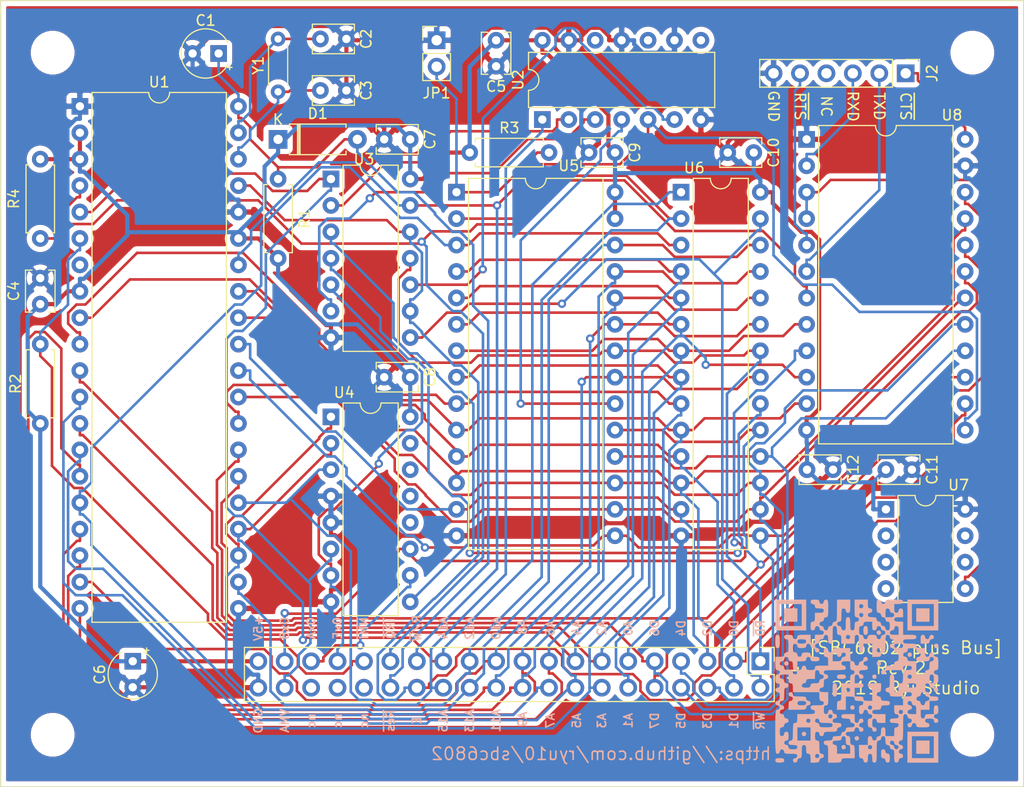
<source format=kicad_pcb>
(kicad_pcb (version 20171130) (host pcbnew "(5.1.2-1)-1")
  (title_block (title "SBC6802 plus Bus") (date 2019-12-02) (rev 2.0))
  (layers (0 F.Cu signal) (31 B.Cu signal) (34 B.Paste user hide) (35 F.Paste user hide) (36 B.SilkS user) (37 F.SilkS user) (38 B.Mask user) (39 F.Mask user) (44 Edge.Cuts user))
  (net 0 "")
  (net 1 GND)
  (net 2 /~Res)
  (net 3 "Net-(C2-Pad1)")
  (net 4 "Net-(C3-Pad1)")
  (net 5 +5V)
  (net 6 /~RD)
  (net 7 /~WR)
  (net 8 /D0)
  (net 9 /D1)
  (net 10 /D2)
  (net 11 /D3)
  (net 12 /D4)
  (net 13 /D5)
  (net 14 /D6)
  (net 15 /D7)
  (net 16 /A0)
  (net 17 /A1)
  (net 18 /A2)
  (net 19 /A3)
  (net 20 /A4)
  (net 21 /A5)
  (net 22 /A6)
  (net 23 /A7)
  (net 24 /A8)
  (net 25 /A9)
  (net 26 /A10)
  (net 27 /A11)
  (net 28 /A12)
  (net 29 /A13)
  (net 30 /A14)
  (net 31 /A15)
  (net 32 /R~W)
  (net 33 /E)
  (net 34 /~IRQ)
  (net 35 /~NMI)
  (net 36 /0xe000)
  (net 37 /0xa000)
  (net 38 /0x8000)
  (net 39 /VMA)
  (net 40 /CTS)
  (net 41 /TXD)
  (net 42 /RXD)
  (net 43 /RTS)
  (net 44 "Net-(JP1-Pad2)")
  (net 45 "Net-(U2-Pad6)")
  (net 46 "Net-(U2-Pad4)")
  (net 47 "Net-(U2-Pad3)")
  (net 48 "Net-(U2-Pad2)")
  (net 49 "Net-(U3-Pad3)")
  (net 50 "Net-(U3-Pad4)")
  (net 51 "Net-(U7-Pad5)")
  (module qr:qr_github_sbc6802_r2 (layer B.Cu) (at 187.071 127.635 180)
    (fp_text reference logo1 hide)
    (fp_text value LOGO hide)
  )
  (module MountingHole:MountingHole_3.2mm_M3 (layer F.Cu) (at 109.775 67.23)
    (fp_text reference mh4 hide)
    (fp_text value M3 hide)
    (pad 1 np_thru_hole circle (at 0 0) (size 3.2 3.2) (drill 3.2) (layers *.Cu *.Mask))
  )
  (module MountingHole:MountingHole_3.2mm_M3 (layer F.Cu) (at 109.775 132.795)
    (fp_text reference mh3 hide)
    (fp_text value M3 hide)
    (pad 1 np_thru_hole circle (at 0 0) (size 3.2 3.2) (drill 3.2) (layers *.Cu *.Mask))
  )
  (module MountingHole:MountingHole_3.2mm_M3 (layer F.Cu) (at 198.175 132.795)
    (fp_text reference mh2 hide)
    (fp_text value M3 hide)
    (pad 1 np_thru_hole circle (at 0 0) (size 3.2 3.2) (drill 3.2) (layers *.Cu *.Mask))
  )
  (module MountingHole:MountingHole_3.2mm_M3 (layer F.Cu) (at 198.175 67.23)
    (fp_text reference mh1 hide)
    (fp_text value M3 hide)
    (pad 1 np_thru_hole circle (at 0 0) (size 3.2 3.2) (drill 3.2) (layers *.Cu *.Mask))
  )
  (module Connector_PinHeader_2.54mm:PinHeader_1x06_P2.54mm_Vertical (layer F.Cu) (at 191.77 69.215 270)
    (fp_text reference J2 (at 0 -2.54 90) (layer F.SilkS))
    (fp_text value Conn_01x06)
    (pad 6 thru_hole oval (at 0 12.7 270) (size 1.7 1.7) (drill 1) (layers *.Cu *.Mask) (net 1 GND))
    (pad 5 thru_hole oval (at 0 10.16 270) (size 1.7 1.7) (drill 1) (layers *.Cu *.Mask) (net 43 /RTS))
    (pad 4 thru_hole oval (at 0 7.62 270) (size 1.7 1.7) (drill 1) (layers *.Cu *.Mask))
    (pad 3 thru_hole oval (at 0 5.08 270) (size 1.7 1.7) (drill 1) (layers *.Cu *.Mask) (net 42 /RXD))
    (pad 2 thru_hole oval (at 0 2.54 270) (size 1.7 1.7) (drill 1) (layers *.Cu *.Mask) (net 41 /TXD))
    (pad 1 thru_hole rect (at 0 0 270) (size 1.7 1.7) (drill 1) (layers *.Cu *.Mask) (net 40 /CTS))
  )
  (module Capacitor_THT:CP_Radial_Tantal_D4.5mm_P2.50mm (layer F.Cu) (at 125.73 67.31 180)
    (fp_text reference C1 (at 1.25 3.175) (layer F.SilkS))
    (fp_text value 10u)
    (pad 2 thru_hole circle (at 2.5 0 180) (size 1.6 1.6) (drill 0.8) (layers *.Cu *.Mask) (net 1 GND))
    (pad 1 thru_hole rect (at 0 0 180) (size 1.6 1.6) (drill 0.8) (layers *.Cu *.Mask) (net 2 /~Res))
  )
  (module Capacitor_THT:C_Disc_D3.8mm_W2.6mm_P2.50mm (layer F.Cu) (at 135.509 65.913)
    (fp_text reference C2 (at 4.405 0 90) (layer F.SilkS))
    (fp_text value 22p)
    (pad 2 thru_hole circle (at 2.5 0) (size 1.6 1.6) (drill 0.8) (layers *.Cu *.Mask) (net 1 GND))
    (pad 1 thru_hole circle (at 0 0) (size 1.6 1.6) (drill 0.8) (layers *.Cu *.Mask) (net 3 "Net-(C2-Pad1)"))
  )
  (module Connector_PinHeader_2.54mm:PinHeader_1x02_P2.54mm_Vertical (layer F.Cu) (at 146.685 66.04)
    (fp_text reference JP1 (at 0 5.08) (layer F.SilkS))
    (fp_text value Jumper_NO_Small)
    (pad 1 thru_hole rect (at 0 0) (size 1.7 1.7) (drill 1) (layers *.Cu *.Mask) (net 1 GND))
    (pad 2 thru_hole oval (at 0 2.54) (size 1.7 1.7) (drill 1) (layers *.Cu *.Mask) (net 44 "Net-(JP1-Pad2)"))
  )
  (module Resistor_THT:R_Axial_DIN0207_L6.3mm_D2.5mm_P7.62mm_Horizontal (layer F.Cu) (at 131.445 86.995 90)
    (fp_text reference R1 (at 3.81 2.54 90) (layer F.SilkS))
    (fp_text value 47k)
    (pad 2 thru_hole oval (at 7.62 0 90) (size 1.6 1.6) (drill 0.8) (layers *.Cu *.Mask) (net 2 /~Res))
    (pad 1 thru_hole circle (at 0 0 90) (size 1.6 1.6) (drill 0.8) (layers *.Cu *.Mask) (net 5 +5V))
  )
  (module Resistor_THT:R_Axial_DIN0207_L6.3mm_D2.5mm_P7.62mm_Horizontal (layer F.Cu) (at 108.585 102.87 90)
    (fp_text reference R2 (at 3.81 -2.37 90) (layer F.SilkS))
    (fp_text value 4.7k)
    (pad 1 thru_hole circle (at 0 0 90) (size 1.6 1.6) (drill 0.8) (layers *.Cu *.Mask) (net 5 +5V))
    (pad 2 thru_hole oval (at 7.62 0 90) (size 1.6 1.6) (drill 0.8) (layers *.Cu *.Mask) (net 35 /~NMI))
  )
  (module Resistor_THT:R_Axial_DIN0207_L6.3mm_D2.5mm_P7.62mm_Horizontal (layer F.Cu) (at 149.86 76.835)
    (fp_text reference R3 (at 3.81 -2.37) (layer F.SilkS))
    (fp_text value 4.7k)
    (pad 1 thru_hole circle (at 0 0) (size 1.6 1.6) (drill 0.8) (layers *.Cu *.Mask) (net 5 +5V))
    (pad 2 thru_hole oval (at 7.62 0) (size 1.6 1.6) (drill 0.8) (layers *.Cu *.Mask) (net 44 "Net-(JP1-Pad2)"))
  )
  (module Resistor_THT:R_Axial_DIN0207_L6.3mm_D2.5mm_P7.62mm_Horizontal (layer F.Cu) (at 108.585 77.47 270)
    (fp_text reference R4 (at 3.81 2.54 90) (layer F.SilkS))
    (fp_text value 4.7k)
    (pad 2 thru_hole oval (at 7.62 0 270) (size 1.6 1.6) (drill 0.8) (layers *.Cu *.Mask) (net 34 /~IRQ))
    (pad 1 thru_hole circle (at 0 0 270) (size 1.6 1.6) (drill 0.8) (layers *.Cu *.Mask) (net 5 +5V))
  )
  (module Connector_PinHeader_2.54mm:PinHeader_2x20_P2.54mm_Vertical (layer F.Cu) (at 177.8 125.73 270)
    (fp_text reference J1 (at 1.27 -3.175 90) (layer F.SilkS))
    (fp_text value Conn_02x20_Odd_Even)
    (pad 1 thru_hole rect (at 0 0 270) (size 1.7 1.7) (drill 1) (layers *.Cu *.Mask) (net 6 /~RD))
    (pad 2 thru_hole oval (at 2.54 0 270) (size 1.7 1.7) (drill 1) (layers *.Cu *.Mask) (net 7 /~WR))
    (pad 3 thru_hole oval (at 0 2.54 270) (size 1.7 1.7) (drill 1) (layers *.Cu *.Mask) (net 8 /D0))
    (pad 4 thru_hole oval (at 2.54 2.54 270) (size 1.7 1.7) (drill 1) (layers *.Cu *.Mask) (net 9 /D1))
    (pad 5 thru_hole oval (at 0 5.08 270) (size 1.7 1.7) (drill 1) (layers *.Cu *.Mask) (net 10 /D2))
    (pad 6 thru_hole oval (at 2.54 5.08 270) (size 1.7 1.7) (drill 1) (layers *.Cu *.Mask) (net 11 /D3))
    (pad 7 thru_hole oval (at 0 7.62 270) (size 1.7 1.7) (drill 1) (layers *.Cu *.Mask) (net 12 /D4))
    (pad 8 thru_hole oval (at 2.54 7.62 270) (size 1.7 1.7) (drill 1) (layers *.Cu *.Mask) (net 13 /D5))
    (pad 9 thru_hole oval (at 0 10.16 270) (size 1.7 1.7) (drill 1) (layers *.Cu *.Mask) (net 14 /D6))
    (pad 10 thru_hole oval (at 2.54 10.16 270) (size 1.7 1.7) (drill 1) (layers *.Cu *.Mask) (net 15 /D7))
    (pad 11 thru_hole oval (at 0 12.7 270) (size 1.7 1.7) (drill 1) (layers *.Cu *.Mask) (net 16 /A0))
    (pad 12 thru_hole oval (at 2.54 12.7 270) (size 1.7 1.7) (drill 1) (layers *.Cu *.Mask) (net 17 /A1))
    (pad 13 thru_hole oval (at 0 15.24 270) (size 1.7 1.7) (drill 1) (layers *.Cu *.Mask) (net 18 /A2))
    (pad 14 thru_hole oval (at 2.54 15.24 270) (size 1.7 1.7) (drill 1) (layers *.Cu *.Mask) (net 19 /A3))
    (pad 15 thru_hole oval (at 0 17.78 270) (size 1.7 1.7) (drill 1) (layers *.Cu *.Mask) (net 20 /A4))
    (pad 16 thru_hole oval (at 2.54 17.78 270) (size 1.7 1.7) (drill 1) (layers *.Cu *.Mask) (net 21 /A5))
    (pad 17 thru_hole oval (at 0 20.32 270) (size 1.7 1.7) (drill 1) (layers *.Cu *.Mask) (net 22 /A6))
    (pad 18 thru_hole oval (at 2.54 20.32 270) (size 1.7 1.7) (drill 1) (layers *.Cu *.Mask) (net 23 /A7))
    (pad 19 thru_hole oval (at 0 22.86 270) (size 1.7 1.7) (drill 1) (layers *.Cu *.Mask) (net 24 /A8))
    (pad 20 thru_hole oval (at 2.54 22.86 270) (size 1.7 1.7) (drill 1) (layers *.Cu *.Mask) (net 25 /A9))
    (pad 21 thru_hole oval (at 0 25.4 270) (size 1.7 1.7) (drill 1) (layers *.Cu *.Mask) (net 26 /A10))
    (pad 22 thru_hole oval (at 2.54 25.4 270) (size 1.7 1.7) (drill 1) (layers *.Cu *.Mask) (net 27 /A11))
    (pad 23 thru_hole oval (at 0 27.94 270) (size 1.7 1.7) (drill 1) (layers *.Cu *.Mask) (net 28 /A12))
    (pad 24 thru_hole oval (at 2.54 27.94 270) (size 1.7 1.7) (drill 1) (layers *.Cu *.Mask) (net 29 /A13))
    (pad 25 thru_hole oval (at 0 30.48 270) (size 1.7 1.7) (drill 1) (layers *.Cu *.Mask) (net 30 /A14))
    (pad 26 thru_hole oval (at 2.54 30.48 270) (size 1.7 1.7) (drill 1) (layers *.Cu *.Mask) (net 31 /A15))
    (pad 27 thru_hole oval (at 0 33.02 270) (size 1.7 1.7) (drill 1) (layers *.Cu *.Mask) (net 32 /R~W))
    (pad 28 thru_hole oval (at 2.54 33.02 270) (size 1.7 1.7) (drill 1) (layers *.Cu *.Mask) (net 33 /E))
    (pad 29 thru_hole oval (at 0 35.56 270) (size 1.7 1.7) (drill 1) (layers *.Cu *.Mask) (net 34 /~IRQ))
    (pad 30 thru_hole oval (at 2.54 35.56 270) (size 1.7 1.7) (drill 1) (layers *.Cu *.Mask) (net 2 /~Res))
    (pad 31 thru_hole oval (at 0 38.1 270) (size 1.7 1.7) (drill 1) (layers *.Cu *.Mask) (net 35 /~NMI))
    (pad 32 thru_hole oval (at 2.54 38.1 270) (size 1.7 1.7) (drill 1) (layers *.Cu *.Mask))
    (pad 33 thru_hole oval (at 0 40.64 270) (size 1.7 1.7) (drill 1) (layers *.Cu *.Mask) (net 36 /0xe000))
    (pad 34 thru_hole oval (at 2.54 40.64 270) (size 1.7 1.7) (drill 1) (layers *.Cu *.Mask))
    (pad 35 thru_hole oval (at 0 43.18 270) (size 1.7 1.7) (drill 1) (layers *.Cu *.Mask) (net 37 /0xa000))
    (pad 36 thru_hole oval (at 2.54 43.18 270) (size 1.7 1.7) (drill 1) (layers *.Cu *.Mask))
    (pad 37 thru_hole oval (at 0 45.72 270) (size 1.7 1.7) (drill 1) (layers *.Cu *.Mask) (net 38 /0x8000))
    (pad 38 thru_hole oval (at 2.54 45.72 270) (size 1.7 1.7) (drill 1) (layers *.Cu *.Mask) (net 39 /VMA))
    (pad 39 thru_hole oval (at 0 48.26 270) (size 1.7 1.7) (drill 1) (layers *.Cu *.Mask) (net 5 +5V))
    (pad 40 thru_hole oval (at 2.54 48.26 270) (size 1.7 1.7) (drill 1) (layers *.Cu *.Mask) (net 1 GND))
  )
  (module Package_DIP:DIP-40_W15.24mm (layer F.Cu) (at 112.395 72.39)
    (fp_text reference U1 (at 7.62 -2.33) (layer F.SilkS))
    (fp_text value MC6802)
    (pad 1 thru_hole rect (at 0 0) (size 1.6 1.6) (drill 0.8) (layers *.Cu *.Mask) (net 1 GND))
    (pad 21 thru_hole oval (at 15.24 48.26) (size 1.6 1.6) (drill 0.8) (layers *.Cu *.Mask) (net 1 GND))
    (pad 2 thru_hole oval (at 0 2.54) (size 1.6 1.6) (drill 0.8) (layers *.Cu *.Mask) (net 5 +5V))
    (pad 22 thru_hole oval (at 15.24 45.72) (size 1.6 1.6) (drill 0.8) (layers *.Cu *.Mask) (net 28 /A12))
    (pad 3 thru_hole oval (at 0 5.08) (size 1.6 1.6) (drill 0.8) (layers *.Cu *.Mask) (net 5 +5V))
    (pad 23 thru_hole oval (at 15.24 43.18) (size 1.6 1.6) (drill 0.8) (layers *.Cu *.Mask) (net 29 /A13))
    (pad 4 thru_hole oval (at 0 7.62) (size 1.6 1.6) (drill 0.8) (layers *.Cu *.Mask) (net 34 /~IRQ))
    (pad 24 thru_hole oval (at 15.24 40.64) (size 1.6 1.6) (drill 0.8) (layers *.Cu *.Mask) (net 30 /A14))
    (pad 5 thru_hole oval (at 0 10.16) (size 1.6 1.6) (drill 0.8) (layers *.Cu *.Mask) (net 39 /VMA))
    (pad 25 thru_hole oval (at 15.24 38.1) (size 1.6 1.6) (drill 0.8) (layers *.Cu *.Mask) (net 31 /A15))
    (pad 6 thru_hole oval (at 0 12.7) (size 1.6 1.6) (drill 0.8) (layers *.Cu *.Mask) (net 35 /~NMI))
    (pad 26 thru_hole oval (at 15.24 35.56) (size 1.6 1.6) (drill 0.8) (layers *.Cu *.Mask) (net 15 /D7))
    (pad 7 thru_hole oval (at 0 15.24) (size 1.6 1.6) (drill 0.8) (layers *.Cu *.Mask))
    (pad 27 thru_hole oval (at 15.24 33.02) (size 1.6 1.6) (drill 0.8) (layers *.Cu *.Mask) (net 14 /D6))
    (pad 8 thru_hole oval (at 0 17.78) (size 1.6 1.6) (drill 0.8) (layers *.Cu *.Mask) (net 5 +5V))
    (pad 28 thru_hole oval (at 15.24 30.48) (size 1.6 1.6) (drill 0.8) (layers *.Cu *.Mask) (net 13 /D5))
    (pad 9 thru_hole oval (at 0 20.32) (size 1.6 1.6) (drill 0.8) (layers *.Cu *.Mask) (net 16 /A0))
    (pad 29 thru_hole oval (at 15.24 27.94) (size 1.6 1.6) (drill 0.8) (layers *.Cu *.Mask) (net 12 /D4))
    (pad 10 thru_hole oval (at 0 22.86) (size 1.6 1.6) (drill 0.8) (layers *.Cu *.Mask) (net 17 /A1))
    (pad 30 thru_hole oval (at 15.24 25.4) (size 1.6 1.6) (drill 0.8) (layers *.Cu *.Mask) (net 11 /D3))
    (pad 11 thru_hole oval (at 0 25.4) (size 1.6 1.6) (drill 0.8) (layers *.Cu *.Mask) (net 18 /A2))
    (pad 31 thru_hole oval (at 15.24 22.86) (size 1.6 1.6) (drill 0.8) (layers *.Cu *.Mask) (net 10 /D2))
    (pad 12 thru_hole oval (at 0 27.94) (size 1.6 1.6) (drill 0.8) (layers *.Cu *.Mask) (net 19 /A3))
    (pad 32 thru_hole oval (at 15.24 20.32) (size 1.6 1.6) (drill 0.8) (layers *.Cu *.Mask) (net 9 /D1))
    (pad 13 thru_hole oval (at 0 30.48) (size 1.6 1.6) (drill 0.8) (layers *.Cu *.Mask) (net 20 /A4))
    (pad 33 thru_hole oval (at 15.24 17.78) (size 1.6 1.6) (drill 0.8) (layers *.Cu *.Mask) (net 8 /D0))
    (pad 14 thru_hole oval (at 0 33.02) (size 1.6 1.6) (drill 0.8) (layers *.Cu *.Mask) (net 21 /A5))
    (pad 34 thru_hole oval (at 15.24 15.24) (size 1.6 1.6) (drill 0.8) (layers *.Cu *.Mask) (net 32 /R~W))
    (pad 15 thru_hole oval (at 0 35.56) (size 1.6 1.6) (drill 0.8) (layers *.Cu *.Mask) (net 22 /A6))
    (pad 35 thru_hole oval (at 15.24 12.7) (size 1.6 1.6) (drill 0.8) (layers *.Cu *.Mask) (net 5 +5V))
    (pad 16 thru_hole oval (at 0 38.1) (size 1.6 1.6) (drill 0.8) (layers *.Cu *.Mask) (net 23 /A7))
    (pad 36 thru_hole oval (at 15.24 10.16) (size 1.6 1.6) (drill 0.8) (layers *.Cu *.Mask) (net 1 GND))
    (pad 17 thru_hole oval (at 0 40.64) (size 1.6 1.6) (drill 0.8) (layers *.Cu *.Mask) (net 24 /A8))
    (pad 37 thru_hole oval (at 15.24 7.62) (size 1.6 1.6) (drill 0.8) (layers *.Cu *.Mask) (net 33 /E))
    (pad 18 thru_hole oval (at 0 43.18) (size 1.6 1.6) (drill 0.8) (layers *.Cu *.Mask) (net 25 /A9))
    (pad 38 thru_hole oval (at 15.24 5.08) (size 1.6 1.6) (drill 0.8) (layers *.Cu *.Mask) (net 4 "Net-(C3-Pad1)"))
    (pad 19 thru_hole oval (at 0 45.72) (size 1.6 1.6) (drill 0.8) (layers *.Cu *.Mask) (net 26 /A10))
    (pad 39 thru_hole oval (at 15.24 2.54) (size 1.6 1.6) (drill 0.8) (layers *.Cu *.Mask) (net 3 "Net-(C2-Pad1)"))
    (pad 20 thru_hole oval (at 0 48.26) (size 1.6 1.6) (drill 0.8) (layers *.Cu *.Mask) (net 27 /A11))
    (pad 40 thru_hole oval (at 15.24 0) (size 1.6 1.6) (drill 0.8) (layers *.Cu *.Mask) (net 2 /~Res))
  )
  (module Package_DIP:DIP-14_W7.62mm (layer F.Cu) (at 156.845 73.66 90)
    (fp_text reference U2 (at 3.81 -2.33 90) (layer F.SilkS))
    (fp_text value 74LS04)
    (pad 14 thru_hole oval (at 7.62 0 90) (size 1.6 1.6) (drill 0.8) (layers *.Cu *.Mask) (net 5 +5V))
    (pad 7 thru_hole oval (at 0 15.24 90) (size 1.6 1.6) (drill 0.8) (layers *.Cu *.Mask) (net 1 GND))
    (pad 13 thru_hole oval (at 7.62 2.54 90) (size 1.6 1.6) (drill 0.8) (layers *.Cu *.Mask) (net 1 GND))
    (pad 6 thru_hole oval (at 0 12.7 90) (size 1.6 1.6) (drill 0.8) (layers *.Cu *.Mask) (net 45 "Net-(U2-Pad6)"))
    (pad 12 thru_hole oval (at 7.62 5.08 90) (size 1.6 1.6) (drill 0.8) (layers *.Cu *.Mask))
    (pad 5 thru_hole oval (at 0 10.16 90) (size 1.6 1.6) (drill 0.8) (layers *.Cu *.Mask) (net 32 /R~W))
    (pad 11 thru_hole oval (at 7.62 7.62 90) (size 1.6 1.6) (drill 0.8) (layers *.Cu *.Mask) (net 1 GND))
    (pad 4 thru_hole oval (at 0 7.62 90) (size 1.6 1.6) (drill 0.8) (layers *.Cu *.Mask) (net 46 "Net-(U2-Pad4)"))
    (pad 10 thru_hole oval (at 7.62 10.16 90) (size 1.6 1.6) (drill 0.8) (layers *.Cu *.Mask))
    (pad 3 thru_hole oval (at 0 5.08 90) (size 1.6 1.6) (drill 0.8) (layers *.Cu *.Mask) (net 47 "Net-(U2-Pad3)"))
    (pad 9 thru_hole oval (at 7.62 12.7 90) (size 1.6 1.6) (drill 0.8) (layers *.Cu *.Mask) (net 1 GND))
    (pad 2 thru_hole oval (at 0 2.54 90) (size 1.6 1.6) (drill 0.8) (layers *.Cu *.Mask) (net 48 "Net-(U2-Pad2)"))
    (pad 8 thru_hole oval (at 7.62 15.24 90) (size 1.6 1.6) (drill 0.8) (layers *.Cu *.Mask))
    (pad 1 thru_hole rect (at 0 0 90) (size 1.6 1.6) (drill 0.8) (layers *.Cu *.Mask) (net 31 /A15))
  )
  (module Package_DIP:DIP-14_W7.62mm (layer F.Cu) (at 136.525 79.375)
    (fp_text reference U3 (at 3.175 -1.905) (layer F.SilkS))
    (fp_text value 74LS00)
    (pad 1 thru_hole rect (at 0 0) (size 1.6 1.6) (drill 0.8) (layers *.Cu *.Mask) (net 39 /VMA))
    (pad 8 thru_hole oval (at 7.62 15.24) (size 1.6 1.6) (drill 0.8) (layers *.Cu *.Mask) (net 7 /~WR))
    (pad 2 thru_hole oval (at 0 2.54) (size 1.6 1.6) (drill 0.8) (layers *.Cu *.Mask) (net 48 "Net-(U2-Pad2)"))
    (pad 9 thru_hole oval (at 7.62 12.7) (size 1.6 1.6) (drill 0.8) (layers *.Cu *.Mask) (net 33 /E))
    (pad 3 thru_hole oval (at 0 5.08) (size 1.6 1.6) (drill 0.8) (layers *.Cu *.Mask) (net 49 "Net-(U3-Pad3)"))
    (pad 10 thru_hole oval (at 7.62 10.16) (size 1.6 1.6) (drill 0.8) (layers *.Cu *.Mask) (net 45 "Net-(U2-Pad6)"))
    (pad 4 thru_hole oval (at 0 7.62) (size 1.6 1.6) (drill 0.8) (layers *.Cu *.Mask) (net 50 "Net-(U3-Pad4)"))
    (pad 11 thru_hole oval (at 7.62 7.62) (size 1.6 1.6) (drill 0.8) (layers *.Cu *.Mask) (net 6 /~RD))
    (pad 5 thru_hole oval (at 0 10.16) (size 1.6 1.6) (drill 0.8) (layers *.Cu *.Mask) (net 36 /0xe000))
    (pad 12 thru_hole oval (at 7.62 5.08) (size 1.6 1.6) (drill 0.8) (layers *.Cu *.Mask) (net 33 /E))
    (pad 6 thru_hole oval (at 0 12.7) (size 1.6 1.6) (drill 0.8) (layers *.Cu *.Mask) (net 47 "Net-(U2-Pad3)"))
    (pad 13 thru_hole oval (at 7.62 2.54) (size 1.6 1.6) (drill 0.8) (layers *.Cu *.Mask) (net 32 /R~W))
    (pad 7 thru_hole oval (at 0 15.24) (size 1.6 1.6) (drill 0.8) (layers *.Cu *.Mask) (net 1 GND))
    (pad 14 thru_hole oval (at 7.62 0) (size 1.6 1.6) (drill 0.8) (layers *.Cu *.Mask) (net 5 +5V))
  )
  (module Package_DIP:DIP-16_W7.62mm (layer F.Cu) (at 136.525 102.235)
    (fp_text reference U4 (at 1.27 -2.33) (layer F.SilkS))
    (fp_text value 74LS138)
    (pad 1 thru_hole rect (at 0 0) (size 1.6 1.6) (drill 0.8) (layers *.Cu *.Mask) (net 29 /A13))
    (pad 9 thru_hole oval (at 7.62 17.78) (size 1.6 1.6) (drill 0.8) (layers *.Cu *.Mask) (net 50 "Net-(U3-Pad4)"))
    (pad 2 thru_hole oval (at 0 2.54) (size 1.6 1.6) (drill 0.8) (layers *.Cu *.Mask) (net 30 /A14))
    (pad 10 thru_hole oval (at 7.62 15.24) (size 1.6 1.6) (drill 0.8) (layers *.Cu *.Mask) (net 37 /0xa000))
    (pad 3 thru_hole oval (at 0 5.08) (size 1.6 1.6) (drill 0.8) (layers *.Cu *.Mask) (net 31 /A15))
    (pad 11 thru_hole oval (at 7.62 12.7) (size 1.6 1.6) (drill 0.8) (layers *.Cu *.Mask) (net 38 /0x8000))
    (pad 4 thru_hole oval (at 0 7.62) (size 1.6 1.6) (drill 0.8) (layers *.Cu *.Mask) (net 1 GND))
    (pad 12 thru_hole oval (at 7.62 10.16) (size 1.6 1.6) (drill 0.8) (layers *.Cu *.Mask))
    (pad 5 thru_hole oval (at 0 10.16) (size 1.6 1.6) (drill 0.8) (layers *.Cu *.Mask) (net 1 GND))
    (pad 13 thru_hole oval (at 7.62 7.62) (size 1.6 1.6) (drill 0.8) (layers *.Cu *.Mask))
    (pad 6 thru_hole oval (at 0 12.7) (size 1.6 1.6) (drill 0.8) (layers *.Cu *.Mask) (net 39 /VMA))
    (pad 14 thru_hole oval (at 7.62 5.08) (size 1.6 1.6) (drill 0.8) (layers *.Cu *.Mask))
    (pad 7 thru_hole oval (at 0 15.24) (size 1.6 1.6) (drill 0.8) (layers *.Cu *.Mask) (net 36 /0xe000))
    (pad 15 thru_hole oval (at 7.62 2.54) (size 1.6 1.6) (drill 0.8) (layers *.Cu *.Mask))
    (pad 8 thru_hole oval (at 0 17.78) (size 1.6 1.6) (drill 0.8) (layers *.Cu *.Mask) (net 1 GND))
    (pad 16 thru_hole oval (at 7.62 0) (size 1.6 1.6) (drill 0.8) (layers *.Cu *.Mask) (net 5 +5V))
  )
  (module Package_DIP:DIP-28_W15.24mm (layer F.Cu) (at 148.59 80.645)
    (fp_text reference U5 (at 10.795 -2.54) (layer F.SilkS))
    (fp_text value "28C256 EEPROM")
    (pad 1 thru_hole rect (at 0 0) (size 1.6 1.6) (drill 0.8) (layers *.Cu *.Mask) (net 44 "Net-(JP1-Pad2)"))
    (pad 15 thru_hole oval (at 15.24 33.02) (size 1.6 1.6) (drill 0.8) (layers *.Cu *.Mask) (net 11 /D3))
    (pad 2 thru_hole oval (at 0 2.54) (size 1.6 1.6) (drill 0.8) (layers *.Cu *.Mask) (net 28 /A12))
    (pad 16 thru_hole oval (at 15.24 30.48) (size 1.6 1.6) (drill 0.8) (layers *.Cu *.Mask) (net 12 /D4))
    (pad 3 thru_hole oval (at 0 5.08) (size 1.6 1.6) (drill 0.8) (layers *.Cu *.Mask) (net 23 /A7))
    (pad 17 thru_hole oval (at 15.24 27.94) (size 1.6 1.6) (drill 0.8) (layers *.Cu *.Mask) (net 13 /D5))
    (pad 4 thru_hole oval (at 0 7.62) (size 1.6 1.6) (drill 0.8) (layers *.Cu *.Mask) (net 22 /A6))
    (pad 18 thru_hole oval (at 15.24 25.4) (size 1.6 1.6) (drill 0.8) (layers *.Cu *.Mask) (net 14 /D6))
    (pad 5 thru_hole oval (at 0 10.16) (size 1.6 1.6) (drill 0.8) (layers *.Cu *.Mask) (net 21 /A5))
    (pad 19 thru_hole oval (at 15.24 22.86) (size 1.6 1.6) (drill 0.8) (layers *.Cu *.Mask) (net 15 /D7))
    (pad 6 thru_hole oval (at 0 12.7) (size 1.6 1.6) (drill 0.8) (layers *.Cu *.Mask) (net 20 /A4))
    (pad 20 thru_hole oval (at 15.24 20.32) (size 1.6 1.6) (drill 0.8) (layers *.Cu *.Mask) (net 46 "Net-(U2-Pad4)"))
    (pad 7 thru_hole oval (at 0 15.24) (size 1.6 1.6) (drill 0.8) (layers *.Cu *.Mask) (net 19 /A3))
    (pad 21 thru_hole oval (at 15.24 17.78) (size 1.6 1.6) (drill 0.8) (layers *.Cu *.Mask) (net 26 /A10))
    (pad 8 thru_hole oval (at 0 17.78) (size 1.6 1.6) (drill 0.8) (layers *.Cu *.Mask) (net 18 /A2))
    (pad 22 thru_hole oval (at 15.24 15.24) (size 1.6 1.6) (drill 0.8) (layers *.Cu *.Mask) (net 6 /~RD))
    (pad 9 thru_hole oval (at 0 20.32) (size 1.6 1.6) (drill 0.8) (layers *.Cu *.Mask) (net 17 /A1))
    (pad 23 thru_hole oval (at 15.24 12.7) (size 1.6 1.6) (drill 0.8) (layers *.Cu *.Mask) (net 27 /A11))
    (pad 10 thru_hole oval (at 0 22.86) (size 1.6 1.6) (drill 0.8) (layers *.Cu *.Mask) (net 16 /A0))
    (pad 24 thru_hole oval (at 15.24 10.16) (size 1.6 1.6) (drill 0.8) (layers *.Cu *.Mask) (net 25 /A9))
    (pad 11 thru_hole oval (at 0 25.4) (size 1.6 1.6) (drill 0.8) (layers *.Cu *.Mask) (net 8 /D0))
    (pad 25 thru_hole oval (at 15.24 7.62) (size 1.6 1.6) (drill 0.8) (layers *.Cu *.Mask) (net 24 /A8))
    (pad 12 thru_hole oval (at 0 27.94) (size 1.6 1.6) (drill 0.8) (layers *.Cu *.Mask) (net 9 /D1))
    (pad 26 thru_hole oval (at 15.24 5.08) (size 1.6 1.6) (drill 0.8) (layers *.Cu *.Mask) (net 29 /A13))
    (pad 13 thru_hole oval (at 0 30.48) (size 1.6 1.6) (drill 0.8) (layers *.Cu *.Mask) (net 10 /D2))
    (pad 27 thru_hole oval (at 15.24 2.54) (size 1.6 1.6) (drill 0.8) (layers *.Cu *.Mask) (net 5 +5V))
    (pad 14 thru_hole oval (at 0 33.02) (size 1.6 1.6) (drill 0.8) (layers *.Cu *.Mask) (net 1 GND))
    (pad 28 thru_hole oval (at 15.24 0) (size 1.6 1.6) (drill 0.8) (layers *.Cu *.Mask) (net 5 +5V))
  )
  (module Package_DIP:DIP-28_W7.62mm (layer F.Cu) (at 170.18 80.645)
    (fp_text reference U6 (at 1.27 -2.33) (layer F.SilkS))
    (fp_text value "71256 32KB SRAM")
    (pad 1 thru_hole rect (at 0 0) (size 1.6 1.6) (drill 0.8) (layers *.Cu *.Mask) (net 30 /A14))
    (pad 15 thru_hole oval (at 7.62 33.02) (size 1.6 1.6) (drill 0.8) (layers *.Cu *.Mask) (net 11 /D3))
    (pad 2 thru_hole oval (at 0 2.54) (size 1.6 1.6) (drill 0.8) (layers *.Cu *.Mask) (net 28 /A12))
    (pad 16 thru_hole oval (at 7.62 30.48) (size 1.6 1.6) (drill 0.8) (layers *.Cu *.Mask) (net 12 /D4))
    (pad 3 thru_hole oval (at 0 5.08) (size 1.6 1.6) (drill 0.8) (layers *.Cu *.Mask) (net 23 /A7))
    (pad 17 thru_hole oval (at 7.62 27.94) (size 1.6 1.6) (drill 0.8) (layers *.Cu *.Mask) (net 13 /D5))
    (pad 4 thru_hole oval (at 0 7.62) (size 1.6 1.6) (drill 0.8) (layers *.Cu *.Mask) (net 22 /A6))
    (pad 18 thru_hole oval (at 7.62 25.4) (size 1.6 1.6) (drill 0.8) (layers *.Cu *.Mask) (net 14 /D6))
    (pad 5 thru_hole oval (at 0 10.16) (size 1.6 1.6) (drill 0.8) (layers *.Cu *.Mask) (net 21 /A5))
    (pad 19 thru_hole oval (at 7.62 22.86) (size 1.6 1.6) (drill 0.8) (layers *.Cu *.Mask) (net 15 /D7))
    (pad 6 thru_hole oval (at 0 12.7) (size 1.6 1.6) (drill 0.8) (layers *.Cu *.Mask) (net 20 /A4))
    (pad 20 thru_hole oval (at 7.62 20.32) (size 1.6 1.6) (drill 0.8) (layers *.Cu *.Mask) (net 49 "Net-(U3-Pad3)"))
    (pad 7 thru_hole oval (at 0 15.24) (size 1.6 1.6) (drill 0.8) (layers *.Cu *.Mask) (net 19 /A3))
    (pad 21 thru_hole oval (at 7.62 17.78) (size 1.6 1.6) (drill 0.8) (layers *.Cu *.Mask) (net 26 /A10))
    (pad 8 thru_hole oval (at 0 17.78) (size 1.6 1.6) (drill 0.8) (layers *.Cu *.Mask) (net 18 /A2))
    (pad 22 thru_hole oval (at 7.62 15.24) (size 1.6 1.6) (drill 0.8) (layers *.Cu *.Mask) (net 6 /~RD))
    (pad 9 thru_hole oval (at 0 20.32) (size 1.6 1.6) (drill 0.8) (layers *.Cu *.Mask) (net 17 /A1))
    (pad 23 thru_hole oval (at 7.62 12.7) (size 1.6 1.6) (drill 0.8) (layers *.Cu *.Mask) (net 27 /A11))
    (pad 10 thru_hole oval (at 0 22.86) (size 1.6 1.6) (drill 0.8) (layers *.Cu *.Mask) (net 16 /A0))
    (pad 24 thru_hole oval (at 7.62 10.16) (size 1.6 1.6) (drill 0.8) (layers *.Cu *.Mask) (net 25 /A9))
    (pad 11 thru_hole oval (at 0 25.4) (size 1.6 1.6) (drill 0.8) (layers *.Cu *.Mask) (net 8 /D0))
    (pad 25 thru_hole oval (at 7.62 7.62) (size 1.6 1.6) (drill 0.8) (layers *.Cu *.Mask) (net 24 /A8))
    (pad 12 thru_hole oval (at 0 27.94) (size 1.6 1.6) (drill 0.8) (layers *.Cu *.Mask) (net 9 /D1))
    (pad 26 thru_hole oval (at 7.62 5.08) (size 1.6 1.6) (drill 0.8) (layers *.Cu *.Mask) (net 29 /A13))
    (pad 13 thru_hole oval (at 0 30.48) (size 1.6 1.6) (drill 0.8) (layers *.Cu *.Mask) (net 10 /D2))
    (pad 27 thru_hole oval (at 7.62 2.54) (size 1.6 1.6) (drill 0.8) (layers *.Cu *.Mask) (net 7 /~WR))
    (pad 14 thru_hole oval (at 0 33.02) (size 1.6 1.6) (drill 0.8) (layers *.Cu *.Mask) (net 1 GND))
    (pad 28 thru_hole oval (at 7.62 0) (size 1.6 1.6) (drill 0.8) (layers *.Cu *.Mask) (net 5 +5V))
  )
  (module Package_DIP:DIP-8_W7.62mm (layer F.Cu) (at 189.865 111.125)
    (fp_text reference U7 (at 6.985 -2.33) (layer F.SilkS))
    (fp_text value PIC12F1822-IP)
    (pad 1 thru_hole rect (at 0 0) (size 1.6 1.6) (drill 0.8) (layers *.Cu *.Mask) (net 5 +5V))
    (pad 5 thru_hole oval (at 7.62 7.62) (size 1.6 1.6) (drill 0.8) (layers *.Cu *.Mask) (net 51 "Net-(U7-Pad5)"))
    (pad 2 thru_hole oval (at 0 2.54) (size 1.6 1.6) (drill 0.8) (layers *.Cu *.Mask))
    (pad 6 thru_hole oval (at 7.62 5.08) (size 1.6 1.6) (drill 0.8) (layers *.Cu *.Mask))
    (pad 3 thru_hole oval (at 0 5.08) (size 1.6 1.6) (drill 0.8) (layers *.Cu *.Mask))
    (pad 7 thru_hole oval (at 7.62 2.54) (size 1.6 1.6) (drill 0.8) (layers *.Cu *.Mask))
    (pad 4 thru_hole oval (at 0 7.62) (size 1.6 1.6) (drill 0.8) (layers *.Cu *.Mask))
    (pad 8 thru_hole oval (at 7.62 0) (size 1.6 1.6) (drill 0.8) (layers *.Cu *.Mask) (net 1 GND))
  )
  (module Package_DIP:DIP-24_W15.24mm (layer F.Cu) (at 182.245 75.565)
    (fp_text reference U8 (at 13.97 -2.33) (layer F.SilkS))
    (fp_text value MC6850)
    (pad 1 thru_hole rect (at 0 0) (size 1.6 1.6) (drill 0.8) (layers *.Cu *.Mask) (net 1 GND))
    (pad 13 thru_hole oval (at 15.24 27.94) (size 1.6 1.6) (drill 0.8) (layers *.Cu *.Mask) (net 32 /R~W))
    (pad 2 thru_hole oval (at 0 2.54) (size 1.6 1.6) (drill 0.8) (layers *.Cu *.Mask) (net 42 /RXD))
    (pad 14 thru_hole oval (at 15.24 25.4) (size 1.6 1.6) (drill 0.8) (layers *.Cu *.Mask) (net 33 /E))
    (pad 3 thru_hole oval (at 0 5.08) (size 1.6 1.6) (drill 0.8) (layers *.Cu *.Mask) (net 51 "Net-(U7-Pad5)"))
    (pad 15 thru_hole oval (at 15.24 22.86) (size 1.6 1.6) (drill 0.8) (layers *.Cu *.Mask) (net 15 /D7))
    (pad 4 thru_hole oval (at 0 7.62) (size 1.6 1.6) (drill 0.8) (layers *.Cu *.Mask) (net 51 "Net-(U7-Pad5)"))
    (pad 16 thru_hole oval (at 15.24 20.32) (size 1.6 1.6) (drill 0.8) (layers *.Cu *.Mask) (net 14 /D6))
    (pad 5 thru_hole oval (at 0 10.16) (size 1.6 1.6) (drill 0.8) (layers *.Cu *.Mask) (net 43 /RTS))
    (pad 17 thru_hole oval (at 15.24 17.78) (size 1.6 1.6) (drill 0.8) (layers *.Cu *.Mask) (net 13 /D5))
    (pad 6 thru_hole oval (at 0 12.7) (size 1.6 1.6) (drill 0.8) (layers *.Cu *.Mask) (net 41 /TXD))
    (pad 18 thru_hole oval (at 15.24 15.24) (size 1.6 1.6) (drill 0.8) (layers *.Cu *.Mask) (net 12 /D4))
    (pad 7 thru_hole oval (at 0 15.24) (size 1.6 1.6) (drill 0.8) (layers *.Cu *.Mask) (net 34 /~IRQ))
    (pad 19 thru_hole oval (at 15.24 12.7) (size 1.6 1.6) (drill 0.8) (layers *.Cu *.Mask) (net 11 /D3))
    (pad 8 thru_hole oval (at 0 17.78) (size 1.6 1.6) (drill 0.8) (layers *.Cu *.Mask) (net 19 /A3))
    (pad 20 thru_hole oval (at 15.24 10.16) (size 1.6 1.6) (drill 0.8) (layers *.Cu *.Mask) (net 10 /D2))
    (pad 9 thru_hole oval (at 0 20.32) (size 1.6 1.6) (drill 0.8) (layers *.Cu *.Mask) (net 38 /0x8000))
    (pad 21 thru_hole oval (at 15.24 7.62) (size 1.6 1.6) (drill 0.8) (layers *.Cu *.Mask) (net 9 /D1))
    (pad 10 thru_hole oval (at 0 22.86) (size 1.6 1.6) (drill 0.8) (layers *.Cu *.Mask) (net 20 /A4))
    (pad 22 thru_hole oval (at 15.24 5.08) (size 1.6 1.6) (drill 0.8) (layers *.Cu *.Mask) (net 8 /D0))
    (pad 11 thru_hole oval (at 0 25.4) (size 1.6 1.6) (drill 0.8) (layers *.Cu *.Mask) (net 16 /A0))
    (pad 23 thru_hole oval (at 15.24 2.54) (size 1.6 1.6) (drill 0.8) (layers *.Cu *.Mask) (net 1 GND))
    (pad 12 thru_hole oval (at 0 27.94) (size 1.6 1.6) (drill 0.8) (layers *.Cu *.Mask) (net 5 +5V))
    (pad 24 thru_hole oval (at 15.24 0) (size 1.6 1.6) (drill 0.8) (layers *.Cu *.Mask) (net 40 /CTS))
  )
  (module Resistor_THT:R_Axial_DIN0204_L3.6mm_D1.6mm_P5.08mm_Horizontal (layer F.Cu) (at 131.445 65.913 270)
    (fp_text reference Y1 (at 2.54 1.905 90) (layer F.SilkS))
    (fp_text value 4MHz)
    (pad 1 thru_hole circle (at 0 0 270) (size 1.4 1.4) (drill 0.7) (layers *.Cu *.Mask) (net 3 "Net-(C2-Pad1)"))
    (pad 2 thru_hole oval (at 5.08 0 270) (size 1.4 1.4) (drill 0.7) (layers *.Cu *.Mask) (net 4 "Net-(C3-Pad1)"))
  )
  (module Capacitor_THT:C_Disc_D3.8mm_W2.6mm_P2.50mm (layer F.Cu) (at 189.865 107.315)
    (fp_text reference C11 (at 4.445 0 90) (layer F.SilkS))
    (fp_text value 0.1u)
    (pad 1 thru_hole circle (at 0 0) (size 1.6 1.6) (drill 0.8) (layers *.Cu *.Mask) (net 5 +5V))
    (pad 2 thru_hole circle (at 2.5 0) (size 1.6 1.6) (drill 0.8) (layers *.Cu *.Mask) (net 1 GND))
  )
  (module Capacitor_THT:C_Disc_D3.8mm_W2.6mm_P2.50mm (layer F.Cu) (at 177.165 76.835 180)
    (fp_text reference C10 (at -1.905 0 90) (layer F.SilkS))
    (fp_text value 0.1u)
    (pad 2 thru_hole circle (at 2.5 0 180) (size 1.6 1.6) (drill 0.8) (layers *.Cu *.Mask) (net 1 GND))
    (pad 1 thru_hole circle (at 0 0 180) (size 1.6 1.6) (drill 0.8) (layers *.Cu *.Mask) (net 5 +5V))
  )
  (module Capacitor_THT:C_Disc_D3.8mm_W2.6mm_P2.50mm (layer F.Cu) (at 182.285 107.315)
    (fp_text reference C12 (at 4.445 0 90) (layer F.SilkS))
    (fp_text value 0.1u)
    (pad 2 thru_hole circle (at 2.5 0) (size 1.6 1.6) (drill 0.8) (layers *.Cu *.Mask) (net 1 GND))
    (pad 1 thru_hole circle (at 0 0) (size 1.6 1.6) (drill 0.8) (layers *.Cu *.Mask) (net 5 +5V))
  )
  (module Capacitor_THT:C_Disc_D3.8mm_W2.6mm_P2.50mm (layer F.Cu) (at 135.509 70.866)
    (fp_text reference C3 (at 4.405 0 90) (layer F.SilkS))
    (fp_text value 22p)
    (pad 1 thru_hole circle (at 0 0) (size 1.6 1.6) (drill 0.8) (layers *.Cu *.Mask) (net 4 "Net-(C3-Pad1)"))
    (pad 2 thru_hole circle (at 2.5 0) (size 1.6 1.6) (drill 0.8) (layers *.Cu *.Mask) (net 1 GND))
  )
  (module Capacitor_THT:C_Disc_D3.8mm_W2.6mm_P2.50mm (layer F.Cu) (at 108.585 91.4 90)
    (fp_text reference C4 (at 1.25 -2.55 90) (layer F.SilkS))
    (fp_text value 0.1u)
    (pad 2 thru_hole circle (at 2.5 0 90) (size 1.6 1.6) (drill 0.8) (layers *.Cu *.Mask) (net 1 GND))
    (pad 1 thru_hole circle (at 0 0 90) (size 1.6 1.6) (drill 0.8) (layers *.Cu *.Mask) (net 5 +5V))
  )
  (module Capacitor_THT:C_Disc_D3.8mm_W2.6mm_P2.50mm (layer F.Cu) (at 152.4 66.04 270)
    (fp_text reference C5 (at 4.445 0) (layer F.SilkS))
    (fp_text value 0.1u)
    (pad 1 thru_hole circle (at 0 0 270) (size 1.6 1.6) (drill 0.8) (layers *.Cu *.Mask) (net 5 +5V))
    (pad 2 thru_hole circle (at 2.5 0 270) (size 1.6 1.6) (drill 0.8) (layers *.Cu *.Mask) (net 1 GND))
  )
  (module Capacitor_THT:CP_Radial_Tantal_D4.5mm_P2.50mm (layer F.Cu) (at 117.475 125.73 270)
    (fp_text reference C6 (at 1.27 3.175 90) (layer F.SilkS))
    (fp_text value 100u)
    (pad 1 thru_hole rect (at 0 0 270) (size 1.6 1.6) (drill 0.8) (layers *.Cu *.Mask) (net 5 +5V))
    (pad 2 thru_hole circle (at 2.5 0 270) (size 1.6 1.6) (drill 0.8) (layers *.Cu *.Mask) (net 1 GND))
  )
  (module Capacitor_THT:C_Disc_D3.8mm_W2.6mm_P2.50mm (layer F.Cu) (at 144.145 75.565 180)
    (fp_text reference C7 (at -1.905 0 90) (layer F.SilkS))
    (fp_text value 0.1u)
    (pad 2 thru_hole circle (at 2.5 0 180) (size 1.6 1.6) (drill 0.8) (layers *.Cu *.Mask) (net 1 GND))
    (pad 1 thru_hole circle (at 0 0 180) (size 1.6 1.6) (drill 0.8) (layers *.Cu *.Mask) (net 5 +5V))
  )
  (module Capacitor_THT:C_Disc_D3.8mm_W2.6mm_P2.50mm (layer F.Cu) (at 144.145 98.425 180)
    (fp_text reference C8 (at -1.905 0 90) (layer F.SilkS))
    (fp_text value 0.1u)
    (pad 1 thru_hole circle (at 0 0 180) (size 1.6 1.6) (drill 0.8) (layers *.Cu *.Mask) (net 5 +5V))
    (pad 2 thru_hole circle (at 2.5 0 180) (size 1.6 1.6) (drill 0.8) (layers *.Cu *.Mask) (net 1 GND))
  )
  (module Capacitor_THT:C_Disc_D3.8mm_W2.6mm_P2.50mm (layer F.Cu) (at 163.83 76.835 180)
    (fp_text reference C9 (at -1.905 0 90) (layer F.SilkS))
    (fp_text value 0.1u)
    (pad 1 thru_hole circle (at 0 0 180) (size 1.6 1.6) (drill 0.8) (layers *.Cu *.Mask) (net 5 +5V))
    (pad 2 thru_hole circle (at 2.5 0 180) (size 1.6 1.6) (drill 0.8) (layers *.Cu *.Mask) (net 1 GND))
  )
  (module Diode_THT:D_A-405_P7.62mm_Horizontal (layer F.Cu) (at 131.445 75.565)
    (fp_text reference D1 (at 3.81 -2.47) (layer F.SilkS))
    (fp_text value D)
    (fp_text user K (at 0 -1.9) (layer F.SilkS))
    (pad 1 thru_hole rect (at 0 0) (size 1.8 1.8) (drill 0.9) (layers *.Cu *.Mask) (net 5 +5V))
    (pad 2 thru_hole oval (at 7.62 0) (size 1.8 1.8) (drill 0.9) (layers *.Cu *.Mask) (net 2 /~Res))
  )
  (gr_text A5 (at 160.147 131.445 90) (layer B.SilkS) (effects (font (size 0.8 0.8)) (justify mirror)))
  (gr_text A7 (at 157.607 131.445 90) (layer B.SilkS) (effects (font (size 0.8 0.8)) (justify mirror)))
  (gr_text A3 (at 162.56 131.445 90) (layer B.SilkS) (effects (font (size 0.8 0.8)) (justify mirror)))
  (gr_text A13 (at 149.86 131.445 90) (layer B.SilkS) (effects (font (size 0.8 0.8)) (justify mirror)))
  (gr_text A9 (at 154.94 131.318 90) (layer B.SilkS) (effects (font (size 0.8 0.8)) (justify mirror)))
  (gr_text A11 (at 152.4 131.445 90) (layer B.SilkS) (effects (font (size 0.8 0.8)) (justify mirror)))
  (gr_text A10 (at 152.4 122.555 90) (layer B.SilkS) (effects (font (size 0.8 0.8)) (justify mirror)))
  (gr_text A12 (at 149.86 122.555 90) (layer B.SilkS) (effects (font (size 0.8 0.8)) (justify mirror)))
  (gr_text A8 (at 154.94 122.428 90) (layer B.SilkS) (effects (font (size 0.8 0.8)) (justify mirror)))
  (gr_text A4 (at 160.147 122.555 90) (layer B.SilkS) (effects (font (size 0.8 0.8)) (justify mirror)))
  (gr_text A6 (at 157.607 122.555 90) (layer B.SilkS) (effects (font (size 0.8 0.8)) (justify mirror)))
  (gr_text A2 (at 162.56 122.555 90) (layer B.SilkS) (effects (font (size 0.8 0.8)) (justify mirror)))
  (gr_text "D3\n" (at 172.72 131.445 90) (layer B.SilkS) (effects (font (size 0.8 0.8)) (justify mirror)))
  (gr_text D5 (at 170.18 131.445 90) (layer B.SilkS) (effects (font (size 0.8 0.8)) (justify mirror)))
  (gr_text D4 (at 170.18 122.555 90) (layer B.SilkS) (effects (font (size 0.8 0.8)) (justify mirror)))
  (gr_text D2 (at 172.72 122.555 90) (layer B.SilkS) (effects (font (size 0.8 0.8)) (justify mirror)))
  (gr_text https://github.com/ryu10/sbc6802 (at 146.05 134.62) (layer B.SilkS) (effects (font (size 1.2 1.2)) (justify right mirror)))
  (gr_text GND (at 179.07 72.39 -90) (layer F.SilkS) (effects (font (size 1 1))))
  (gr_text ~RTS (at 181.61 72.39 -90) (layer F.SilkS) (effects (font (size 1 1))))
  (gr_text NC (at 184.15 72.39 -90) (layer F.SilkS) (effects (font (size 1 1))))
  (gr_text RXD (at 186.69 72.39 -90) (layer F.SilkS) (effects (font (size 1 1))))
  (gr_text TXD (at 189.23 72.39 -90) (layer F.SilkS) (effects (font (size 1 1))))
  (gr_text ~CTS (at 191.77 72.39 -90) (layer F.SilkS) (effects (font (size 1 1))))
  (gr_text GND (at 129.54 131.445 90) (layer B.SilkS) (effects (font (size 0.8 0.8)) (justify mirror)))
  (gr_text VMA (at 132.08 131.445 90) (layer B.SilkS) (effects (font (size 0.8 0.8)) (justify mirror)))
  (gr_text nc (at 134.62 131.445 90) (layer B.SilkS) (effects (font (size 0.8 0.8)) (justify mirror)))
  (gr_text nc (at 137.16 131.445 90) (layer B.SilkS) (effects (font (size 0.8 0.8)) (justify mirror)))
  (gr_text nc (at 139.7 131.445 90) (layer B.SilkS) (effects (font (size 0.8 0.8)) (justify mirror)))
  (gr_text ~Res (at 142.24 131.445 90) (layer B.SilkS) (effects (font (size 0.8 0.8)) (justify mirror)))
  (gr_text E (at 144.78 131.445 90) (layer B.SilkS) (effects (font (size 0.8 0.8)) (justify mirror)))
  (gr_text A15 (at 147.32 131.445 90) (layer B.SilkS) (effects (font (size 0.8 0.8)) (justify mirror)))
  (gr_text A1 (at 165.1 131.445 90) (layer B.SilkS) (effects (font (size 0.8 0.8)) (justify mirror)))
  (gr_text D7 (at 167.64 131.445 90) (layer B.SilkS) (effects (font (size 0.8 0.8)) (justify mirror)))
  (gr_text D1 (at 175.26 131.445 90) (layer B.SilkS) (effects (font (size 0.8 0.8)) (justify mirror)))
  (gr_text ~WR (at 177.8 131.445 90) (layer B.SilkS) (effects (font (size 0.8 0.8)) (justify mirror)))
  (gr_text ~RD (at 177.8 122.555 90) (layer B.SilkS) (effects (font (size 0.8 0.8)) (justify mirror)))
  (gr_text "D0\n" (at 175.26 122.555 90) (layer B.SilkS) (effects (font (size 0.8 0.8)) (justify mirror)))
  (gr_text "D6\n" (at 167.64 122.555 90) (layer B.SilkS) (effects (font (size 0.8 0.8)) (justify mirror)))
  (gr_text A0 (at 165.1 122.555 90) (layer B.SilkS) (effects (font (size 0.8 0.8)) (justify mirror)))
  (gr_text A14 (at 147.32 122.555 90) (layer B.SilkS) (effects (font (size 0.8 0.8)) (justify mirror)))
  (gr_text R/~W (at 144.78 122.555 90) (layer B.SilkS) (effects (font (size 0.8 0.8)) (justify mirror)))
  (gr_text ~IRQ (at 142.24 122.555 90) (layer B.SilkS) (effects (font (size 0.8 0.8)) (justify mirror)))
  (gr_text ~NMI (at 139.7 122.555 90) (layer B.SilkS) (effects (font (size 0.8 0.8)) (justify mirror)))
  (gr_text 0xE (at 137.16 122.555 90) (layer B.SilkS) (effects (font (size 0.8 0.8)) (justify mirror)))
  (gr_text 0xA (at 134.62 122.555 90) (layer B.SilkS) (effects (font (size 0.8 0.8)) (justify mirror)))
  (gr_text 0x8 (at 132.08 122.555 90) (layer B.SilkS) (effects (font (size 0.8 0.8)) (justify mirror)))
  (gr_text +5V (at 129.54 122.555 90) (layer B.SilkS) (effects (font (size 0.8 0.8)) (justify mirror)))
  (gr_text "[SBC6802 plus Bus]\nRev.2 \n2019 RyuStudio" (at 191.77 126.365) (layer F.SilkS) (effects (font (size 1.2 1.2))))
  (gr_line (start 104.775 137.795) (end 104.775 62.23) (layer Edge.Cuts) (width 0.05))
  (gr_line (start 203.105 137.795) (end 104.775 137.795) (layer Edge.Cuts) (width 0.05))
  (gr_line (start 203.105 62.23) (end 203.105 137.795) (layer Edge.Cuts) (width 0.05))
  (gr_line (start 104.775 62.23) (end 203.105 62.23) (layer Edge.Cuts) (width 0.05))
  (gr_line (start 104.775 62.23) (end 104.775 63.5) (layer F.SilkS) (width 0.12))
  (gr_line (start 203.105 62.23) (end 104.775 62.23) (layer F.SilkS) (width 0.12))
  (gr_line (start 203.105 137.795) (end 203.105 62.23) (layer F.SilkS) (width 0.12))
  (gr_line (start 104.775 137.795) (end 203.105 137.795) (layer F.SilkS) (width 0.12))
  (gr_line (start 104.775 62.865) (end 104.775 137.795) (layer F.SilkS) (width 0.12))
  (segment (start 184.785 107.315) (end 179.7746 112.3254) (width 0.4) (layer F.Cu) (net 1))
  (segment (start 179.7746 112.3254) (end 177.1117 112.3254) (width 0.4) (layer F.Cu) (net 1))
  (segment (start 177.1117 112.3254) (end 176.3848 113.0523) (width 0.4) (layer F.Cu) (net 1))
  (segment (start 176.3848 113.0523) (end 171.993 113.0523) (width 0.4) (layer F.Cu) (net 1))
  (segment (start 171.993 113.0523) (end 171.3803 113.665) (width 0.4) (layer F.Cu) (net 1))
  (segment (start 197.485 110.5248) (end 195.5748 110.5248) (width 0.4) (layer B.Cu) (net 1))
  (segment (start 195.5748 110.5248) (end 192.365 107.315) (width 0.4) (layer B.Cu) (net 1))
  (segment (start 197.485 110.5248) (end 197.485 109.9247) (width 0.4) (layer B.Cu) (net 1))
  (segment (start 197.485 111.125) (end 197.485 110.5248) (width 0.4) (layer B.Cu) (net 1))
  (segment (start 184.785 107.315) (end 185.9959 106.1041) (width 0.4) (layer B.Cu) (net 1))
  (segment (start 185.9959 106.1041) (end 191.1541 106.1041) (width 0.4) (layer B.Cu) (net 1))
  (segment (start 191.1541 106.1041) (end 192.365 107.315) (width 0.4) (layer B.Cu) (net 1))
  (segment (start 136.525 94.615) (end 137.835 94.615) (width 0.4) (layer B.Cu) (net 1))
  (segment (start 137.835 94.615) (end 141.645 98.425) (width 0.4) (layer B.Cu) (net 1))
  (segment (start 197.485 78.105) (end 197.485 79.3053) (width 0.4) (layer B.Cu) (net 1))
  (segment (start 197.485 109.9247) (end 199.1697 108.24) (width 0.4) (layer B.Cu) (net 1))
  (segment (start 199.1697 108.24) (end 199.1697 80.617) (width 0.4) (layer B.Cu) (net 1))
  (segment (start 199.1697 80.617) (end 197.858 79.3053) (width 0.4) (layer B.Cu) (net 1))
  (segment (start 197.858 79.3053) (end 197.485 79.3053) (width 0.4) (layer B.Cu) (net 1))
  (segment (start 136.525 94.615) (end 136.525 93.4147) (width 0.4) (layer F.Cu) (net 1))
  (segment (start 127.635 82.55) (end 128.8353 82.55) (width 0.4) (layer F.Cu) (net 1))
  (segment (start 128.8353 82.55) (end 132.6945 86.4092) (width 0.4) (layer F.Cu) (net 1))
  (segment (start 132.6945 86.4092) (end 132.6945 90.0448) (width 0.4) (layer F.Cu) (net 1))
  (segment (start 132.6945 90.0448) (end 136.0644 93.4147) (width 0.4) (layer F.Cu) (net 1))
  (segment (start 136.0644 93.4147) (end 136.525 93.4147) (width 0.4) (layer F.Cu) (net 1))
  (segment (start 170.18 113.665) (end 171.3803 113.665) (width 0.4) (layer F.Cu) (net 1))
  (segment (start 197.485 78.105) (end 196.2847 78.105) (width 0.4) (layer F.Cu) (net 1))
  (segment (start 196.2847 78.105) (end 193.7447 75.565) (width 0.4) (layer F.Cu) (net 1))
  (segment (start 193.7447 75.565) (end 182.245 75.565) (width 0.4) (layer F.Cu) (net 1))
  (segment (start 159.385 66.04) (end 159.385 67.2403) (width 0.4) (layer B.Cu) (net 1))
  (segment (start 159.385 67.2403) (end 160.5853 68.4406) (width 0.4) (layer B.Cu) (net 1))
  (segment (start 160.5853 68.4406) (end 160.5853 76.0903) (width 0.4) (layer B.Cu) (net 1))
  (segment (start 160.5853 76.0903) (end 161.33 76.835) (width 0.4) (layer B.Cu) (net 1))
  (segment (start 127.635 120.65) (end 128.8353 120.65) (width 0.4) (layer F.Cu) (net 1))
  (segment (start 135.3247 120.015) (end 129.4703 120.015) (width 0.4) (layer F.Cu) (net 1))
  (segment (start 129.4703 120.015) (end 128.8353 120.65) (width 0.4) (layer F.Cu) (net 1))
  (segment (start 136.525 120.015) (end 135.3247 120.015) (width 0.4) (layer F.Cu) (net 1))
  (segment (start 175.0698 75.4445) (end 174.665 75.8493) (width 0.4) (layer F.Cu) (net 1))
  (segment (start 174.665 75.8493) (end 174.665 76.835) (width 0.4) (layer F.Cu) (net 1))
  (segment (start 179.07 71.4443) (end 175.0698 75.4445) (width 0.4) (layer F.Cu) (net 1))
  (segment (start 173.2853 73.66) (end 175.0698 75.4445) (width 0.4) (layer F.Cu) (net 1))
  (segment (start 172.085 73.66) (end 173.2853 73.66) (width 0.4) (layer F.Cu) (net 1))
  (segment (start 182.245 74.3647) (end 179.3246 71.4443) (width 0.4) (layer F.Cu) (net 1))
  (segment (start 179.3246 71.4443) (end 179.07 71.4443) (width 0.4) (layer F.Cu) (net 1))
  (segment (start 179.07 71.4443) (end 179.07 70.4653) (width 0.4) (layer F.Cu) (net 1))
  (segment (start 170.18 113.665) (end 168.9797 113.665) (width 0.4) (layer F.Cu) (net 1))
  (segment (start 179.07 69.215) (end 179.07 70.4653) (width 0.4) (layer F.Cu) (net 1))
  (segment (start 148.59 113.665) (end 149.7903 113.665) (width 0.4) (layer F.Cu) (net 1))
  (segment (start 149.7903 113.665) (end 150.993 112.4623) (width 0.4) (layer F.Cu) (net 1))
  (segment (start 150.993 112.4623) (end 167.777 112.4623) (width 0.4) (layer F.Cu) (net 1))
  (segment (start 167.777 112.4623) (end 168.9797 113.665) (width 0.4) (layer F.Cu) (net 1))
  (segment (start 137.7258 114.4231) (end 138.4839 113.665) (width 0.4) (layer F.Cu) (net 1))
  (segment (start 138.4839 113.665) (end 148.59 113.665) (width 0.4) (layer F.Cu) (net 1))
  (segment (start 137.7258 114.4231) (end 136.898 113.5953) (width 0.4) (layer F.Cu) (net 1))
  (segment (start 136.898 113.5953) (end 136.525 113.5953) (width 0.4) (layer F.Cu) (net 1))
  (segment (start 136.525 118.8147) (end 136.9001 118.8147) (width 0.4) (layer F.Cu) (net 1))
  (segment (start 136.9001 118.8147) (end 137.7258 117.989) (width 0.4) (layer F.Cu) (net 1))
  (segment (start 137.7258 117.989) (end 137.7258 114.4231) (width 0.4) (layer F.Cu) (net 1))
  (segment (start 159.385 66.04) (end 160.5853 66.04) (width 0.4) (layer F.Cu) (net 1))
  (segment (start 164.465 66.04) (end 163.2647 66.04) (width 0.4) (layer F.Cu) (net 1))
  (segment (start 163.2647 66.04) (end 163.2647 65.6649) (width 0.4) (layer F.Cu) (net 1))
  (segment (start 163.2647 65.6649) (end 162.4394 64.8396) (width 0.4) (layer F.Cu) (net 1))
  (segment (start 162.4394 64.8396) (end 161.4126 64.8396) (width 0.4) (layer F.Cu) (net 1))
  (segment (start 161.4126 64.8396) (end 160.5853 65.6669) (width 0.4) (layer F.Cu) (net 1))
  (segment (start 160.5853 65.6669) (end 160.5853 66.04) (width 0.4) (layer F.Cu) (net 1))
  (segment (start 136.525 112.395) (end 136.525 113.5953) (width 0.4) (layer F.Cu) (net 1))
  (segment (start 136.525 120.015) (end 136.525 118.8147) (width 0.4) (layer F.Cu) (net 1))
  (segment (start 123.23 72.39) (end 123.23 77.3178) (width 0.4) (layer B.Cu) (net 1))
  (segment (start 123.23 77.3178) (end 127.2619 81.3497) (width 0.4) (layer B.Cu) (net 1))
  (segment (start 127.2619 81.3497) (end 127.635 81.3497) (width 0.4) (layer B.Cu) (net 1))
  (segment (start 123.23 67.31) (end 123.23 72.39) (width 0.4) (layer B.Cu) (net 1))
  (segment (start 123.23 72.39) (end 113.5953 72.39) (width 0.4) (layer B.Cu) (net 1))
  (segment (start 112.395 72.39) (end 113.5953 72.39) (width 0.4) (layer B.Cu) (net 1))
  (segment (start 112.395 72.39) (end 112.395 73.5903) (width 0.4) (layer B.Cu) (net 1))
  (segment (start 112.395 73.5903) (end 112.0198 73.5903) (width 0.4) (layer B.Cu) (net 1))
  (segment (start 112.0198 73.5903) (end 111.1947 74.4154) (width 0.4) (layer B.Cu) (net 1))
  (segment (start 111.1947 74.4154) (end 111.1947 86.2903) (width 0.4) (layer B.Cu) (net 1))
  (segment (start 111.1947 86.2903) (end 108.585 88.9) (width 0.4) (layer B.Cu) (net 1))
  (segment (start 129.54 128.27) (end 129.54 127.0197) (width 0.4) (layer B.Cu) (net 1))
  (segment (start 129.54 127.0197) (end 128.993 127.0197) (width 0.4) (layer B.Cu) (net 1))
  (segment (start 128.993 127.0197) (end 127.635 125.6617) (width 0.4) (layer B.Cu) (net 1))
  (segment (start 127.635 125.6617) (end 127.635 120.65) (width 0.4) (layer B.Cu) (net 1))
  (segment (start 182.245 75.565) (end 182.245 74.3647) (width 0.4) (layer F.Cu) (net 1))
  (segment (start 169.545 67.2403) (end 169.545 69.9197) (width 0.4) (layer B.Cu) (net 1))
  (segment (start 169.545 69.9197) (end 172.085 72.4597) (width 0.4) (layer B.Cu) (net 1))
  (segment (start 136.525 112.395) (end 136.525 109.855) (width 0.4) (layer B.Cu) (net 1))
  (segment (start 129.54 128.27) (end 128.2897 128.27) (width 0.4) (layer F.Cu) (net 1))
  (segment (start 117.475 128.23) (end 128.2497 128.23) (width 0.4) (layer F.Cu) (net 1))
  (segment (start 128.2497 128.23) (end 128.2897 128.27) (width 0.4) (layer F.Cu) (net 1))
  (segment (start 138.009 70.866) (end 141.645 74.502) (width 0.4) (layer F.Cu) (net 1))
  (segment (start 141.645 74.502) (end 141.645 75.565) (width 0.4) (layer F.Cu) (net 1))
  (segment (start 138.009 66.04) (end 138.009 70.866) (width 0.4) (layer F.Cu) (net 1))
  (segment (start 127.635 82.55) (end 127.635 81.3497) (width 0.4) (layer B.Cu) (net 1))
  (segment (start 172.085 73.66) (end 172.085 72.4597) (width 0.4) (layer B.Cu) (net 1))
  (segment (start 165.6653 66.04) (end 165.6653 66.4151) (width 0.4) (layer B.Cu) (net 1))
  (segment (start 165.6653 66.4151) (end 166.4905 67.2403) (width 0.4) (layer B.Cu) (net 1))
  (segment (start 166.4905 67.2403) (end 169.545 67.2403) (width 0.4) (layer B.Cu) (net 1))
  (segment (start 164.465 66.04) (end 165.6653 66.04) (width 0.4) (layer B.Cu) (net 1))
  (segment (start 138.009 66.04) (end 138.009 65.913) (width 0.4) (layer F.Cu) (net 1))
  (segment (start 138.009 66.04) (end 145.4347 66.04) (width 0.4) (layer F.Cu) (net 1))
  (segment (start 146.685 66.04) (end 145.4347 66.04) (width 0.4) (layer F.Cu) (net 1))
  (segment (start 123.23 67.31) (end 125.8689 64.6711) (width 0.4) (layer F.Cu) (net 1))
  (segment (start 125.8689 64.6711) (end 136.7671 64.6711) (width 0.4) (layer F.Cu) (net 1))
  (segment (start 136.7671 64.6711) (end 138.009 65.913) (width 0.4) (layer F.Cu) (net 1))
  (segment (start 150.2754 66.4153) (end 149.9 66.04) (width 0.4) (layer F.Cu) (net 1))
  (segment (start 149.9 66.04) (end 146.685 66.04) (width 0.4) (layer F.Cu) (net 1))
  (segment (start 152.4 68.54) (end 150.2754 66.4153) (width 0.4) (layer F.Cu) (net 1))
  (segment (start 150.2754 66.4153) (end 151.8603 64.8304) (width 0.4) (layer F.Cu) (net 1))
  (segment (start 151.8603 64.8304) (end 157.3481 64.8304) (width 0.4) (layer F.Cu) (net 1))
  (segment (start 157.3481 64.8304) (end 158.1847 65.667) (width 0.4) (layer F.Cu) (net 1))
  (segment (start 158.1847 65.667) (end 158.1847 66.04) (width 0.4) (layer F.Cu) (net 1))
  (segment (start 159.385 66.04) (end 158.1847 66.04) (width 0.4) (layer F.Cu) (net 1))
  (segment (start 169.545 66.04) (end 169.545 67.2403) (width 0.4) (layer B.Cu) (net 1))
  (segment (start 142.24 128.27) (end 142.24 127.0947) (width 0.25) (layer B.Cu) (net 2))
  (segment (start 139.065 75.565) (end 139.065 76.7903) (width 0.25) (layer B.Cu) (net 2))
  (segment (start 139.065 76.7903) (end 142.9197 80.645) (width 0.25) (layer B.Cu) (net 2))
  (segment (start 142.9197 80.645) (end 144.5301 80.645) (width 0.25) (layer B.Cu) (net 2))
  (segment (start 144.5301 80.645) (end 146.5268 82.6417) (width 0.25) (layer B.Cu) (net 2))
  (segment (start 146.5268 82.6417) (end 146.5268 82.7819) (width 0.25) (layer B.Cu) (net 2))
  (segment (start 146.5268 82.7819) (end 148.1999 84.455) (width 0.25) (layer B.Cu) (net 2))
  (segment (start 148.1999 84.455) (end 148.9423 84.455) (width 0.25) (layer B.Cu) (net 2))
  (segment (start 148.9423 84.455) (end 150.1999 85.7126) (width 0.25) (layer B.Cu) (net 2))
  (segment (start 150.1999 85.7126) (end 150.1999 91.5752) (width 0.25) (layer B.Cu) (net 2))
  (segment (start 150.1999 91.5752) (end 151.641 93.0163) (width 0.25) (layer B.Cu) (net 2))
  (segment (start 151.641 93.0163) (end 151.641 116.3131) (width 0.25) (layer B.Cu) (net 2))
  (segment (start 151.641 116.3131) (end 143.4153 124.5388) (width 0.25) (layer B.Cu) (net 2))
  (segment (start 143.4153 124.5388) (end 143.4153 126.2868) (width 0.25) (layer B.Cu) (net 2))
  (segment (start 143.4153 126.2868) (end 142.6074 127.0947) (width 0.25) (layer B.Cu) (net 2))
  (segment (start 142.6074 127.0947) (end 142.24 127.0947) (width 0.25) (layer B.Cu) (net 2))
  (segment (start 139.065 75.565) (end 137.8397 75.565) (width 0.25) (layer F.Cu) (net 2))
  (segment (start 137.8397 75.565) (end 135.155 78.2497) (width 0.25) (layer F.Cu) (net 2))
  (segment (start 135.155 78.2497) (end 131.445 78.2497) (width 0.25) (layer F.Cu) (net 2))
  (segment (start 131.445 79.375) (end 131.445 78.2497) (width 0.25) (layer F.Cu) (net 2))
  (segment (start 127.635 72.39) (end 127.635 73.5153) (width 0.25) (layer F.Cu) (net 2))
  (segment (start 127.635 73.5153) (end 127.9164 73.5153) (width 0.25) (layer F.Cu) (net 2))
  (segment (start 127.9164 73.5153) (end 128.7603 74.3592) (width 0.25) (layer F.Cu) (net 2))
  (segment (start 128.7603 74.3592) (end 128.7603 75.565) (width 0.25) (layer F.Cu) (net 2))
  (segment (start 128.7603 75.565) (end 131.445 78.2497) (width 0.25) (layer F.Cu) (net 2))
  (segment (start 127.635 72.39) (end 127.635 71.2647) (width 0.25) (layer B.Cu) (net 2))
  (segment (start 127.635 71.2647) (end 125.73 69.3597) (width 0.25) (layer B.Cu) (net 2))
  (segment (start 125.73 69.3597) (end 125.73 67.31) (width 0.25) (layer B.Cu) (net 2))
  (segment (start 127.635 74.93) (end 127.635 73.8047) (width 0.25) (layer B.Cu) (net 3))
  (segment (start 131.445 65.913) (end 128.7603 68.5977) (width 0.25) (layer B.Cu) (net 3))
  (segment (start 128.7603 68.5977) (end 128.7603 72.9608) (width 0.25) (layer B.Cu) (net 3))
  (segment (start 128.7603 72.9608) (end 127.9164 73.8047) (width 0.25) (layer B.Cu) (net 3))
  (segment (start 127.9164 73.8047) (end 127.635 73.8047) (width 0.25) (layer B.Cu) (net 3))
  (segment (start 131.445 65.913) (end 135.509 65.913) (width 0.25) (layer F.Cu) (net 3))
  (segment (start 131.445 70.993) (end 132.4703 70.993) (width 0.25) (layer F.Cu) (net 4))
  (segment (start 135.509 70.866) (end 132.5973 70.866) (width 0.25) (layer F.Cu) (net 4))
  (segment (start 132.5973 70.866) (end 132.4703 70.993) (width 0.25) (layer F.Cu) (net 4))
  (segment (start 127.635 77.47) (end 127.635 76.3447) (width 0.25) (layer B.Cu) (net 4))
  (segment (start 131.445 70.993) (end 131.445 72.0183) (width 0.25) (layer B.Cu) (net 4))
  (segment (start 131.445 72.0183) (end 128.7603 74.703) (width 0.25) (layer B.Cu) (net 4))
  (segment (start 128.7603 74.703) (end 128.7603 75.5008) (width 0.25) (layer B.Cu) (net 4))
  (segment (start 128.7603 75.5008) (end 127.9164 76.3447) (width 0.25) (layer B.Cu) (net 4))
  (segment (start 127.9164 76.3447) (end 127.635 76.3447) (width 0.25) (layer B.Cu) (net 4))
  (segment (start 156.845 66.04) (end 156.845 67.2403) (width 0.4) (layer F.Cu) (net 5))
  (segment (start 156.845 67.2403) (end 157.2201 67.2403) (width 0.4) (layer F.Cu) (net 5))
  (segment (start 157.2201 67.2403) (end 163.195 73.2152) (width 0.4) (layer F.Cu) (net 5))
  (segment (start 163.195 73.2152) (end 163.195 76.2) (width 0.4) (layer F.Cu) (net 5))
  (segment (start 163.195 76.2) (end 163.83 76.835) (width 0.4) (layer F.Cu) (net 5))
  (segment (start 152.4 66.04) (end 156.845 66.04) (width 0.4) (layer F.Cu) (net 5))
  (segment (start 127.635 85.09) (end 129.54 85.09) (width 0.4) (layer F.Cu) (net 5))
  (segment (start 129.54 85.09) (end 131.445 86.995) (width 0.4) (layer F.Cu) (net 5))
  (segment (start 149.86 76.835) (end 149.86 68.58) (width 0.4) (layer B.Cu) (net 5))
  (segment (start 149.86 68.58) (end 152.4 66.04) (width 0.4) (layer B.Cu) (net 5))
  (segment (start 188.6545 108.5255) (end 189.865 107.315) (width 0.4) (layer B.Cu) (net 5))
  (segment (start 182.285 107.315) (end 183.4955 108.5255) (width 0.4) (layer B.Cu) (net 5))
  (segment (start 183.4955 108.5255) (end 188.6545 108.5255) (width 0.4) (layer B.Cu) (net 5))
  (segment (start 188.6545 108.5255) (end 188.6545 111.1148) (width 0.4) (layer B.Cu) (net 5))
  (segment (start 188.6545 111.1148) (end 188.6647 111.125) (width 0.4) (layer B.Cu) (net 5))
  (segment (start 189.865 111.125) (end 188.6647 111.125) (width 0.4) (layer B.Cu) (net 5))
  (segment (start 182.245 104.7053) (end 182.285 104.7453) (width 0.4) (layer B.Cu) (net 5))
  (segment (start 182.285 104.7453) (end 182.285 107.315) (width 0.4) (layer B.Cu) (net 5))
  (segment (start 108.585 91.4) (end 107.3759 92.6091) (width 0.4) (layer B.Cu) (net 5))
  (segment (start 107.3759 92.6091) (end 107.3759 101.6609) (width 0.4) (layer B.Cu) (net 5))
  (segment (start 107.3759 101.6609) (end 108.585 102.87) (width 0.4) (layer B.Cu) (net 5))
  (segment (start 131.445 86.995) (end 131.445 88.7225) (width 0.4) (layer B.Cu) (net 5))
  (segment (start 131.445 88.7225) (end 136.0675 93.345) (width 0.4) (layer B.Cu) (net 5))
  (segment (start 136.0675 93.345) (end 139.065 93.345) (width 0.4) (layer B.Cu) (net 5))
  (segment (start 139.065 93.345) (end 144.145 98.425) (width 0.4) (layer B.Cu) (net 5))
  (segment (start 131.445 76.2151) (end 133.4318 74.2283) (width 0.4) (layer B.Cu) (net 5))
  (segment (start 133.4318 74.2283) (end 142.8083 74.2283) (width 0.4) (layer B.Cu) (net 5))
  (segment (start 142.8083 74.2283) (end 144.145 75.565) (width 0.4) (layer B.Cu) (net 5))
  (segment (start 131.445 76.2151) (end 131.445 76.8653) (width 0.4) (layer B.Cu) (net 5))
  (segment (start 131.445 75.565) (end 131.445 76.2151) (width 0.4) (layer B.Cu) (net 5))
  (segment (start 144.145 79.375) (end 145.3453 79.375) (width 0.4) (layer F.Cu) (net 5))
  (segment (start 145.3453 79.375) (end 147.8853 76.835) (width 0.4) (layer F.Cu) (net 5))
  (segment (start 147.8853 76.835) (end 149.86 76.835) (width 0.4) (layer F.Cu) (net 5))
  (segment (start 182.245 103.505) (end 182.245 104.7053) (width 0.4) (layer B.Cu) (net 5))
  (segment (start 182.245 103.505) (end 182.245 102.3047) (width 0.4) (layer F.Cu) (net 5))
  (segment (start 177.8 80.645) (end 179.0003 80.645) (width 0.4) (layer F.Cu) (net 5))
  (segment (start 179.0003 80.645) (end 179.0003 81.7101) (width 0.4) (layer F.Cu) (net 5))
  (segment (start 179.0003 81.7101) (end 181.7452 84.455) (width 0.4) (layer F.Cu) (net 5))
  (segment (start 181.7452 84.455) (end 182.692 84.455) (width 0.4) (layer F.Cu) (net 5))
  (segment (start 182.692 84.455) (end 183.4503 85.2133) (width 0.4) (layer F.Cu) (net 5))
  (segment (start 183.4503 85.2133) (end 183.4503 101.4724) (width 0.4) (layer F.Cu) (net 5))
  (segment (start 183.4503 101.4724) (end 182.618 102.3047) (width 0.4) (layer F.Cu) (net 5))
  (segment (start 182.618 102.3047) (end 182.245 102.3047) (width 0.4) (layer F.Cu) (net 5))
  (segment (start 108.585 102.87) (end 108.585 118.5483) (width 0.4) (layer B.Cu) (net 5))
  (segment (start 108.585 118.5483) (end 115.7667 125.73) (width 0.4) (layer B.Cu) (net 5))
  (segment (start 115.7667 125.73) (end 116.2747 125.73) (width 0.4) (layer B.Cu) (net 5))
  (segment (start 112.395 77.47) (end 112.395 76.1303) (width 0.4) (layer F.Cu) (net 5))
  (segment (start 112.395 77.47) (end 108.585 77.47) (width 0.4) (layer F.Cu) (net 5))
  (segment (start 112.395 74.93) (end 112.395 76.1303) (width 0.4) (layer F.Cu) (net 5))
  (segment (start 127.635 84.4898) (end 130.1447 81.9801) (width 0.4) (layer B.Cu) (net 5))
  (segment (start 130.1447 81.9801) (end 130.1447 78.1656) (width 0.4) (layer B.Cu) (net 5))
  (segment (start 130.1447 78.1656) (end 131.445 76.8653) (width 0.4) (layer B.Cu) (net 5))
  (segment (start 144.145 78.1747) (end 144.145 75.565) (width 0.4) (layer B.Cu) (net 5))
  (segment (start 144.145 79.375) (end 144.145 78.1747) (width 0.4) (layer B.Cu) (net 5))
  (segment (start 127.635 84.4898) (end 116.9552 84.4898) (width 0.4) (layer B.Cu) (net 5))
  (segment (start 163.83 78.8097) (end 163.83 80.645) (width 0.4) (layer B.Cu) (net 5))
  (segment (start 163.83 76.835) (end 163.83 78.8097) (width 0.4) (layer B.Cu) (net 5))
  (segment (start 163.83 78.8097) (end 177.165 78.8097) (width 0.4) (layer B.Cu) (net 5))
  (segment (start 177.165 78.8097) (end 177.165 76.835) (width 0.4) (layer B.Cu) (net 5))
  (segment (start 177.8 79.4447) (end 177.165 78.8097) (width 0.4) (layer B.Cu) (net 5))
  (segment (start 177.8 80.645) (end 177.8 79.4447) (width 0.4) (layer B.Cu) (net 5))
  (segment (start 112.395 90.17) (end 111.1947 90.17) (width 0.4) (layer F.Cu) (net 5))
  (segment (start 108.585 91.4) (end 109.9647 91.4) (width 0.4) (layer F.Cu) (net 5))
  (segment (start 109.9647 91.4) (end 111.1947 90.17) (width 0.4) (layer F.Cu) (net 5))
  (segment (start 112.395 77.47) (end 112.395 78.6703) (width 0.4) (layer B.Cu) (net 5))
  (segment (start 116.9552 84.4898) (end 116.9552 84.7825) (width 0.4) (layer B.Cu) (net 5))
  (segment (start 116.9552 84.7825) (end 112.768 88.9697) (width 0.4) (layer B.Cu) (net 5))
  (segment (start 112.768 88.9697) (end 112.395 88.9697) (width 0.4) (layer B.Cu) (net 5))
  (segment (start 112.395 78.6703) (end 112.7701 78.6703) (width 0.4) (layer B.Cu) (net 5))
  (segment (start 112.7701 78.6703) (end 116.9552 82.8554) (width 0.4) (layer B.Cu) (net 5))
  (segment (start 116.9552 82.8554) (end 116.9552 84.4898) (width 0.4) (layer B.Cu) (net 5))
  (segment (start 112.395 90.17) (end 112.395 88.9697) (width 0.4) (layer B.Cu) (net 5))
  (segment (start 127.635 85.09) (end 127.635 84.4898) (width 0.4) (layer B.Cu) (net 5))
  (segment (start 163.83 80.645) (end 163.83 83.185) (width 0.4) (layer F.Cu) (net 5))
  (segment (start 117.475 125.73) (end 116.2747 125.73) (width 0.4) (layer B.Cu) (net 5))
  (segment (start 129.54 125.73) (end 117.475 125.73) (width 0.4) (layer F.Cu) (net 5))
  (segment (start 144.145 98.425) (end 144.145 102.235) (width 0.4) (layer B.Cu) (net 5))
  (segment (start 177.8 97.0103) (end 177.603 97.0103) (width 0.25) (layer B.Cu) (net 6))
  (segment (start 177.603 97.0103) (end 174.5914 100.0219) (width 0.25) (layer B.Cu) (net 6))
  (segment (start 174.5914 100.0219) (end 174.5914 115.6279) (width 0.25) (layer B.Cu) (net 6))
  (segment (start 174.5914 115.6279) (end 177.8 118.8365) (width 0.25) (layer B.Cu) (net 6))
  (segment (start 177.8 118.8365) (end 177.8 124.5547) (width 0.25) (layer B.Cu) (net 6))
  (segment (start 177.8 95.885) (end 176.6747 95.885) (width 0.25) (layer F.Cu) (net 6))
  (segment (start 176.6747 95.885) (end 176.2244 96.3353) (width 0.25) (layer F.Cu) (net 6))
  (segment (start 176.2244 96.3353) (end 172.0033 96.3353) (width 0.25) (layer F.Cu) (net 6))
  (segment (start 172.0033 96.3353) (end 171.3204 97.0182) (width 0.25) (layer F.Cu) (net 6))
  (segment (start 171.3204 97.0182) (end 169.551 97.0182) (width 0.25) (layer F.Cu) (net 6))
  (segment (start 169.551 97.0182) (end 168.4178 95.885) (width 0.25) (layer F.Cu) (net 6))
  (segment (start 168.4178 95.885) (end 163.83 95.885) (width 0.25) (layer F.Cu) (net 6))
  (segment (start 163.83 95.885) (end 162.7047 95.885) (width 0.25) (layer F.Cu) (net 6))
  (segment (start 162.7047 95.885) (end 162.2543 96.3354) (width 0.25) (layer F.Cu) (net 6))
  (segment (start 162.2543 96.3354) (end 150.6749 96.3354) (width 0.25) (layer F.Cu) (net 6))
  (segment (start 150.6749 96.3354) (end 149.9778 97.0325) (width 0.25) (layer F.Cu) (net 6))
  (segment (start 149.9778 97.0325) (end 144.962 97.0325) (width 0.25) (layer F.Cu) (net 6))
  (segment (start 144.962 97.0325) (end 143.0197 95.0902) (width 0.25) (layer F.Cu) (net 6))
  (segment (start 143.0197 95.0902) (end 143.0197 88.9642) (width 0.25) (layer F.Cu) (net 6))
  (segment (start 143.0197 88.9642) (end 143.8636 88.1203) (width 0.25) (layer F.Cu) (net 6))
  (segment (start 143.8636 88.1203) (end 144.145 88.1203) (width 0.25) (layer F.Cu) (net 6))
  (segment (start 144.145 86.995) (end 144.145 88.1203) (width 0.25) (layer F.Cu) (net 6))
  (segment (start 177.8 125.73) (end 177.8 124.5547) (width 0.25) (layer B.Cu) (net 6))
  (segment (start 177.8 95.885) (end 177.8 97.0103) (width 0.25) (layer B.Cu) (net 6))
  (segment (start 173.3373 88.4917) (end 174.1411 89.2955) (width 0.25) (layer B.Cu) (net 7))
  (segment (start 174.1411 89.2955) (end 174.1411 117.8562) (width 0.25) (layer B.Cu) (net 7))
  (segment (start 174.1411 117.8562) (end 176.6247 120.3398) (width 0.25) (layer B.Cu) (net 7))
  (segment (start 176.6247 120.3398) (end 176.6247 126.7275) (width 0.25) (layer B.Cu) (net 7))
  (segment (start 176.6247 126.7275) (end 176.9919 127.0947) (width 0.25) (layer B.Cu) (net 7))
  (segment (start 176.9919 127.0947) (end 177.8 127.0947) (width 0.25) (layer B.Cu) (net 7))
  (segment (start 173.3373 88.4917) (end 171.9374 87.0918) (width 0.25) (layer B.Cu) (net 7))
  (segment (start 171.9374 87.0918) (end 163.0008 87.0918) (width 0.25) (layer B.Cu) (net 7))
  (segment (start 163.0008 87.0918) (end 158.7268 91.3658) (width 0.25) (layer B.Cu) (net 7))
  (segment (start 177.8 128.27) (end 177.8 127.0947) (width 0.25) (layer B.Cu) (net 7))
  (segment (start 177.8 84.3103) (end 177.5187 84.3103) (width 0.25) (layer B.Cu) (net 7))
  (segment (start 177.5187 84.3103) (end 173.3373 88.4917) (width 0.25) (layer B.Cu) (net 7))
  (segment (start 145.2703 94.615) (end 147.6657 92.2196) (width 0.25) (layer F.Cu) (net 7))
  (segment (start 147.6657 92.2196) (end 148.9376 92.2196) (width 0.25) (layer F.Cu) (net 7))
  (segment (start 148.9376 92.2196) (end 149.7914 91.3658) (width 0.25) (layer F.Cu) (net 7))
  (segment (start 149.7914 91.3658) (end 158.7268 91.3658) (width 0.25) (layer F.Cu) (net 7))
  (segment (start 144.145 94.615) (end 145.2703 94.615) (width 0.25) (layer F.Cu) (net 7))
  (segment (start 177.8 83.185) (end 177.8 84.3103) (width 0.25) (layer B.Cu) (net 7))
  (via (at 158.7268 91.3658) (size 0.8) (layers F.Cu B.Cu) (net 7))
  (segment (start 170.18 107.1703) (end 170.4613 107.1703) (width 0.25) (layer B.Cu) (net 8))
  (segment (start 170.4613 107.1703) (end 173.6908 110.3998) (width 0.25) (layer B.Cu) (net 8))
  (segment (start 173.6908 110.3998) (end 173.6908 118.361) (width 0.25) (layer B.Cu) (net 8))
  (segment (start 173.6908 118.361) (end 175.26 119.9302) (width 0.25) (layer B.Cu) (net 8))
  (segment (start 175.26 119.9302) (end 175.26 124.5547) (width 0.25) (layer B.Cu) (net 8))
  (segment (start 127.635 90.17) (end 129.2147 90.17) (width 0.25) (layer F.Cu) (net 8))
  (segment (start 129.2147 90.17) (end 140.1392 101.0945) (width 0.25) (layer F.Cu) (net 8))
  (segment (start 140.1392 101.0945) (end 144.614 101.0945) (width 0.25) (layer F.Cu) (net 8))
  (segment (start 144.614 101.0945) (end 145.5348 102.0153) (width 0.25) (layer F.Cu) (net 8))
  (segment (start 145.5348 102.0153) (end 145.5348 102.4271) (width 0.25) (layer F.Cu) (net 8))
  (segment (start 145.5348 102.4271) (end 149.1527 106.045) (width 0.25) (layer F.Cu) (net 8))
  (segment (start 149.1527 106.045) (end 149.7153 106.045) (width 0.25) (layer F.Cu) (net 8))
  (segment (start 148.59 106.045) (end 149.1527 106.045) (width 0.25) (layer F.Cu) (net 8))
  (segment (start 170.18 106.045) (end 169.0547 106.045) (width 0.25) (layer F.Cu) (net 8))
  (segment (start 169.0547 106.045) (end 167.9294 104.9197) (width 0.25) (layer F.Cu) (net 8))
  (segment (start 167.9294 104.9197) (end 150.8406 104.9197) (width 0.25) (layer F.Cu) (net 8))
  (segment (start 150.8406 104.9197) (end 149.7153 106.045) (width 0.25) (layer F.Cu) (net 8))
  (segment (start 175.26 125.73) (end 175.26 124.5547) (width 0.25) (layer B.Cu) (net 8))
  (segment (start 197.485 81.7703) (end 197.7663 81.7703) (width 0.25) (layer F.Cu) (net 8))
  (segment (start 197.7663 81.7703) (end 199.5685 83.5725) (width 0.25) (layer F.Cu) (net 8))
  (segment (start 199.5685 83.5725) (end 199.5685 103.518) (width 0.25) (layer F.Cu) (net 8))
  (segment (start 199.5685 103.518) (end 190.8361 112.2504) (width 0.25) (layer F.Cu) (net 8))
  (segment (start 190.8361 112.2504) (end 189.1069 112.2504) (width 0.25) (layer F.Cu) (net 8))
  (segment (start 189.1069 112.2504) (end 176.4353 124.922) (width 0.25) (layer F.Cu) (net 8))
  (segment (start 176.4353 124.922) (end 176.4353 125.73) (width 0.25) (layer F.Cu) (net 8))
  (segment (start 170.18 106.045) (end 170.18 107.1703) (width 0.25) (layer B.Cu) (net 8))
  (segment (start 175.26 125.73) (end 176.4353 125.73) (width 0.25) (layer F.Cu) (net 8))
  (segment (start 197.485 80.645) (end 197.485 81.7703) (width 0.25) (layer F.Cu) (net 8))
  (segment (start 170.18 109.7103) (end 170.4613 109.7103) (width 0.25) (layer B.Cu) (net 9))
  (segment (start 170.4613 109.7103) (end 171.8403 111.0893) (width 0.25) (layer B.Cu) (net 9))
  (segment (start 171.8403 111.0893) (end 171.8403 121.4517) (width 0.25) (layer B.Cu) (net 9))
  (segment (start 171.8403 121.4517) (end 174.0847 123.6961) (width 0.25) (layer B.Cu) (net 9))
  (segment (start 174.0847 123.6961) (end 174.0847 126.2868) (width 0.25) (layer B.Cu) (net 9))
  (segment (start 174.0847 126.2868) (end 174.8926 127.0947) (width 0.25) (layer B.Cu) (net 9))
  (segment (start 174.8926 127.0947) (end 175.26 127.0947) (width 0.25) (layer B.Cu) (net 9))
  (segment (start 170.18 108.585) (end 171.3053 108.585) (width 0.25) (layer F.Cu) (net 9))
  (segment (start 170.18 108.585) (end 169.0547 108.585) (width 0.25) (layer F.Cu) (net 9))
  (segment (start 169.0547 108.585) (end 167.928 107.4583) (width 0.25) (layer F.Cu) (net 9))
  (segment (start 167.928 107.4583) (end 149.0511 107.4583) (width 0.25) (layer F.Cu) (net 9))
  (segment (start 149.0511 107.4583) (end 148.59 107.9194) (width 0.25) (layer F.Cu) (net 9))
  (segment (start 197.485 84.3103) (end 197.2036 84.3103) (width 0.25) (layer F.Cu) (net 9))
  (segment (start 197.2036 84.3103) (end 196.3597 85.1542) (width 0.25) (layer F.Cu) (net 9))
  (segment (start 196.3597 85.1542) (end 196.3597 91.0025) (width 0.25) (layer F.Cu) (net 9))
  (segment (start 196.3597 91.0025) (end 179.9025 107.4597) (width 0.25) (layer F.Cu) (net 9))
  (segment (start 179.9025 107.4597) (end 172.4306 107.4597) (width 0.25) (layer F.Cu) (net 9))
  (segment (start 172.4306 107.4597) (end 171.3053 108.585) (width 0.25) (layer F.Cu) (net 9))
  (segment (start 148.59 107.9194) (end 148.59 107.5803) (width 0.25) (layer F.Cu) (net 9))
  (segment (start 148.59 108.585) (end 148.59 107.9194) (width 0.25) (layer F.Cu) (net 9))
  (segment (start 175.26 128.27) (end 175.26 127.0947) (width 0.25) (layer B.Cu) (net 9))
  (segment (start 170.18 108.585) (end 170.18 109.7103) (width 0.25) (layer B.Cu) (net 9))
  (segment (start 197.485 83.185) (end 197.485 84.3103) (width 0.25) (layer F.Cu) (net 9))
  (segment (start 128.7603 92.71) (end 130.6805 92.71) (width 0.25) (layer F.Cu) (net 9))
  (segment (start 130.6805 92.71) (end 141.4755 103.505) (width 0.25) (layer F.Cu) (net 9))
  (segment (start 141.4755 103.505) (end 144.546 103.505) (width 0.25) (layer F.Cu) (net 9))
  (segment (start 144.546 103.505) (end 145.4236 104.3826) (width 0.25) (layer F.Cu) (net 9))
  (segment (start 145.4236 104.3826) (end 145.4236 104.5081) (width 0.25) (layer F.Cu) (net 9))
  (segment (start 145.4236 104.5081) (end 148.4958 107.5803) (width 0.25) (layer F.Cu) (net 9))
  (segment (start 148.4958 107.5803) (end 148.59 107.5803) (width 0.25) (layer F.Cu) (net 9))
  (segment (start 127.635 92.71) (end 128.7603 92.71) (width 0.25) (layer F.Cu) (net 9))
  (segment (start 170.18 112.2503) (end 170.4613 112.2503) (width 0.25) (layer B.Cu) (net 10))
  (segment (start 170.4613 112.2503) (end 171.39 113.179) (width 0.25) (layer B.Cu) (net 10))
  (segment (start 171.39 113.179) (end 171.39 123.2247) (width 0.25) (layer B.Cu) (net 10))
  (segment (start 171.39 123.2247) (end 172.72 124.5547) (width 0.25) (layer B.Cu) (net 10))
  (segment (start 148.59 111.125) (end 149.7153 111.125) (width 0.25) (layer F.Cu) (net 10))
  (segment (start 149.7153 111.125) (end 150.8406 109.9997) (width 0.25) (layer F.Cu) (net 10))
  (segment (start 150.8406 109.9997) (end 167.9294 109.9997) (width 0.25) (layer F.Cu) (net 10))
  (segment (start 167.9294 109.9997) (end 169.0547 111.125) (width 0.25) (layer F.Cu) (net 10))
  (segment (start 172.72 125.73) (end 172.72 124.5547) (width 0.25) (layer B.Cu) (net 10))
  (segment (start 172.72 125.73) (end 172.72 124.5547) (width 0.25) (layer F.Cu) (net 10))
  (segment (start 197.485 85.725) (end 197.485 86.8503) (width 0.25) (layer F.Cu) (net 10))
  (segment (start 197.485 86.8503) (end 197.7663 86.8503) (width 0.25) (layer F.Cu) (net 10))
  (segment (start 197.7663 86.8503) (end 199.1181 88.2021) (width 0.25) (layer F.Cu) (net 10))
  (segment (start 199.1181 88.2021) (end 199.1181 98.4094) (width 0.25) (layer F.Cu) (net 10))
  (segment (start 199.1181 98.4094) (end 197.8325 99.695) (width 0.25) (layer F.Cu) (net 10))
  (segment (start 197.8325 99.695) (end 195.8665 99.695) (width 0.25) (layer F.Cu) (net 10))
  (segment (start 195.8665 99.695) (end 172.72 122.8415) (width 0.25) (layer F.Cu) (net 10))
  (segment (start 172.72 122.8415) (end 172.72 124.5547) (width 0.25) (layer F.Cu) (net 10))
  (segment (start 170.18 111.125) (end 169.0547 111.125) (width 0.25) (layer F.Cu) (net 10))
  (segment (start 170.18 111.125) (end 170.18 112.2503) (width 0.25) (layer B.Cu) (net 10))
  (segment (start 128.7603 95.25) (end 128.7603 96.5986) (width 0.25) (layer B.Cu) (net 10))
  (segment (start 128.7603 96.5986) (end 135.8114 103.6497) (width 0.25) (layer B.Cu) (net 10))
  (segment (start 135.8114 103.6497) (end 136.9912 103.6497) (width 0.25) (layer B.Cu) (net 10))
  (segment (start 136.9912 103.6497) (end 142.3112 108.9697) (width 0.25) (layer B.Cu) (net 10))
  (segment (start 142.3112 108.9697) (end 142.3112 109.6433) (width 0.25) (layer B.Cu) (net 10))
  (segment (start 142.3112 109.6433) (end 143.7929 111.125) (width 0.25) (layer B.Cu) (net 10))
  (segment (start 143.7929 111.125) (end 148.59 111.125) (width 0.25) (layer B.Cu) (net 10))
  (segment (start 127.635 95.25) (end 128.7603 95.25) (width 0.25) (layer B.Cu) (net 10))
  (segment (start 176.6747 113.665) (end 176.5873 113.5776) (width 0.25) (layer F.Cu) (net 11))
  (segment (start 176.5873 113.5776) (end 175.0163 113.5776) (width 0.25) (layer F.Cu) (net 11))
  (segment (start 175.0163 113.5776) (end 173.8036 114.7903) (width 0.25) (layer F.Cu) (net 11))
  (segment (start 173.8036 114.7903) (end 166.0806 114.7903) (width 0.25) (layer F.Cu) (net 11))
  (segment (start 166.0806 114.7903) (end 164.9553 113.665) (width 0.25) (layer F.Cu) (net 11))
  (segment (start 162.7047 113.665) (end 161.7748 114.5949) (width 0.25) (layer F.Cu) (net 11))
  (segment (start 161.7748 114.5949) (end 149.5635 114.5949) (width 0.25) (layer F.Cu) (net 11))
  (segment (start 149.5635 114.5949) (end 149.3624 114.796) (width 0.25) (layer F.Cu) (net 11))
  (segment (start 149.3624 114.796) (end 145.5606 114.796) (width 0.25) (layer F.Cu) (net 11))
  (segment (start 163.83 113.665) (end 164.9553 113.665) (width 0.25) (layer F.Cu) (net 11))
  (segment (start 177.8 113.665) (end 176.6747 113.665) (width 0.25) (layer F.Cu) (net 11))
  (segment (start 197.485 89.3903) (end 197.7663 89.3903) (width 0.25) (layer F.Cu) (net 11))
  (segment (start 197.7663 89.3903) (end 198.6113 90.2353) (width 0.25) (layer F.Cu) (net 11))
  (segment (start 198.6113 90.2353) (end 198.6113 91.3003) (width 0.25) (layer F.Cu) (net 11))
  (segment (start 198.6113 91.3003) (end 197.8229 92.0887) (width 0.25) (layer F.Cu) (net 11))
  (segment (start 197.8229 92.0887) (end 197.132 92.0887) (width 0.25) (layer F.Cu) (net 11))
  (segment (start 197.132 92.0887) (end 186.4814 102.7393) (width 0.25) (layer F.Cu) (net 11))
  (segment (start 186.4814 102.7393) (end 186.4814 107.2147) (width 0.25) (layer F.Cu) (net 11))
  (segment (start 186.4814 107.2147) (end 180.0311 113.665) (width 0.25) (layer F.Cu) (net 11))
  (segment (start 180.0311 113.665) (end 177.8 113.665) (width 0.25) (layer F.Cu) (net 11))
  (segment (start 177.8 114.7903) (end 179.011 116.0013) (width 0.25) (layer B.Cu) (net 11))
  (segment (start 179.011 116.0013) (end 179.011 128.7382) (width 0.25) (layer B.Cu) (net 11))
  (segment (start 179.011 128.7382) (end 178.3039 129.4453) (width 0.25) (layer B.Cu) (net 11))
  (segment (start 178.3039 129.4453) (end 174.7032 129.4453) (width 0.25) (layer B.Cu) (net 11))
  (segment (start 174.7032 129.4453) (end 173.8953 128.6374) (width 0.25) (layer B.Cu) (net 11))
  (segment (start 173.8953 128.6374) (end 173.8953 128.27) (width 0.25) (layer B.Cu) (net 11))
  (segment (start 128.7603 97.79) (end 128.7603 98.6599) (width 0.25) (layer B.Cu) (net 11))
  (segment (start 128.7603 98.6599) (end 136.1454 106.045) (width 0.25) (layer B.Cu) (net 11))
  (segment (start 136.1454 106.045) (end 136.9117 106.045) (width 0.25) (layer B.Cu) (net 11))
  (segment (start 136.9117 106.045) (end 138.0234 107.1567) (width 0.25) (layer B.Cu) (net 11))
  (segment (start 138.0234 107.1567) (end 138.0234 107.8963) (width 0.25) (layer B.Cu) (net 11))
  (segment (start 138.0234 107.8963) (end 143.7921 113.665) (width 0.25) (layer B.Cu) (net 11))
  (segment (start 143.7921 113.665) (end 144.5003 113.665) (width 0.25) (layer B.Cu) (net 11))
  (segment (start 144.5003 113.665) (end 145.5606 114.7253) (width 0.25) (layer B.Cu) (net 11))
  (segment (start 145.5606 114.7253) (end 145.5606 114.796) (width 0.25) (layer B.Cu) (net 11))
  (segment (start 127.635 97.79) (end 128.7603 97.79) (width 0.25) (layer B.Cu) (net 11))
  (segment (start 163.83 113.665) (end 162.7047 113.665) (width 0.25) (layer F.Cu) (net 11))
  (segment (start 197.485 88.265) (end 197.485 89.3903) (width 0.25) (layer F.Cu) (net 11))
  (segment (start 172.72 128.27) (end 173.8953 128.27) (width 0.25) (layer B.Cu) (net 11))
  (segment (start 177.8 113.665) (end 177.8 114.7903) (width 0.25) (layer B.Cu) (net 11))
  (via (at 145.5606 114.796) (size 0.8) (layers F.Cu B.Cu) (net 11))
  (segment (start 163.83 111.125) (end 151.1098 111.125) (width 0.25) (layer F.Cu) (net 12))
  (segment (start 151.1098 111.125) (end 149.9284 112.3064) (width 0.25) (layer F.Cu) (net 12))
  (segment (start 149.9284 112.3064) (end 148.1397 112.3064) (width 0.25) (layer F.Cu) (net 12))
  (segment (start 148.1397 112.3064) (end 145.6245 109.7912) (width 0.25) (layer F.Cu) (net 12))
  (segment (start 145.6245 109.7912) (end 145.6245 109.7157) (width 0.25) (layer F.Cu) (net 12))
  (segment (start 145.6245 109.7157) (end 144.6384 108.7296) (width 0.25) (layer F.Cu) (net 12))
  (segment (start 144.6384 108.7296) (end 143.9371 108.7296) (width 0.25) (layer F.Cu) (net 12))
  (segment (start 143.9371 108.7296) (end 142.6587 107.4512) (width 0.25) (layer F.Cu) (net 12))
  (segment (start 142.6587 107.4512) (end 142.6587 106.2563) (width 0.25) (layer F.Cu) (net 12))
  (segment (start 142.6587 106.2563) (end 136.7324 100.33) (width 0.25) (layer F.Cu) (net 12))
  (segment (start 136.7324 100.33) (end 127.635 100.33) (width 0.25) (layer F.Cu) (net 12))
  (segment (start 164.3927 111.125) (end 163.83 111.125) (width 0.25) (layer F.Cu) (net 12))
  (segment (start 164.3927 111.125) (end 164.9553 111.125) (width 0.25) (layer F.Cu) (net 12))
  (segment (start 177.8 111.125) (end 177.8 109.9997) (width 0.25) (layer F.Cu) (net 12))
  (segment (start 197.485 90.805) (end 197.1941 90.805) (width 0.25) (layer F.Cu) (net 12))
  (segment (start 197.1941 90.805) (end 177.9994 109.9997) (width 0.25) (layer F.Cu) (net 12))
  (segment (start 177.9994 109.9997) (end 177.8 109.9997) (width 0.25) (layer F.Cu) (net 12))
  (segment (start 170.18 125.73) (end 170.18 126.9053) (width 0.25) (layer B.Cu) (net 12))
  (segment (start 177.8 111.125) (end 177.8 112.2503) (width 0.25) (layer B.Cu) (net 12))
  (segment (start 177.8 112.2503) (end 178.0813 112.2503) (width 0.25) (layer B.Cu) (net 12))
  (segment (start 178.0813 112.2503) (end 179.4811 113.6501) (width 0.25) (layer B.Cu) (net 12))
  (segment (start 179.4811 113.6501) (end 179.4811 128.9144) (width 0.25) (layer B.Cu) (net 12))
  (segment (start 179.4811 128.9144) (end 178.4879 129.9076) (width 0.25) (layer B.Cu) (net 12))
  (segment (start 178.4879 129.9076) (end 172.6912 129.9076) (width 0.25) (layer B.Cu) (net 12))
  (segment (start 172.6912 129.9076) (end 171.3553 128.5717) (width 0.25) (layer B.Cu) (net 12))
  (segment (start 171.3553 128.5717) (end 171.3553 127.7132) (width 0.25) (layer B.Cu) (net 12))
  (segment (start 171.3553 127.7132) (end 170.5474 126.9053) (width 0.25) (layer B.Cu) (net 12))
  (segment (start 170.5474 126.9053) (end 170.18 126.9053) (width 0.25) (layer B.Cu) (net 12))
  (segment (start 177.8 111.125) (end 176.6747 111.125) (width 0.25) (layer F.Cu) (net 12))
  (segment (start 176.6747 111.125) (end 175.4994 112.3003) (width 0.25) (layer F.Cu) (net 12))
  (segment (start 175.4994 112.3003) (end 169.5931 112.3003) (width 0.25) (layer F.Cu) (net 12))
  (segment (start 169.5931 112.3003) (end 168.4178 111.125) (width 0.25) (layer F.Cu) (net 12))
  (segment (start 168.4178 111.125) (end 164.9553 111.125) (width 0.25) (layer F.Cu) (net 12))
  (segment (start 127.635 102.87) (end 127.635 101.7447) (width 0.25) (layer F.Cu) (net 13))
  (segment (start 163.83 108.585) (end 151.1253 108.585) (width 0.25) (layer F.Cu) (net 13))
  (segment (start 151.1253 108.585) (end 149.9792 109.7311) (width 0.25) (layer F.Cu) (net 13))
  (segment (start 149.9792 109.7311) (end 148.1148 109.7311) (width 0.25) (layer F.Cu) (net 13))
  (segment (start 148.1148 109.7311) (end 145.765 107.3813) (width 0.25) (layer F.Cu) (net 13))
  (segment (start 145.765 107.3813) (end 145.765 107.3067) (width 0.25) (layer F.Cu) (net 13))
  (segment (start 145.765 107.3067) (end 144.3587 105.9004) (width 0.25) (layer F.Cu) (net 13))
  (segment (start 144.3587 105.9004) (end 143.0194 105.9004) (width 0.25) (layer F.Cu) (net 13))
  (segment (start 143.0194 105.9004) (end 136.2875 99.1685) (width 0.25) (layer F.Cu) (net 13))
  (segment (start 136.2875 99.1685) (end 127.1648 99.1685) (width 0.25) (layer F.Cu) (net 13))
  (segment (start 127.1648 99.1685) (end 126.5097 99.8236) (width 0.25) (layer F.Cu) (net 13))
  (segment (start 126.5097 99.8236) (end 126.5097 100.9008) (width 0.25) (layer F.Cu) (net 13))
  (segment (start 126.5097 100.9008) (end 127.3536 101.7447) (width 0.25) (layer F.Cu) (net 13))
  (segment (start 127.3536 101.7447) (end 127.635 101.7447) (width 0.25) (layer F.Cu) (net 13))
  (segment (start 164.3927 108.585) (end 163.83 108.585) (width 0.25) (layer F.Cu) (net 13))
  (segment (start 177.8 108.585) (end 177.8 107.4597) (width 0.25) (layer B.Cu) (net 13))
  (segment (start 197.485 93.345) (end 196.3597 93.345) (width 0.25) (layer B.Cu) (net 13))
  (segment (start 196.3597 93.345) (end 190.0097 99.695) (width 0.25) (layer B.Cu) (net 13))
  (segment (start 190.0097 99.695) (end 181.9083 99.695) (width 0.25) (layer B.Cu) (net 13))
  (segment (start 181.9083 99.695) (end 180.1622 101.4411) (width 0.25) (layer B.Cu) (net 13))
  (segment (start 180.1622 101.4411) (end 180.1622 102.7855) (width 0.25) (layer B.Cu) (net 13))
  (segment (start 180.1622 102.7855) (end 178.1727 104.775) (width 0.25) (layer B.Cu) (net 13))
  (segment (start 178.1727 104.775) (end 177.3943 104.775) (width 0.25) (layer B.Cu) (net 13))
  (segment (start 177.3943 104.775) (end 176.6747 105.4946) (width 0.25) (layer B.Cu) (net 13))
  (segment (start 176.6747 105.4946) (end 176.6747 106.6158) (width 0.25) (layer B.Cu) (net 13))
  (segment (start 176.6747 106.6158) (end 177.5186 107.4597) (width 0.25) (layer B.Cu) (net 13))
  (segment (start 177.5186 107.4597) (end 177.8 107.4597) (width 0.25) (layer B.Cu) (net 13))
  (segment (start 177.8 108.585) (end 177.8 109.7103) (width 0.25) (layer B.Cu) (net 13))
  (segment (start 177.8 109.7103) (end 178.0813 109.7103) (width 0.25) (layer B.Cu) (net 13))
  (segment (start 178.0813 109.7103) (end 179.9494 111.5784) (width 0.25) (layer B.Cu) (net 13))
  (segment (start 179.9494 111.5784) (end 179.9494 129.1543) (width 0.25) (layer B.Cu) (net 13))
  (segment (start 179.9494 129.1543) (end 178.742 130.3617) (width 0.25) (layer B.Cu) (net 13))
  (segment (start 178.742 130.3617) (end 172.2717 130.3617) (width 0.25) (layer B.Cu) (net 13))
  (segment (start 172.2717 130.3617) (end 170.18 128.27) (width 0.25) (layer B.Cu) (net 13))
  (segment (start 164.3927 108.585) (end 164.9553 108.585) (width 0.25) (layer F.Cu) (net 13))
  (segment (start 176.6747 108.585) (end 175.5352 109.7245) (width 0.25) (layer F.Cu) (net 13))
  (segment (start 175.5352 109.7245) (end 169.5573 109.7245) (width 0.25) (layer F.Cu) (net 13))
  (segment (start 169.5573 109.7245) (end 168.4178 108.585) (width 0.25) (layer F.Cu) (net 13))
  (segment (start 168.4178 108.585) (end 164.9553 108.585) (width 0.25) (layer F.Cu) (net 13))
  (segment (start 177.8 108.585) (end 176.6747 108.585) (width 0.25) (layer F.Cu) (net 13))
  (segment (start 166.4647 125.73) (end 166.4647 125.3765) (width 0.25) (layer F.Cu) (net 14))
  (segment (start 166.4647 125.3765) (end 163.1449 122.0567) (width 0.25) (layer F.Cu) (net 14))
  (segment (start 163.1449 122.0567) (end 133.1555 122.0567) (width 0.25) (layer F.Cu) (net 14))
  (segment (start 133.1555 122.0567) (end 132.9374 122.2748) (width 0.25) (layer F.Cu) (net 14))
  (segment (start 132.9374 122.2748) (end 126.9875 122.2748) (width 0.25) (layer F.Cu) (net 14))
  (segment (start 126.9875 122.2748) (end 126.0556 121.3429) (width 0.25) (layer F.Cu) (net 14))
  (segment (start 126.0556 121.3429) (end 126.0556 115.0302) (width 0.25) (layer F.Cu) (net 14))
  (segment (start 126.0556 115.0302) (end 125.5653 114.5399) (width 0.25) (layer F.Cu) (net 14))
  (segment (start 125.5653 114.5399) (end 125.5653 108.3237) (width 0.25) (layer F.Cu) (net 14))
  (segment (start 125.5653 108.3237) (end 127.3537 106.5353) (width 0.25) (layer F.Cu) (net 14))
  (segment (start 127.3537 106.5353) (end 127.635 106.5353) (width 0.25) (layer F.Cu) (net 14))
  (segment (start 127.635 105.41) (end 127.635 106.5353) (width 0.25) (layer F.Cu) (net 14))
  (segment (start 167.64 125.73) (end 166.4647 125.73) (width 0.25) (layer F.Cu) (net 14))
  (segment (start 177.8 106.045) (end 172.7153 106.045) (width 0.25) (layer F.Cu) (net 14))
  (segment (start 172.7153 106.045) (end 171.583 107.1773) (width 0.25) (layer F.Cu) (net 14))
  (segment (start 171.583 107.1773) (end 169.5501 107.1773) (width 0.25) (layer F.Cu) (net 14))
  (segment (start 169.5501 107.1773) (end 168.4178 106.045) (width 0.25) (layer F.Cu) (net 14))
  (segment (start 168.4178 106.045) (end 163.83 106.045) (width 0.25) (layer F.Cu) (net 14))
  (segment (start 167.64 126.9053) (end 168.0074 126.9053) (width 0.25) (layer B.Cu) (net 14))
  (segment (start 168.0074 126.9053) (end 168.8153 127.7132) (width 0.25) (layer B.Cu) (net 14))
  (segment (start 168.8153 127.7132) (end 168.8153 128.5795) (width 0.25) (layer B.Cu) (net 14))
  (segment (start 168.8153 128.5795) (end 171.0478 130.812) (width 0.25) (layer B.Cu) (net 14))
  (segment (start 171.0478 130.812) (end 178.9286 130.812) (width 0.25) (layer B.Cu) (net 14))
  (segment (start 178.9286 130.812) (end 180.3997 129.3409) (width 0.25) (layer B.Cu) (net 14))
  (segment (start 180.3997 129.3409) (end 180.3997 107.5194) (width 0.25) (layer B.Cu) (net 14))
  (segment (start 180.3997 107.5194) (end 178.9253 106.045) (width 0.25) (layer B.Cu) (net 14))
  (segment (start 167.64 125.73) (end 167.64 126.9053) (width 0.25) (layer B.Cu) (net 14))
  (segment (start 178.8127 106.045) (end 178.9253 106.045) (width 0.25) (layer B.Cu) (net 14))
  (segment (start 177.8 106.045) (end 178.8127 106.045) (width 0.25) (layer B.Cu) (net 14))
  (segment (start 197.485 95.885) (end 196.3597 95.885) (width 0.25) (layer B.Cu) (net 14))
  (segment (start 196.3597 95.885) (end 189.865 102.3797) (width 0.25) (layer B.Cu) (net 14))
  (segment (start 189.865 102.3797) (end 181.7466 102.3797) (width 0.25) (layer B.Cu) (net 14))
  (segment (start 181.7466 102.3797) (end 178.9253 105.201) (width 0.25) (layer B.Cu) (net 14))
  (segment (start 178.9253 105.201) (end 178.9253 106.045) (width 0.25) (layer B.Cu) (net 14))
  (segment (start 177.8311 116.4328) (end 176.4923 115.094) (width 0.25) (layer B.Cu) (net 15))
  (segment (start 176.4923 115.094) (end 176.4923 113.8158) (width 0.25) (layer B.Cu) (net 15))
  (segment (start 176.4923 113.8158) (end 176.2086 113.5321) (width 0.25) (layer B.Cu) (net 15))
  (segment (start 176.2086 113.5321) (end 176.2086 105.0964) (width 0.25) (layer B.Cu) (net 15))
  (segment (start 176.2086 105.0964) (end 177.8 103.505) (width 0.25) (layer B.Cu) (net 15))
  (segment (start 168.8154 121.6064) (end 172.6575 121.6064) (width 0.25) (layer F.Cu) (net 15))
  (segment (start 172.6575 121.6064) (end 177.8311 116.4328) (width 0.25) (layer F.Cu) (net 15))
  (segment (start 168.8154 121.6064) (end 168.8154 126.2867) (width 0.25) (layer F.Cu) (net 15))
  (segment (start 168.8154 126.2867) (end 168.0074 127.0947) (width 0.25) (layer F.Cu) (net 15))
  (segment (start 168.0074 127.0947) (end 167.64 127.0947) (width 0.25) (layer F.Cu) (net 15))
  (segment (start 168.8154 121.6064) (end 132.9689 121.6064) (width 0.25) (layer F.Cu) (net 15))
  (segment (start 132.9689 121.6064) (end 132.7508 121.8245) (width 0.25) (layer F.Cu) (net 15))
  (segment (start 132.7508 121.8245) (end 127.1741 121.8245) (width 0.25) (layer F.Cu) (net 15))
  (segment (start 127.1741 121.8245) (end 126.5096 121.16) (width 0.25) (layer F.Cu) (net 15))
  (segment (start 126.5096 121.16) (end 126.5096 114.8473) (width 0.25) (layer F.Cu) (net 15))
  (segment (start 126.5096 114.8473) (end 126.0156 114.3533) (width 0.25) (layer F.Cu) (net 15))
  (segment (start 126.0156 114.3533) (end 126.0156 110.5178) (width 0.25) (layer F.Cu) (net 15))
  (segment (start 126.0156 110.5178) (end 127.4581 109.0753) (width 0.25) (layer F.Cu) (net 15))
  (segment (start 127.4581 109.0753) (end 127.635 109.0753) (width 0.25) (layer F.Cu) (net 15))
  (segment (start 127.635 107.95) (end 127.635 109.0753) (width 0.25) (layer F.Cu) (net 15))
  (segment (start 167.64 128.27) (end 167.64 127.0947) (width 0.25) (layer F.Cu) (net 15))
  (segment (start 197.485 98.425) (end 195.908 98.425) (width 0.25) (layer F.Cu) (net 15))
  (segment (start 195.908 98.425) (end 177.9002 116.4328) (width 0.25) (layer F.Cu) (net 15))
  (segment (start 177.9002 116.4328) (end 177.8311 116.4328) (width 0.25) (layer F.Cu) (net 15))
  (segment (start 177.8 103.505) (end 176.6747 103.505) (width 0.25) (layer F.Cu) (net 15))
  (segment (start 176.6747 103.505) (end 175.5415 104.6382) (width 0.25) (layer F.Cu) (net 15))
  (segment (start 175.5415 104.6382) (end 169.551 104.6382) (width 0.25) (layer F.Cu) (net 15))
  (segment (start 169.551 104.6382) (end 168.4178 103.505) (width 0.25) (layer F.Cu) (net 15))
  (segment (start 168.4178 103.505) (end 163.83 103.505) (width 0.25) (layer F.Cu) (net 15))
  (via (at 177.8311 116.4328) (size 0.8) (layers F.Cu B.Cu) (net 15))
  (segment (start 113.5203 92.71) (end 117.2002 89.0301) (width 0.25) (layer F.Cu) (net 16))
  (segment (start 117.2002 89.0301) (end 128.7117 89.0301) (width 0.25) (layer F.Cu) (net 16))
  (segment (start 128.7117 89.0301) (end 140.3257 100.6441) (width 0.25) (layer F.Cu) (net 16))
  (segment (start 140.3257 100.6441) (end 145.8417 100.6441) (width 0.25) (layer F.Cu) (net 16))
  (segment (start 145.8417 100.6441) (end 148.7026 103.505) (width 0.25) (layer F.Cu) (net 16))
  (segment (start 112.395 92.71) (end 113.5203 92.71) (width 0.25) (layer F.Cu) (net 16))
  (segment (start 148.7026 103.505) (end 149.7153 103.505) (width 0.25) (layer F.Cu) (net 16))
  (segment (start 148.59 103.505) (end 148.7026 103.505) (width 0.25) (layer F.Cu) (net 16))
  (segment (start 170.18 103.505) (end 171.3053 103.505) (width 0.25) (layer F.Cu) (net 16))
  (segment (start 182.245 100.965) (end 181.1197 100.965) (width 0.25) (layer F.Cu) (net 16))
  (segment (start 181.1197 100.965) (end 179.705 102.3797) (width 0.25) (layer F.Cu) (net 16))
  (segment (start 179.705 102.3797) (end 172.4306 102.3797) (width 0.25) (layer F.Cu) (net 16))
  (segment (start 172.4306 102.3797) (end 171.3053 103.505) (width 0.25) (layer F.Cu) (net 16))
  (segment (start 165.1 125.73) (end 165.1 124.5547) (width 0.25) (layer B.Cu) (net 16))
  (segment (start 170.18 103.505) (end 170.18 104.6303) (width 0.25) (layer B.Cu) (net 16))
  (segment (start 170.18 104.6303) (end 169.8986 104.6303) (width 0.25) (layer B.Cu) (net 16))
  (segment (start 169.8986 104.6303) (end 169.0547 105.4742) (width 0.25) (layer B.Cu) (net 16))
  (segment (start 169.0547 105.4742) (end 169.0547 120.6) (width 0.25) (layer B.Cu) (net 16))
  (segment (start 169.0547 120.6) (end 165.1 124.5547) (width 0.25) (layer B.Cu) (net 16))
  (segment (start 170.18 103.505) (end 169.0547 103.505) (width 0.25) (layer F.Cu) (net 16))
  (segment (start 169.0547 103.505) (end 167.9294 102.3797) (width 0.25) (layer F.Cu) (net 16))
  (segment (start 167.9294 102.3797) (end 150.8406 102.3797) (width 0.25) (layer F.Cu) (net 16))
  (segment (start 150.8406 102.3797) (end 149.7153 103.505) (width 0.25) (layer F.Cu) (net 16))
  (segment (start 148.59 100.965) (end 147.4647 100.965) (width 0.25) (layer F.Cu) (net 17))
  (segment (start 147.4647 100.965) (end 146.6173 100.1176) (width 0.25) (layer F.Cu) (net 17))
  (segment (start 146.6173 100.1176) (end 140.4361 100.1176) (width 0.25) (layer F.Cu) (net 17))
  (segment (start 140.4361 100.1176) (end 135.3997 95.0812) (width 0.25) (layer F.Cu) (net 17))
  (segment (start 135.3997 95.0812) (end 135.3997 93.7972) (width 0.25) (layer F.Cu) (net 17))
  (segment (start 135.3997 93.7972) (end 128.0773 86.4748) (width 0.25) (layer F.Cu) (net 17))
  (segment (start 128.0773 86.4748) (end 117.8904 86.4748) (width 0.25) (layer F.Cu) (net 17))
  (segment (start 117.8904 86.4748) (end 112.9252 91.44) (width 0.25) (layer F.Cu) (net 17))
  (segment (start 112.9252 91.44) (end 112.0688 91.44) (width 0.25) (layer F.Cu) (net 17))
  (segment (start 112.0688 91.44) (end 111.2697 92.2391) (width 0.25) (layer F.Cu) (net 17))
  (segment (start 111.2697 92.2391) (end 111.2697 93.2808) (width 0.25) (layer F.Cu) (net 17))
  (segment (start 111.2697 93.2808) (end 112.1136 94.1247) (width 0.25) (layer F.Cu) (net 17))
  (segment (start 112.1136 94.1247) (end 112.395 94.1247) (width 0.25) (layer F.Cu) (net 17))
  (segment (start 148.6084 100.965) (end 148.59 100.965) (width 0.25) (layer F.Cu) (net 17))
  (segment (start 112.395 95.25) (end 112.395 94.1247) (width 0.25) (layer F.Cu) (net 17))
  (segment (start 148.6084 100.965) (end 149.7153 100.965) (width 0.25) (layer F.Cu) (net 17))
  (segment (start 170.18 100.965) (end 169.0547 100.965) (width 0.25) (layer F.Cu) (net 17))
  (segment (start 169.0547 100.965) (end 167.9294 99.8397) (width 0.25) (layer F.Cu) (net 17))
  (segment (start 167.9294 99.8397) (end 150.8406 99.8397) (width 0.25) (layer F.Cu) (net 17))
  (segment (start 150.8406 99.8397) (end 149.7153 100.965) (width 0.25) (layer F.Cu) (net 17))
  (segment (start 170.18 102.0903) (end 169.8987 102.0903) (width 0.25) (layer B.Cu) (net 17))
  (segment (start 169.8987 102.0903) (end 168.4699 103.5191) (width 0.25) (layer B.Cu) (net 17))
  (segment (start 168.4699 103.5191) (end 168.4699 119.3623) (width 0.25) (layer B.Cu) (net 17))
  (segment (start 168.4699 119.3623) (end 163.9247 123.9075) (width 0.25) (layer B.Cu) (net 17))
  (segment (start 163.9247 123.9075) (end 163.9247 126.2868) (width 0.25) (layer B.Cu) (net 17))
  (segment (start 163.9247 126.2868) (end 164.7326 127.0947) (width 0.25) (layer B.Cu) (net 17))
  (segment (start 164.7326 127.0947) (end 165.1 127.0947) (width 0.25) (layer B.Cu) (net 17))
  (segment (start 165.1 128.27) (end 165.1 127.0947) (width 0.25) (layer B.Cu) (net 17))
  (segment (start 170.18 100.965) (end 170.18 102.0903) (width 0.25) (layer B.Cu) (net 17))
  (segment (start 161.3847 125.73) (end 161.3847 125.3713) (width 0.25) (layer F.Cu) (net 18))
  (segment (start 161.3847 125.3713) (end 158.5204 122.507) (width 0.25) (layer F.Cu) (net 18))
  (segment (start 158.5204 122.507) (end 133.3421 122.507) (width 0.25) (layer F.Cu) (net 18))
  (segment (start 133.3421 122.507) (end 133.124 122.7251) (width 0.25) (layer F.Cu) (net 18))
  (segment (start 133.124 122.7251) (end 126.8009 122.7251) (width 0.25) (layer F.Cu) (net 18))
  (segment (start 126.8009 122.7251) (end 125.6053 121.5295) (width 0.25) (layer F.Cu) (net 18))
  (segment (start 125.6053 121.5295) (end 125.6053 115.3227) (width 0.25) (layer F.Cu) (net 18))
  (segment (start 125.6053 115.3227) (end 125.115 114.8324) (width 0.25) (layer F.Cu) (net 18))
  (segment (start 125.115 114.8324) (end 125.115 111.354) (width 0.25) (layer F.Cu) (net 18))
  (segment (start 125.115 111.354) (end 112.6763 98.9153) (width 0.25) (layer F.Cu) (net 18))
  (segment (start 112.6763 98.9153) (end 112.395 98.9153) (width 0.25) (layer F.Cu) (net 18))
  (segment (start 112.395 97.79) (end 112.395 98.9153) (width 0.25) (layer F.Cu) (net 18))
  (segment (start 162.56 125.73) (end 161.3847 125.73) (width 0.25) (layer F.Cu) (net 18))
  (segment (start 149.1527 98.425) (end 148.59 98.425) (width 0.25) (layer F.Cu) (net 18))
  (segment (start 170.18 99.5503) (end 169.8987 99.5503) (width 0.25) (layer B.Cu) (net 18))
  (segment (start 169.8987 99.5503) (end 167.5693 101.8797) (width 0.25) (layer B.Cu) (net 18))
  (segment (start 167.5693 101.8797) (end 167.5693 119.5454) (width 0.25) (layer B.Cu) (net 18))
  (segment (start 167.5693 119.5454) (end 162.56 124.5547) (width 0.25) (layer B.Cu) (net 18))
  (segment (start 149.1527 98.425) (end 149.7153 98.425) (width 0.25) (layer F.Cu) (net 18))
  (segment (start 162.56 125.73) (end 162.56 124.5547) (width 0.25) (layer B.Cu) (net 18))
  (segment (start 170.18 98.425) (end 170.18 99.5503) (width 0.25) (layer B.Cu) (net 18))
  (segment (start 170.18 98.425) (end 169.0547 98.425) (width 0.25) (layer F.Cu) (net 18))
  (segment (start 169.0547 98.425) (end 167.9294 97.2997) (width 0.25) (layer F.Cu) (net 18))
  (segment (start 167.9294 97.2997) (end 150.8406 97.2997) (width 0.25) (layer F.Cu) (net 18))
  (segment (start 150.8406 97.2997) (end 149.7153 98.425) (width 0.25) (layer F.Cu) (net 18))
  (segment (start 181.1197 93.345) (end 179.9944 94.4703) (width 0.25) (layer F.Cu) (net 19))
  (segment (start 179.9944 94.4703) (end 176.2021 94.4703) (width 0.25) (layer F.Cu) (net 19))
  (segment (start 176.2021 94.4703) (end 174.7874 95.885) (width 0.25) (layer F.Cu) (net 19))
  (segment (start 174.7874 95.885) (end 170.18 95.885) (width 0.25) (layer F.Cu) (net 19))
  (segment (start 112.395 101.4553) (end 112.1136 101.4553) (width 0.25) (layer B.Cu) (net 19))
  (segment (start 112.1136 101.4553) (end 110.8101 102.7588) (width 0.25) (layer B.Cu) (net 19))
  (segment (start 110.8101 102.7588) (end 110.8101 118.1946) (width 0.25) (layer B.Cu) (net 19))
  (segment (start 110.8101 118.1946) (end 111.9955 119.38) (width 0.25) (layer B.Cu) (net 19))
  (segment (start 111.9955 119.38) (end 116.4813 119.38) (width 0.25) (layer B.Cu) (net 19))
  (segment (start 116.4813 119.38) (end 129.2716 132.1703) (width 0.25) (layer B.Cu) (net 19))
  (segment (start 129.2716 132.1703) (end 157.8517 132.1703) (width 0.25) (layer B.Cu) (net 19))
  (segment (start 157.8517 132.1703) (end 161.3847 128.6373) (width 0.25) (layer B.Cu) (net 19))
  (segment (start 161.3847 128.6373) (end 161.3847 128.27) (width 0.25) (layer B.Cu) (net 19))
  (segment (start 149.7153 95.885) (end 161.6387 95.885) (width 0.25) (layer F.Cu) (net 19))
  (segment (start 161.6387 95.885) (end 162.764 94.7597) (width 0.25) (layer F.Cu) (net 19))
  (segment (start 162.764 94.7597) (end 167.9294 94.7597) (width 0.25) (layer F.Cu) (net 19))
  (segment (start 167.9294 94.7597) (end 169.0547 95.885) (width 0.25) (layer F.Cu) (net 19))
  (segment (start 170.18 97.0103) (end 169.8987 97.0103) (width 0.25) (layer B.Cu) (net 19))
  (segment (start 169.8987 97.0103) (end 167.119 99.79) (width 0.25) (layer B.Cu) (net 19))
  (segment (start 167.119 99.79) (end 167.119 118.5753) (width 0.25) (layer B.Cu) (net 19))
  (segment (start 167.119 118.5753) (end 161.3847 124.3096) (width 0.25) (layer B.Cu) (net 19))
  (segment (start 161.3847 124.3096) (end 161.3847 128.27) (width 0.25) (layer B.Cu) (net 19))
  (segment (start 182.245 93.345) (end 181.1197 93.345) (width 0.25) (layer F.Cu) (net 19))
  (segment (start 170.18 95.885) (end 169.0547 95.885) (width 0.25) (layer F.Cu) (net 19))
  (segment (start 148.59 95.885) (end 149.7153 95.885) (width 0.25) (layer F.Cu) (net 19))
  (segment (start 170.18 95.885) (end 170.18 97.0103) (width 0.25) (layer B.Cu) (net 19))
  (segment (start 112.395 100.33) (end 112.395 101.4553) (width 0.25) (layer B.Cu) (net 19))
  (segment (start 162.56 128.27) (end 161.3847 128.27) (width 0.25) (layer B.Cu) (net 19))
  (segment (start 160.02 125.73) (end 157.2473 122.9573) (width 0.25) (layer F.Cu) (net 20))
  (segment (start 157.2473 122.9573) (end 133.5287 122.9573) (width 0.25) (layer F.Cu) (net 20))
  (segment (start 133.5287 122.9573) (end 133.3106 123.1754) (width 0.25) (layer F.Cu) (net 20))
  (segment (start 133.3106 123.1754) (end 126.6143 123.1754) (width 0.25) (layer F.Cu) (net 20))
  (segment (start 126.6143 123.1754) (end 125.155 121.7161) (width 0.25) (layer F.Cu) (net 20))
  (segment (start 125.155 121.7161) (end 125.155 116.474) (width 0.25) (layer F.Cu) (net 20))
  (segment (start 125.155 116.474) (end 112.6763 103.9953) (width 0.25) (layer F.Cu) (net 20))
  (segment (start 112.6763 103.9953) (end 112.395 103.9953) (width 0.25) (layer F.Cu) (net 20))
  (segment (start 148.59 93.345) (end 149.7153 93.345) (width 0.25) (layer F.Cu) (net 20))
  (segment (start 170.18 93.345) (end 169.0547 93.345) (width 0.25) (layer F.Cu) (net 20))
  (segment (start 169.0547 93.345) (end 167.9294 92.2197) (width 0.25) (layer F.Cu) (net 20))
  (segment (start 167.9294 92.2197) (end 150.8406 92.2197) (width 0.25) (layer F.Cu) (net 20))
  (segment (start 150.8406 92.2197) (end 149.7153 93.345) (width 0.25) (layer F.Cu) (net 20))
  (segment (start 112.395 102.87) (end 112.395 103.9953) (width 0.25) (layer F.Cu) (net 20))
  (segment (start 181.1197 98.425) (end 179.9253 97.2306) (width 0.25) (layer F.Cu) (net 20))
  (segment (start 179.9253 97.2306) (end 172.544 97.2306) (width 0.25) (layer F.Cu) (net 20))
  (segment (start 170.18 94.4703) (end 170.4307 94.4703) (width 0.25) (layer B.Cu) (net 20))
  (segment (start 170.4307 94.4703) (end 172.544 96.5836) (width 0.25) (layer B.Cu) (net 20))
  (segment (start 172.544 96.5836) (end 172.544 97.2306) (width 0.25) (layer B.Cu) (net 20))
  (segment (start 182.245 98.425) (end 181.1197 98.425) (width 0.25) (layer F.Cu) (net 20))
  (segment (start 170.18 93.345) (end 170.18 94.4703) (width 0.25) (layer B.Cu) (net 20))
  (segment (start 170.18 94.4703) (end 169.8987 94.4703) (width 0.25) (layer B.Cu) (net 20))
  (segment (start 169.8987 94.4703) (end 166.4488 97.9202) (width 0.25) (layer B.Cu) (net 20))
  (segment (start 166.4488 97.9202) (end 166.4488 117.7502) (width 0.25) (layer B.Cu) (net 20))
  (segment (start 166.4488 117.7502) (end 160.02 124.179) (width 0.25) (layer B.Cu) (net 20))
  (segment (start 160.02 124.179) (end 160.02 125.73) (width 0.25) (layer B.Cu) (net 20))
  (via (at 172.544 97.2306) (size 0.8) (layers F.Cu B.Cu) (net 20))
  (segment (start 112.395 106.5353) (end 112.1975 106.5353) (width 0.25) (layer B.Cu) (net 21))
  (segment (start 112.1975 106.5353) (end 111.2604 107.4724) (width 0.25) (layer B.Cu) (net 21))
  (segment (start 111.2604 107.4724) (end 111.2604 116.1052) (width 0.25) (layer B.Cu) (net 21))
  (segment (start 111.2604 116.1052) (end 111.9952 116.84) (width 0.25) (layer B.Cu) (net 21))
  (segment (start 111.9952 116.84) (end 114.6194 116.84) (width 0.25) (layer B.Cu) (net 21))
  (segment (start 114.6194 116.84) (end 129.1596 131.3802) (width 0.25) (layer B.Cu) (net 21))
  (segment (start 129.1596 131.3802) (end 139.7575 131.3802) (width 0.25) (layer B.Cu) (net 21))
  (segment (start 139.7575 131.3802) (end 140.0973 131.72) (width 0.25) (layer B.Cu) (net 21))
  (segment (start 140.0973 131.72) (end 145.7364 131.72) (width 0.25) (layer B.Cu) (net 21))
  (segment (start 145.7364 131.72) (end 146.0762 131.3802) (width 0.25) (layer B.Cu) (net 21))
  (segment (start 146.0762 131.3802) (end 156.3221 131.3802) (width 0.25) (layer B.Cu) (net 21))
  (segment (start 156.3221 131.3802) (end 160.02 127.6823) (width 0.25) (layer B.Cu) (net 21))
  (segment (start 170.18 91.9303) (end 169.8987 91.9303) (width 0.25) (layer B.Cu) (net 21))
  (segment (start 169.8987 91.9303) (end 165.5482 96.2808) (width 0.25) (layer B.Cu) (net 21))
  (segment (start 165.5482 96.2808) (end 165.5482 117.5293) (width 0.25) (layer B.Cu) (net 21))
  (segment (start 165.5482 117.5293) (end 158.8447 124.2328) (width 0.25) (layer B.Cu) (net 21))
  (segment (start 158.8447 124.2328) (end 158.8447 126.2868) (width 0.25) (layer B.Cu) (net 21))
  (segment (start 158.8447 126.2868) (end 159.6526 127.0947) (width 0.25) (layer B.Cu) (net 21))
  (segment (start 159.6526 127.0947) (end 160.02 127.0947) (width 0.25) (layer B.Cu) (net 21))
  (segment (start 169.0547 90.805) (end 167.9223 89.6726) (width 0.25) (layer F.Cu) (net 21))
  (segment (start 167.9223 89.6726) (end 150.8477 89.6726) (width 0.25) (layer F.Cu) (net 21))
  (segment (start 150.8477 89.6726) (end 149.7153 90.805) (width 0.25) (layer F.Cu) (net 21))
  (segment (start 112.395 105.41) (end 112.395 106.5353) (width 0.25) (layer B.Cu) (net 21))
  (segment (start 160.02 127.6823) (end 160.02 127.0947) (width 0.25) (layer B.Cu) (net 21))
  (segment (start 160.02 128.27) (end 160.02 127.6823) (width 0.25) (layer B.Cu) (net 21))
  (segment (start 170.18 90.805) (end 170.18 91.9303) (width 0.25) (layer B.Cu) (net 21))
  (segment (start 148.59 90.805) (end 149.7153 90.805) (width 0.25) (layer F.Cu) (net 21))
  (segment (start 170.18 90.805) (end 169.0547 90.805) (width 0.25) (layer F.Cu) (net 21))
  (segment (start 112.395 106.8247) (end 112.1905 106.8247) (width 0.25) (layer F.Cu) (net 22))
  (segment (start 112.1905 106.8247) (end 110.611 105.2452) (width 0.25) (layer F.Cu) (net 22))
  (segment (start 110.611 105.2452) (end 110.611 95.6764) (width 0.25) (layer F.Cu) (net 22))
  (segment (start 110.611 95.6764) (end 109.0156 94.081) (width 0.25) (layer F.Cu) (net 22))
  (segment (start 109.0156 94.081) (end 108.1123 94.081) (width 0.25) (layer F.Cu) (net 22))
  (segment (start 108.1123 94.081) (end 107.4368 94.7565) (width 0.25) (layer F.Cu) (net 22))
  (segment (start 107.4368 94.7565) (end 107.4368 121.7235) (width 0.25) (layer F.Cu) (net 22))
  (segment (start 107.4368 121.7235) (end 117.0156 131.3023) (width 0.25) (layer F.Cu) (net 22))
  (segment (start 117.0156 131.3023) (end 156.1892 131.3023) (width 0.25) (layer F.Cu) (net 22))
  (segment (start 156.1892 131.3023) (end 158.7059 128.7856) (width 0.25) (layer F.Cu) (net 22))
  (segment (start 158.7059 128.7856) (end 158.7059 127.7639) (width 0.25) (layer F.Cu) (net 22))
  (segment (start 158.7059 127.7639) (end 157.8473 126.9053) (width 0.25) (layer F.Cu) (net 22))
  (segment (start 157.8473 126.9053) (end 157.48 126.9053) (width 0.25) (layer F.Cu) (net 22))
  (segment (start 170.18 88.265) (end 170.18 89.3903) (width 0.25) (layer B.Cu) (net 22))
  (segment (start 170.18 89.3903) (end 169.8987 89.3903) (width 0.25) (layer B.Cu) (net 22))
  (segment (start 169.8987 89.3903) (end 165.0978 94.1912) (width 0.25) (layer B.Cu) (net 22))
  (segment (start 165.0978 94.1912) (end 165.0978 116.5612) (width 0.25) (layer B.Cu) (net 22))
  (segment (start 165.0978 116.5612) (end 157.48 124.179) (width 0.25) (layer B.Cu) (net 22))
  (segment (start 157.48 124.179) (end 157.48 125.73) (width 0.25) (layer B.Cu) (net 22))
  (segment (start 148.59 88.265) (end 149.7153 88.265) (width 0.25) (layer F.Cu) (net 22))
  (segment (start 170.18 88.265) (end 169.0547 88.265) (width 0.25) (layer F.Cu) (net 22))
  (segment (start 169.0547 88.265) (end 167.9294 87.1397) (width 0.25) (layer F.Cu) (net 22))
  (segment (start 167.9294 87.1397) (end 150.8406 87.1397) (width 0.25) (layer F.Cu) (net 22))
  (segment (start 150.8406 87.1397) (end 149.7153 88.265) (width 0.25) (layer F.Cu) (net 22))
  (segment (start 112.395 107.95) (end 112.395 106.8247) (width 0.25) (layer F.Cu) (net 22))
  (segment (start 157.48 125.73) (end 157.48 126.9053) (width 0.25) (layer F.Cu) (net 22))
  (segment (start 112.395 111.6153) (end 112.6764 111.6153) (width 0.25) (layer B.Cu) (net 23))
  (segment (start 112.6764 111.6153) (end 113.5203 112.4592) (width 0.25) (layer B.Cu) (net 23))
  (segment (start 113.5203 112.4592) (end 113.5203 114.5741) (width 0.25) (layer B.Cu) (net 23))
  (segment (start 113.5203 114.5741) (end 129.8406 130.8944) (width 0.25) (layer B.Cu) (net 23))
  (segment (start 129.8406 130.8944) (end 139.9086 130.8944) (width 0.25) (layer B.Cu) (net 23))
  (segment (start 139.9086 130.8944) (end 140.2839 131.2697) (width 0.25) (layer B.Cu) (net 23))
  (segment (start 140.2839 131.2697) (end 145.5498 131.2697) (width 0.25) (layer B.Cu) (net 23))
  (segment (start 145.5498 131.2697) (end 145.9251 130.8944) (width 0.25) (layer B.Cu) (net 23))
  (segment (start 145.9251 130.8944) (end 154.0476 130.8944) (width 0.25) (layer B.Cu) (net 23))
  (segment (start 154.0476 130.8944) (end 156.3047 128.6373) (width 0.25) (layer B.Cu) (net 23))
  (segment (start 156.3047 128.6373) (end 156.3047 128.27) (width 0.25) (layer B.Cu) (net 23))
  (segment (start 112.395 109.3647) (end 112.6764 109.3647) (width 0.25) (layer B.Cu) (net 23))
  (segment (start 112.6764 109.3647) (end 113.5203 108.5208) (width 0.25) (layer B.Cu) (net 23))
  (segment (start 113.5203 108.5208) (end 113.5203 105.2083) (width 0.25) (layer B.Cu) (net 23))
  (segment (start 113.5203 105.2083) (end 127.2886 91.44) (width 0.25) (layer B.Cu) (net 23))
  (segment (start 127.2886 91.44) (end 127.9821 91.44) (width 0.25) (layer B.Cu) (net 23))
  (segment (start 127.9821 91.44) (end 129.818 89.6041) (width 0.25) (layer B.Cu) (net 23))
  (segment (start 129.818 89.6041) (end 129.818 83.9677) (width 0.25) (layer B.Cu) (net 23))
  (segment (start 129.818 83.9677) (end 135.5361 78.2496) (width 0.25) (layer B.Cu) (net 23))
  (segment (start 135.5361 78.2496) (end 138.3432 78.2496) (width 0.25) (layer B.Cu) (net 23))
  (segment (start 138.3432 78.2496) (end 143.2062 83.1126) (width 0.25) (layer B.Cu) (net 23))
  (segment (start 143.2062 83.1126) (end 144.8523 83.1126) (width 0.25) (layer B.Cu) (net 23))
  (segment (start 144.8523 83.1126) (end 147.4647 85.725) (width 0.25) (layer B.Cu) (net 23))
  (segment (start 112.395 110.49) (end 112.395 109.3647) (width 0.25) (layer B.Cu) (net 23))
  (segment (start 148.59 85.725) (end 147.4647 85.725) (width 0.25) (layer B.Cu) (net 23))
  (segment (start 112.395 110.49) (end 112.395 111.6153) (width 0.25) (layer B.Cu) (net 23))
  (segment (start 157.48 128.27) (end 156.3047 128.27) (width 0.25) (layer B.Cu) (net 23))
  (segment (start 148.59 85.725) (end 149.7153 85.725) (width 0.25) (layer F.Cu) (net 23))
  (segment (start 170.18 85.725) (end 169.0547 85.725) (width 0.25) (layer F.Cu) (net 23))
  (segment (start 169.0547 85.725) (end 167.9294 84.5997) (width 0.25) (layer F.Cu) (net 23))
  (segment (start 167.9294 84.5997) (end 150.8406 84.5997) (width 0.25) (layer F.Cu) (net 23))
  (segment (start 150.8406 84.5997) (end 149.7153 85.725) (width 0.25) (layer F.Cu) (net 23))
  (segment (start 112.395 114.1553) (end 112.1137 114.1553) (width 0.25) (layer F.Cu) (net 24))
  (segment (start 112.1137 114.1553) (end 110.8129 115.4561) (width 0.25) (layer F.Cu) (net 24))
  (segment (start 110.8129 115.4561) (end 110.8129 124.4627) (width 0.25) (layer F.Cu) (net 24))
  (segment (start 110.8129 124.4627) (end 117.2022 130.852) (width 0.25) (layer F.Cu) (net 24))
  (segment (start 117.2022 130.852) (end 154.0557 130.852) (width 0.25) (layer F.Cu) (net 24))
  (segment (start 154.0557 130.852) (end 156.1165 128.7912) (width 0.25) (layer F.Cu) (net 24))
  (segment (start 156.1165 128.7912) (end 156.1165 127.7145) (width 0.25) (layer F.Cu) (net 24))
  (segment (start 156.1165 127.7145) (end 155.3073 126.9053) (width 0.25) (layer F.Cu) (net 24))
  (segment (start 155.3073 126.9053) (end 154.94 126.9053) (width 0.25) (layer F.Cu) (net 24))
  (segment (start 163.83 89.3903) (end 163.5486 89.3903) (width 0.25) (layer B.Cu) (net 24))
  (segment (start 163.5486 89.3903) (end 162.2544 90.6845) (width 0.25) (layer B.Cu) (net 24))
  (segment (start 162.2544 90.6845) (end 162.2544 117.2403) (width 0.25) (layer B.Cu) (net 24))
  (segment (start 162.2544 117.2403) (end 154.94 124.5547) (width 0.25) (layer B.Cu) (net 24))
  (segment (start 154.94 125.73) (end 154.94 124.5547) (width 0.25) (layer B.Cu) (net 24))
  (segment (start 163.83 88.265) (end 163.83 89.3903) (width 0.25) (layer B.Cu) (net 24))
  (segment (start 112.395 113.03) (end 112.395 114.1553) (width 0.25) (layer F.Cu) (net 24))
  (segment (start 154.94 125.73) (end 154.94 126.9053) (width 0.25) (layer F.Cu) (net 24))
  (segment (start 177.8 88.265) (end 176.6747 88.265) (width 0.25) (layer F.Cu) (net 24))
  (segment (start 176.6747 88.265) (end 175.546 89.3937) (width 0.25) (layer F.Cu) (net 24))
  (segment (start 175.546 89.3937) (end 169.5465 89.3937) (width 0.25) (layer F.Cu) (net 24))
  (segment (start 169.5465 89.3937) (end 168.4178 88.265) (width 0.25) (layer F.Cu) (net 24))
  (segment (start 168.4178 88.265) (end 163.83 88.265) (width 0.25) (layer F.Cu) (net 24))
  (segment (start 177.8 90.805) (end 176.6747 90.805) (width 0.25) (layer F.Cu) (net 25))
  (segment (start 176.6747 90.805) (end 175.5415 91.9382) (width 0.25) (layer F.Cu) (net 25))
  (segment (start 175.5415 91.9382) (end 169.551 91.9382) (width 0.25) (layer F.Cu) (net 25))
  (segment (start 169.551 91.9382) (end 168.4178 90.805) (width 0.25) (layer F.Cu) (net 25))
  (segment (start 168.4178 90.805) (end 163.83 90.805) (width 0.25) (layer F.Cu) (net 25))
  (segment (start 112.395 116.6953) (end 112.1136 116.6953) (width 0.25) (layer F.Cu) (net 25))
  (segment (start 112.1136 116.6953) (end 111.2697 117.5392) (width 0.25) (layer F.Cu) (net 25))
  (segment (start 111.2697 117.5392) (end 111.2697 124.2826) (width 0.25) (layer F.Cu) (net 25))
  (segment (start 111.2697 124.2826) (end 117.3888 130.4017) (width 0.25) (layer F.Cu) (net 25))
  (segment (start 117.3888 130.4017) (end 152.0003 130.4017) (width 0.25) (layer F.Cu) (net 25))
  (segment (start 152.0003 130.4017) (end 153.7647 128.6373) (width 0.25) (layer F.Cu) (net 25))
  (segment (start 153.7647 128.6373) (end 153.7647 128.27) (width 0.25) (layer F.Cu) (net 25))
  (segment (start 154.94 128.27) (end 154.94 127.0947) (width 0.25) (layer B.Cu) (net 25))
  (segment (start 163.83 90.805) (end 163.83 91.9303) (width 0.25) (layer B.Cu) (net 25))
  (segment (start 163.83 91.9303) (end 163.5486 91.9303) (width 0.25) (layer B.Cu) (net 25))
  (segment (start 163.5486 91.9303) (end 162.7047 92.7742) (width 0.25) (layer B.Cu) (net 25))
  (segment (start 162.7047 92.7742) (end 162.7047 117.9096) (width 0.25) (layer B.Cu) (net 25))
  (segment (start 162.7047 117.9096) (end 156.1153 124.499) (width 0.25) (layer B.Cu) (net 25))
  (segment (start 156.1153 124.499) (end 156.1153 126.2868) (width 0.25) (layer B.Cu) (net 25))
  (segment (start 156.1153 126.2868) (end 155.3074 127.0947) (width 0.25) (layer B.Cu) (net 25))
  (segment (start 155.3074 127.0947) (end 154.94 127.0947) (width 0.25) (layer B.Cu) (net 25))
  (segment (start 112.395 115.57) (end 112.395 116.6953) (width 0.25) (layer F.Cu) (net 25))
  (segment (start 154.94 128.27) (end 153.7647 128.27) (width 0.25) (layer F.Cu) (net 25))
  (segment (start 112.395 118.11) (end 113.5203 118.11) (width 0.25) (layer F.Cu) (net 26))
  (segment (start 152.4 125.73) (end 151.2247 125.73) (width 0.25) (layer F.Cu) (net 26))
  (segment (start 151.2247 125.73) (end 151.2247 126.0974) (width 0.25) (layer F.Cu) (net 26))
  (segment (start 151.2247 126.0974) (end 150.4168 126.9053) (width 0.25) (layer F.Cu) (net 26))
  (segment (start 150.4168 126.9053) (end 149.5605 126.9053) (width 0.25) (layer F.Cu) (net 26))
  (segment (start 149.5605 126.9053) (end 148.59 127.8758) (width 0.25) (layer F.Cu) (net 26))
  (segment (start 148.59 127.8758) (end 148.59 128.7588) (width 0.25) (layer F.Cu) (net 26))
  (segment (start 148.59 128.7588) (end 147.86 129.4888) (width 0.25) (layer F.Cu) (net 26))
  (segment (start 147.86 129.4888) (end 134.1635 129.4888) (width 0.25) (layer F.Cu) (net 26))
  (segment (start 134.1635 129.4888) (end 133.2554 128.5807) (width 0.25) (layer F.Cu) (net 26))
  (segment (start 133.2554 128.5807) (end 133.2554 127.7444) (width 0.25) (layer F.Cu) (net 26))
  (segment (start 133.2554 127.7444) (end 132.4164 126.9054) (width 0.25) (layer F.Cu) (net 26))
  (segment (start 132.4164 126.9054) (end 131.5544 126.9054) (width 0.25) (layer F.Cu) (net 26))
  (segment (start 131.5544 126.9054) (end 130.81 126.161) (width 0.25) (layer F.Cu) (net 26))
  (segment (start 130.81 126.161) (end 130.81 125.2573) (width 0.25) (layer F.Cu) (net 26))
  (segment (start 130.81 125.2573) (end 130.1073 124.5546) (width 0.25) (layer F.Cu) (net 26))
  (segment (start 130.1073 124.5546) (end 119.9649 124.5546) (width 0.25) (layer F.Cu) (net 26))
  (segment (start 119.9649 124.5546) (end 113.5203 118.11) (width 0.25) (layer F.Cu) (net 26))
  (segment (start 160.6277 98.8663) (end 160.6277 116.327) (width 0.25) (layer B.Cu) (net 26))
  (segment (start 160.6277 116.327) (end 152.4 124.5547) (width 0.25) (layer B.Cu) (net 26))
  (segment (start 152.4 125.73) (end 152.4 124.5547) (width 0.25) (layer B.Cu) (net 26))
  (segment (start 163.83 98.425) (end 161.069 98.425) (width 0.25) (layer F.Cu) (net 26))
  (segment (start 161.069 98.425) (end 160.6277 98.8663) (width 0.25) (layer F.Cu) (net 26))
  (segment (start 176.6747 98.425) (end 175.5415 99.5582) (width 0.25) (layer F.Cu) (net 26))
  (segment (start 175.5415 99.5582) (end 169.551 99.5582) (width 0.25) (layer F.Cu) (net 26))
  (segment (start 169.551 99.5582) (end 168.4178 98.425) (width 0.25) (layer F.Cu) (net 26))
  (segment (start 168.4178 98.425) (end 163.83 98.425) (width 0.25) (layer F.Cu) (net 26))
  (segment (start 177.8 98.425) (end 176.6747 98.425) (width 0.25) (layer F.Cu) (net 26))
  (via (at 160.6277 98.8663) (size 0.8) (layers F.Cu B.Cu) (net 26))
  (segment (start 112.395 120.65) (end 112.395 121.7753) (width 0.25) (layer F.Cu) (net 27))
  (segment (start 152.4 128.27) (end 151.2247 128.27) (width 0.25) (layer F.Cu) (net 27))
  (segment (start 151.2247 128.27) (end 151.2247 128.6374) (width 0.25) (layer F.Cu) (net 27))
  (segment (start 151.2247 128.6374) (end 149.9107 129.9514) (width 0.25) (layer F.Cu) (net 27))
  (segment (start 149.9107 129.9514) (end 117.5754 129.9514) (width 0.25) (layer F.Cu) (net 27))
  (segment (start 117.5754 129.9514) (end 112.395 124.771) (width 0.25) (layer F.Cu) (net 27))
  (segment (start 112.395 124.771) (end 112.395 121.7753) (width 0.25) (layer F.Cu) (net 27))
  (segment (start 152.4 128.27) (end 152.4 127.0947) (width 0.25) (layer B.Cu) (net 27))
  (segment (start 163.83 93.345) (end 162.7047 93.345) (width 0.25) (layer F.Cu) (net 27))
  (segment (start 161.4368 94.7156) (end 161.4368 116.6375) (width 0.25) (layer B.Cu) (net 27))
  (segment (start 161.4368 116.6375) (end 153.5753 124.499) (width 0.25) (layer B.Cu) (net 27))
  (segment (start 153.5753 124.499) (end 153.5753 126.2868) (width 0.25) (layer B.Cu) (net 27))
  (segment (start 153.5753 126.2868) (end 152.7674 127.0947) (width 0.25) (layer B.Cu) (net 27))
  (segment (start 152.7674 127.0947) (end 152.4 127.0947) (width 0.25) (layer B.Cu) (net 27))
  (segment (start 162.7047 93.345) (end 162.7047 93.4477) (width 0.25) (layer F.Cu) (net 27))
  (segment (start 162.7047 93.4477) (end 161.4368 94.7156) (width 0.25) (layer F.Cu) (net 27))
  (segment (start 176.6747 93.345) (end 175.5415 94.4782) (width 0.25) (layer F.Cu) (net 27))
  (segment (start 175.5415 94.4782) (end 169.551 94.4782) (width 0.25) (layer F.Cu) (net 27))
  (segment (start 169.551 94.4782) (end 168.4178 93.345) (width 0.25) (layer F.Cu) (net 27))
  (segment (start 168.4178 93.345) (end 163.83 93.345) (width 0.25) (layer F.Cu) (net 27))
  (segment (start 177.8 93.345) (end 176.6747 93.345) (width 0.25) (layer F.Cu) (net 27))
  (via (at 161.4368 94.7156) (size 0.8) (layers F.Cu B.Cu) (net 27))
  (segment (start 149.86 125.73) (end 149.86 126.9053) (width 0.25) (layer B.Cu) (net 28))
  (segment (start 169.0547 83.185) (end 167.9294 84.3103) (width 0.25) (layer B.Cu) (net 28))
  (segment (start 167.9294 84.3103) (end 163.4719 84.3103) (width 0.25) (layer B.Cu) (net 28))
  (segment (start 163.4719 84.3103) (end 156.7816 91.0006) (width 0.25) (layer B.Cu) (net 28))
  (segment (start 156.7816 91.0006) (end 156.7816 117.6331) (width 0.25) (layer B.Cu) (net 28))
  (segment (start 156.7816 117.6331) (end 149.86 124.5547) (width 0.25) (layer B.Cu) (net 28))
  (segment (start 127.635 119.2353) (end 127.8261 119.2353) (width 0.25) (layer B.Cu) (net 28))
  (segment (start 127.8261 119.2353) (end 130.7197 122.1289) (width 0.25) (layer B.Cu) (net 28))
  (segment (start 130.7197 122.1289) (end 130.7197 128.5978) (width 0.25) (layer B.Cu) (net 28))
  (segment (start 130.7197 128.5978) (end 132.0407 129.9188) (width 0.25) (layer B.Cu) (net 28))
  (segment (start 132.0407 129.9188) (end 140.2068 129.9188) (width 0.25) (layer B.Cu) (net 28))
  (segment (start 140.2068 129.9188) (end 140.6571 130.3691) (width 0.25) (layer B.Cu) (net 28))
  (segment (start 140.6571 130.3691) (end 145.1766 130.3691) (width 0.25) (layer B.Cu) (net 28))
  (segment (start 145.1766 130.3691) (end 145.6269 129.9188) (width 0.25) (layer B.Cu) (net 28))
  (segment (start 145.6269 129.9188) (end 147.3376 129.9188) (width 0.25) (layer B.Cu) (net 28))
  (segment (start 147.3376 129.9188) (end 148.6847 128.5717) (width 0.25) (layer B.Cu) (net 28))
  (segment (start 148.6847 128.5717) (end 148.6847 127.7132) (width 0.25) (layer B.Cu) (net 28))
  (segment (start 148.6847 127.7132) (end 149.4926 126.9053) (width 0.25) (layer B.Cu) (net 28))
  (segment (start 149.4926 126.9053) (end 149.86 126.9053) (width 0.25) (layer B.Cu) (net 28))
  (segment (start 127.635 118.11) (end 127.635 119.2353) (width 0.25) (layer B.Cu) (net 28))
  (segment (start 149.86 125.73) (end 149.86 124.5547) (width 0.25) (layer B.Cu) (net 28))
  (segment (start 170.18 83.185) (end 169.0547 83.185) (width 0.25) (layer B.Cu) (net 28))
  (segment (start 149.7153 83.185) (end 154.4141 83.185) (width 0.25) (layer F.Cu) (net 28))
  (segment (start 154.4141 83.185) (end 158.5421 79.057) (width 0.25) (layer F.Cu) (net 28))
  (segment (start 158.5421 79.057) (end 164.9267 79.057) (width 0.25) (layer F.Cu) (net 28))
  (segment (start 164.9267 79.057) (end 169.0547 83.185) (width 0.25) (layer F.Cu) (net 28))
  (segment (start 148.59 83.185) (end 149.7153 83.185) (width 0.25) (layer F.Cu) (net 28))
  (segment (start 170.18 83.185) (end 169.0547 83.185) (width 0.25) (layer F.Cu) (net 28))
  (segment (start 136.525 102.235) (end 136.525 103.3603) (width 0.25) (layer F.Cu) (net 29))
  (segment (start 127.635 115.57) (end 127.635 114.4447) (width 0.25) (layer F.Cu) (net 29))
  (segment (start 127.635 114.4447) (end 127.4452 114.4447) (width 0.25) (layer F.Cu) (net 29))
  (segment (start 127.4452 114.4447) (end 126.466 113.4655) (width 0.25) (layer F.Cu) (net 29))
  (segment (start 126.466 113.4655) (end 126.466 112.557) (width 0.25) (layer F.Cu) (net 29))
  (segment (start 126.466 112.557) (end 127.263 111.76) (width 0.25) (layer F.Cu) (net 29))
  (segment (start 127.263 111.76) (end 127.957 111.76) (width 0.25) (layer F.Cu) (net 29))
  (segment (start 127.957 111.76) (end 135.3997 104.3173) (width 0.25) (layer F.Cu) (net 29))
  (segment (start 135.3997 104.3173) (end 135.3997 104.1976) (width 0.25) (layer F.Cu) (net 29))
  (segment (start 135.3997 104.1976) (end 136.237 103.3603) (width 0.25) (layer F.Cu) (net 29))
  (segment (start 136.237 103.3603) (end 136.525 103.3603) (width 0.25) (layer F.Cu) (net 29))
  (segment (start 163.83 85.725) (end 162.7047 85.725) (width 0.25) (layer B.Cu) (net 29))
  (segment (start 162.7047 85.725) (end 157.4574 90.9723) (width 0.25) (layer B.Cu) (net 29))
  (segment (start 157.4574 90.9723) (end 157.4574 118.0769) (width 0.25) (layer B.Cu) (net 29))
  (segment (start 157.4574 118.0769) (end 151.2246 124.3097) (width 0.25) (layer B.Cu) (net 29))
  (segment (start 151.2246 124.3097) (end 151.2246 126.9054) (width 0.25) (layer B.Cu) (net 29))
  (segment (start 151.2246 126.9054) (end 149.86 128.27) (width 0.25) (layer B.Cu) (net 29))
  (segment (start 127.635 116.6953) (end 127.3536 116.6953) (width 0.25) (layer B.Cu) (net 29))
  (segment (start 127.3536 116.6953) (end 126.4638 117.5851) (width 0.25) (layer B.Cu) (net 29))
  (segment (start 126.4638 117.5851) (end 126.4638 126.8737) (width 0.25) (layer B.Cu) (net 29))
  (segment (start 126.4638 126.8737) (end 129.9662 130.3761) (width 0.25) (layer B.Cu) (net 29))
  (segment (start 129.9662 130.3761) (end 140.0272 130.3761) (width 0.25) (layer B.Cu) (net 29))
  (segment (start 140.0272 130.3761) (end 140.4705 130.8194) (width 0.25) (layer B.Cu) (net 29))
  (segment (start 140.4705 130.8194) (end 145.3632 130.8194) (width 0.25) (layer B.Cu) (net 29))
  (segment (start 145.3632 130.8194) (end 145.8065 130.3761) (width 0.25) (layer B.Cu) (net 29))
  (segment (start 145.8065 130.3761) (end 147.7539 130.3761) (width 0.25) (layer B.Cu) (net 29))
  (segment (start 147.7539 130.3761) (end 149.86 128.27) (width 0.25) (layer B.Cu) (net 29))
  (segment (start 177.8 85.725) (end 176.6747 85.725) (width 0.25) (layer F.Cu) (net 29))
  (segment (start 176.6747 85.725) (end 175.5415 86.8582) (width 0.25) (layer F.Cu) (net 29))
  (segment (start 175.5415 86.8582) (end 169.551 86.8582) (width 0.25) (layer F.Cu) (net 29))
  (segment (start 169.551 86.8582) (end 168.4178 85.725) (width 0.25) (layer F.Cu) (net 29))
  (segment (start 168.4178 85.725) (end 163.83 85.725) (width 0.25) (layer F.Cu) (net 29))
  (segment (start 127.635 115.57) (end 127.635 116.6953) (width 0.25) (layer B.Cu) (net 29))
  (segment (start 147.32 125.73) (end 146.1447 125.73) (width 0.25) (layer F.Cu) (net 30))
  (segment (start 127.635 113.03) (end 127.635 114.1553) (width 0.25) (layer B.Cu) (net 30))
  (segment (start 133.8291 123.6826) (end 133.8291 120.0681) (width 0.25) (layer B.Cu) (net 30))
  (segment (start 133.8291 120.0681) (end 127.9163 114.1553) (width 0.25) (layer B.Cu) (net 30))
  (segment (start 127.9163 114.1553) (end 127.635 114.1553) (width 0.25) (layer B.Cu) (net 30))
  (segment (start 146.1447 125.73) (end 146.1447 125.3627) (width 0.25) (layer F.Cu) (net 30))
  (segment (start 146.1447 125.3627) (end 144.2512 123.4692) (width 0.25) (layer F.Cu) (net 30))
  (segment (start 144.2512 123.4692) (end 134.0425 123.4692) (width 0.25) (layer F.Cu) (net 30))
  (segment (start 134.0425 123.4692) (end 133.8291 123.6826) (width 0.25) (layer F.Cu) (net 30))
  (segment (start 169.0547 80.645) (end 167.9294 81.7703) (width 0.25) (layer B.Cu) (net 30))
  (segment (start 167.9294 81.7703) (end 163.6493 81.7703) (width 0.25) (layer B.Cu) (net 30))
  (segment (start 163.6493 81.7703) (end 155.881 89.5386) (width 0.25) (layer B.Cu) (net 30))
  (segment (start 155.881 89.5386) (end 155.881 115.9937) (width 0.25) (layer B.Cu) (net 30))
  (segment (start 155.881 115.9937) (end 147.32 124.5547) (width 0.25) (layer B.Cu) (net 30))
  (segment (start 147.32 125.73) (end 147.32 124.5547) (width 0.25) (layer B.Cu) (net 30))
  (segment (start 170.18 80.645) (end 169.0547 80.645) (width 0.25) (layer B.Cu) (net 30))
  (segment (start 128.7603 113.03) (end 135.89 105.9003) (width 0.25) (layer F.Cu) (net 30))
  (segment (start 135.89 105.9003) (end 136.525 105.9003) (width 0.25) (layer F.Cu) (net 30))
  (segment (start 136.525 104.775) (end 136.525 105.9003) (width 0.25) (layer F.Cu) (net 30))
  (segment (start 127.635 113.03) (end 128.7603 113.03) (width 0.25) (layer F.Cu) (net 30))
  (via (at 133.8291 123.6826) (size 0.8) (layers F.Cu B.Cu) (net 30))
  (segment (start 156.845 73.66) (end 156.845 74.7853) (width 0.25) (layer B.Cu) (net 31))
  (segment (start 146.1447 128.27) (end 146.1447 124.5441) (width 0.25) (layer B.Cu) (net 31))
  (segment (start 146.1447 124.5441) (end 153.3302 117.3586) (width 0.25) (layer B.Cu) (net 31))
  (segment (start 153.3302 117.3586) (end 153.3302 78.3001) (width 0.25) (layer B.Cu) (net 31))
  (segment (start 153.3302 78.3001) (end 156.845 74.7853) (width 0.25) (layer B.Cu) (net 31))
  (segment (start 132.6241 110.0906) (end 136.1985 113.665) (width 0.25) (layer B.Cu) (net 31))
  (segment (start 136.1985 113.665) (end 136.9113 113.665) (width 0.25) (layer B.Cu) (net 31))
  (segment (start 136.9113 113.665) (end 138.43 115.1837) (width 0.25) (layer B.Cu) (net 31))
  (segment (start 138.43 115.1837) (end 138.43 128.6743) (width 0.25) (layer B.Cu) (net 31))
  (segment (start 138.43 128.6743) (end 139.2011 129.4454) (width 0.25) (layer B.Cu) (net 31))
  (segment (start 139.2011 129.4454) (end 140.3703 129.4454) (width 0.25) (layer B.Cu) (net 31))
  (segment (start 140.3703 129.4454) (end 140.8437 129.9188) (width 0.25) (layer B.Cu) (net 31))
  (segment (start 140.8437 129.9188) (end 144.7935 129.9188) (width 0.25) (layer B.Cu) (net 31))
  (segment (start 144.7935 129.9188) (end 146.1447 128.5676) (width 0.25) (layer B.Cu) (net 31))
  (segment (start 146.1447 128.5676) (end 146.1447 128.27) (width 0.25) (layer B.Cu) (net 31))
  (segment (start 132.6241 110.0906) (end 132.2247 110.49) (width 0.25) (layer B.Cu) (net 31))
  (segment (start 132.2247 110.49) (end 127.635 110.49) (width 0.25) (layer B.Cu) (net 31))
  (segment (start 135.3997 107.315) (end 132.6241 110.0906) (width 0.25) (layer B.Cu) (net 31))
  (segment (start 147.32 128.27) (end 146.1447 128.27) (width 0.25) (layer B.Cu) (net 31))
  (segment (start 136.525 107.315) (end 135.3997 107.315) (width 0.25) (layer B.Cu) (net 31))
  (segment (start 152.4897 81.915) (end 152.4897 116.845) (width 0.25) (layer B.Cu) (net 32))
  (segment (start 152.4897 116.845) (end 144.78 124.5547) (width 0.25) (layer B.Cu) (net 32))
  (segment (start 143.0197 81.915) (end 138.8857 77.781) (width 0.25) (layer B.Cu) (net 32))
  (segment (start 138.8857 77.781) (end 135.3671 77.781) (width 0.25) (layer B.Cu) (net 32))
  (segment (start 135.3671 77.781) (end 128.8487 84.2994) (width 0.25) (layer B.Cu) (net 32))
  (segment (start 128.8487 84.2994) (end 128.8487 85.5162) (width 0.25) (layer B.Cu) (net 32))
  (segment (start 128.8487 85.5162) (end 127.8602 86.5047) (width 0.25) (layer B.Cu) (net 32))
  (segment (start 127.8602 86.5047) (end 127.635 86.5047) (width 0.25) (layer B.Cu) (net 32))
  (segment (start 144.78 125.73) (end 144.78 124.5547) (width 0.25) (layer B.Cu) (net 32))
  (segment (start 152.4897 81.915) (end 144.145 81.915) (width 0.25) (layer F.Cu) (net 32))
  (segment (start 167.005 73.66) (end 167.005 75.2574) (width 0.25) (layer F.Cu) (net 32))
  (segment (start 167.005 75.2574) (end 164.302 77.9604) (width 0.25) (layer F.Cu) (net 32))
  (segment (start 164.302 77.9604) (end 156.4443 77.9604) (width 0.25) (layer F.Cu) (net 32))
  (segment (start 156.4443 77.9604) (end 152.4897 81.915) (width 0.25) (layer F.Cu) (net 32))
  (segment (start 144.145 81.915) (end 143.0197 81.915) (width 0.25) (layer B.Cu) (net 32))
  (segment (start 127.635 87.63) (end 127.635 86.5047) (width 0.25) (layer B.Cu) (net 32))
  (segment (start 197.485 103.505) (end 197.485 102.3797) (width 0.25) (layer B.Cu) (net 32))
  (segment (start 197.485 102.3797) (end 197.7663 102.3797) (width 0.25) (layer B.Cu) (net 32))
  (segment (start 197.7663 102.3797) (end 198.6183 101.5277) (width 0.25) (layer B.Cu) (net 32))
  (segment (start 198.6183 101.5277) (end 198.6183 92.829) (width 0.25) (layer B.Cu) (net 32))
  (segment (start 198.6183 92.829) (end 197.9382 92.1489) (width 0.25) (layer B.Cu) (net 32))
  (segment (start 197.9382 92.1489) (end 187.3187 92.1489) (width 0.25) (layer B.Cu) (net 32))
  (segment (start 187.3187 92.1489) (end 184.7048 89.535) (width 0.25) (layer B.Cu) (net 32))
  (segment (start 184.7048 89.535) (end 181.8923 89.535) (width 0.25) (layer B.Cu) (net 32))
  (segment (start 181.8923 89.535) (end 179.0665 86.7092) (width 0.25) (layer B.Cu) (net 32))
  (segment (start 179.0665 86.7092) (end 179.0665 77.1248) (width 0.25) (layer B.Cu) (net 32))
  (segment (start 179.0665 77.1248) (end 177.3555 75.4138) (width 0.25) (layer B.Cu) (net 32))
  (segment (start 177.3555 75.4138) (end 168.7588 75.4138) (width 0.25) (layer B.Cu) (net 32))
  (segment (start 168.7588 75.4138) (end 167.005 73.66) (width 0.25) (layer B.Cu) (net 32))
  (via (at 152.4897 81.915) (size 0.8) (layers F.Cu B.Cu) (net 32))
  (segment (start 143.0197 84.455) (end 141.8944 83.3297) (width 0.25) (layer F.Cu) (net 33))
  (segment (start 141.8944 83.3297) (end 132.0801 83.3297) (width 0.25) (layer F.Cu) (net 33))
  (segment (start 132.0801 83.3297) (end 128.7604 80.01) (width 0.25) (layer F.Cu) (net 33))
  (segment (start 128.7604 80.01) (end 128.7603 80.01) (width 0.25) (layer F.Cu) (net 33))
  (segment (start 144.145 92.075) (end 144.145 93.2003) (width 0.25) (layer B.Cu) (net 33))
  (segment (start 144.78 128.27) (end 143.6047 128.27) (width 0.25) (layer B.Cu) (net 33))
  (segment (start 143.6047 128.27) (end 143.6047 128.6373) (width 0.25) (layer B.Cu) (net 33))
  (segment (start 143.6047 128.6373) (end 142.785 129.457) (width 0.25) (layer B.Cu) (net 33))
  (segment (start 142.785 129.457) (end 141.6967 129.457) (width 0.25) (layer B.Cu) (net 33))
  (segment (start 141.6967 129.457) (end 141.0294 128.7897) (width 0.25) (layer B.Cu) (net 33))
  (segment (start 141.0294 128.7897) (end 141.0294 125.1076) (width 0.25) (layer B.Cu) (net 33))
  (segment (start 141.0294 125.1076) (end 146.4194 119.7176) (width 0.25) (layer B.Cu) (net 33))
  (segment (start 146.4194 119.7176) (end 146.4925 119.7176) (width 0.25) (layer B.Cu) (net 33))
  (segment (start 146.4925 119.7176) (end 150.6844 115.5257) (width 0.25) (layer B.Cu) (net 33))
  (segment (start 150.6844 115.5257) (end 150.6844 98.9254) (width 0.25) (layer B.Cu) (net 33))
  (segment (start 150.6844 98.9254) (end 149.0586 97.2996) (width 0.25) (layer B.Cu) (net 33))
  (segment (start 149.0586 97.2996) (end 148.3781 97.2996) (width 0.25) (layer B.Cu) (net 33))
  (segment (start 148.3781 97.2996) (end 145.2703 94.1918) (width 0.25) (layer B.Cu) (net 33))
  (segment (start 145.2703 94.1918) (end 145.2703 94.0677) (width 0.25) (layer B.Cu) (net 33))
  (segment (start 145.2703 94.0677) (end 144.4029 93.2003) (width 0.25) (layer B.Cu) (net 33))
  (segment (start 144.4029 93.2003) (end 144.145 93.2003) (width 0.25) (layer B.Cu) (net 33))
  (segment (start 144.145 92.075) (end 144.145 90.9497) (width 0.25) (layer B.Cu) (net 33))
  (segment (start 144.78 128.27) (end 145.9553 128.27) (width 0.25) (layer F.Cu) (net 33))
  (segment (start 197.485 100.965) (end 197.485 102.0903) (width 0.25) (layer F.Cu) (net 33))
  (segment (start 197.485 102.0903) (end 197.2036 102.0903) (width 0.25) (layer F.Cu) (net 33))
  (segment (start 197.2036 102.0903) (end 196.3597 102.9342) (width 0.25) (layer F.Cu) (net 33))
  (segment (start 196.3597 102.9342) (end 196.3597 104.9154) (width 0.25) (layer F.Cu) (net 33))
  (segment (start 196.3597 104.9154) (end 191.2755 109.9996) (width 0.25) (layer F.Cu) (net 33))
  (segment (start 191.2755 109.9996) (end 188.864 109.9996) (width 0.25) (layer F.Cu) (net 33))
  (segment (start 188.864 109.9996) (end 173.8954 124.9682) (width 0.25) (layer F.Cu) (net 33))
  (segment (start 173.8954 124.9682) (end 173.8954 126.2556) (width 0.25) (layer F.Cu) (net 33))
  (segment (start 173.8954 126.2556) (end 173.0564 127.0946) (width 0.25) (layer F.Cu) (net 33))
  (segment (start 173.0564 127.0946) (end 172.1944 127.0946) (width 0.25) (layer F.Cu) (net 33))
  (segment (start 172.1944 127.0946) (end 171.45 127.839) (width 0.25) (layer F.Cu) (net 33))
  (segment (start 171.45 127.839) (end 171.45 128.748) (width 0.25) (layer F.Cu) (net 33))
  (segment (start 171.45 128.748) (end 170.7348 129.4632) (width 0.25) (layer F.Cu) (net 33))
  (segment (start 170.7348 129.4632) (end 167.1589 129.4632) (width 0.25) (layer F.Cu) (net 33))
  (segment (start 167.1589 129.4632) (end 166.2754 128.5797) (width 0.25) (layer F.Cu) (net 33))
  (segment (start 166.2754 128.5797) (end 166.2754 127.6911) (width 0.25) (layer F.Cu) (net 33))
  (segment (start 166.2754 127.6911) (end 165.5509 126.9666) (width 0.25) (layer F.Cu) (net 33))
  (segment (start 165.5509 126.9666) (end 159.5724 126.9666) (width 0.25) (layer F.Cu) (net 33))
  (segment (start 159.5724 126.9666) (end 158.75 126.1442) (width 0.25) (layer F.Cu) (net 33))
  (segment (start 158.75 126.1442) (end 158.75 125.2278) (width 0.25) (layer F.Cu) (net 33))
  (segment (start 158.75 125.2278) (end 158.0513 124.5291) (width 0.25) (layer F.Cu) (net 33))
  (segment (start 158.0513 124.5291) (end 149.3793 124.5291) (width 0.25) (layer F.Cu) (net 33))
  (segment (start 149.3793 124.5291) (end 148.5646 125.3438) (width 0.25) (layer F.Cu) (net 33))
  (segment (start 148.5646 125.3438) (end 148.5646 126.1736) (width 0.25) (layer F.Cu) (net 33))
  (segment (start 148.5646 126.1736) (end 147.6435 127.0947) (width 0.25) (layer F.Cu) (net 33))
  (segment (start 147.6435 127.0947) (end 146.7632 127.0947) (width 0.25) (layer F.Cu) (net 33))
  (segment (start 146.7632 127.0947) (end 145.9553 127.9026) (width 0.25) (layer F.Cu) (net 33))
  (segment (start 145.9553 127.9026) (end 145.9553 128.27) (width 0.25) (layer F.Cu) (net 33))
  (segment (start 144.145 85.5803) (end 144.3806 85.5803) (width 0.25) (layer B.Cu) (net 33))
  (segment (start 144.3806 85.5803) (end 145.2703 86.47) (width 0.25) (layer B.Cu) (net 33))
  (segment (start 145.2703 86.47) (end 145.2703 90.1058) (width 0.25) (layer B.Cu) (net 33))
  (segment (start 145.2703 90.1058) (end 144.4264 90.9497) (width 0.25) (layer B.Cu) (net 33))
  (segment (start 144.4264 90.9497) (end 144.145 90.9497) (width 0.25) (layer B.Cu) (net 33))
  (segment (start 144.145 84.455) (end 144.145 85.5803) (width 0.25) (layer B.Cu) (net 33))
  (segment (start 127.635 80.01) (end 128.7603 80.01) (width 0.25) (layer F.Cu) (net 33))
  (segment (start 144.145 84.455) (end 143.0197 84.455) (width 0.25) (layer F.Cu) (net 33))
  (segment (start 111.2696 83.705) (end 113.677 83.705) (width 0.25) (layer F.Cu) (net 34))
  (segment (start 113.677 83.705) (end 115.9578 81.4242) (width 0.25) (layer F.Cu) (net 34))
  (segment (start 115.9578 81.4242) (end 129.5377 81.4242) (width 0.25) (layer F.Cu) (net 34))
  (segment (start 129.5377 81.4242) (end 133.6981 85.5846) (width 0.25) (layer F.Cu) (net 34))
  (segment (start 133.6981 85.5846) (end 145.0664 85.5846) (width 0.25) (layer F.Cu) (net 34))
  (segment (start 145.0664 85.5846) (end 145.2469 85.4041) (width 0.25) (layer F.Cu) (net 34))
  (segment (start 111.2696 83.705) (end 109.8846 85.09) (width 0.25) (layer F.Cu) (net 34))
  (segment (start 109.8846 85.09) (end 109.7103 85.09) (width 0.25) (layer F.Cu) (net 34))
  (segment (start 112.395 81.1353) (end 112.1137 81.1353) (width 0.25) (layer F.Cu) (net 34))
  (segment (start 112.1137 81.1353) (end 111.2696 81.9794) (width 0.25) (layer F.Cu) (net 34))
  (segment (start 111.2696 81.9794) (end 111.2696 83.705) (width 0.25) (layer F.Cu) (net 34))
  (segment (start 182.245 89.6797) (end 181.9636 89.6797) (width 0.25) (layer F.Cu) (net 34))
  (segment (start 181.9636 89.6797) (end 181.1197 88.8358) (width 0.25) (layer F.Cu) (net 34))
  (segment (start 181.1197 88.8358) (end 181.1197 87.4511) (width 0.25) (layer F.Cu) (net 34))
  (segment (start 181.1197 87.4511) (end 178.0432 84.3746) (width 0.25) (layer F.Cu) (net 34))
  (segment (start 178.0432 84.3746) (end 169.6046 84.3746) (width 0.25) (layer F.Cu) (net 34))
  (segment (start 169.6046 84.3746) (end 164.7374 79.5074) (width 0.25) (layer F.Cu) (net 34))
  (segment (start 164.7374 79.5074) (end 159.1657 79.5074) (width 0.25) (layer F.Cu) (net 34))
  (segment (start 159.1657 79.5074) (end 154.9339 83.7392) (width 0.25) (layer F.Cu) (net 34))
  (segment (start 154.9339 83.7392) (end 150.5711 83.7392) (width 0.25) (layer F.Cu) (net 34))
  (segment (start 150.5711 83.7392) (end 149.901 84.4093) (width 0.25) (layer F.Cu) (net 34))
  (segment (start 149.901 84.4093) (end 146.2417 84.4093) (width 0.25) (layer F.Cu) (net 34))
  (segment (start 146.2417 84.4093) (end 145.2469 85.4041) (width 0.25) (layer F.Cu) (net 34))
  (segment (start 145.2469 85.4041) (end 145.7207 85.8779) (width 0.25) (layer B.Cu) (net 34))
  (segment (start 145.7207 85.8779) (end 145.7207 89.5799) (width 0.25) (layer B.Cu) (net 34))
  (segment (start 145.7207 89.5799) (end 148.2158 92.075) (width 0.25) (layer B.Cu) (net 34))
  (segment (start 148.2158 92.075) (end 148.9657 92.075) (width 0.25) (layer B.Cu) (net 34))
  (segment (start 148.9657 92.075) (end 151.1388 94.2481) (width 0.25) (layer B.Cu) (net 34))
  (segment (start 151.1388 94.2481) (end 151.1388 115.7355) (width 0.25) (layer B.Cu) (net 34))
  (segment (start 151.1388 115.7355) (end 142.3196 124.5547) (width 0.25) (layer B.Cu) (net 34))
  (segment (start 142.3196 124.5547) (end 142.24 124.5547) (width 0.25) (layer B.Cu) (net 34))
  (segment (start 112.395 80.01) (end 112.395 81.1353) (width 0.25) (layer F.Cu) (net 34))
  (segment (start 108.585 85.09) (end 109.7103 85.09) (width 0.25) (layer F.Cu) (net 34))
  (segment (start 142.24 125.73) (end 142.24 124.5547) (width 0.25) (layer B.Cu) (net 34))
  (segment (start 182.245 90.805) (end 182.245 89.6797) (width 0.25) (layer F.Cu) (net 34))
  (via (at 145.2469 85.4041) (size 0.8) (layers F.Cu B.Cu) (net 34))
  (segment (start 108.585 96.3753) (end 109.7103 97.5006) (width 0.25) (layer F.Cu) (net 35))
  (segment (start 109.7103 97.5006) (end 109.7103 106.9435) (width 0.25) (layer F.Cu) (net 35))
  (segment (start 109.7103 106.9435) (end 111.8422 109.0754) (width 0.25) (layer F.Cu) (net 35))
  (segment (start 111.8422 109.0754) (end 112.6225 109.0754) (width 0.25) (layer F.Cu) (net 35))
  (segment (start 112.6225 109.0754) (end 124.7047 121.1576) (width 0.25) (layer F.Cu) (net 35))
  (segment (start 124.7047 121.1576) (end 124.7047 121.9027) (width 0.25) (layer F.Cu) (net 35))
  (segment (start 124.7047 121.9027) (end 126.4277 123.6257) (width 0.25) (layer F.Cu) (net 35))
  (segment (start 126.4277 123.6257) (end 131.6508 123.6257) (width 0.25) (layer F.Cu) (net 35))
  (segment (start 131.6508 123.6257) (end 133.35 125.3249) (width 0.25) (layer F.Cu) (net 35))
  (segment (start 133.35 125.3249) (end 133.35 126.1248) (width 0.25) (layer F.Cu) (net 35))
  (segment (start 133.35 126.1248) (end 134.1305 126.9053) (width 0.25) (layer F.Cu) (net 35))
  (segment (start 134.1305 126.9053) (end 137.7168 126.9053) (width 0.25) (layer F.Cu) (net 35))
  (segment (start 137.7168 126.9053) (end 138.5247 126.0974) (width 0.25) (layer F.Cu) (net 35))
  (segment (start 138.5247 126.0974) (end 138.5247 125.73) (width 0.25) (layer F.Cu) (net 35))
  (segment (start 108.585 95.25) (end 108.585 96.3753) (width 0.25) (layer F.Cu) (net 35))
  (segment (start 139.7 125.73) (end 138.5247 125.73) (width 0.25) (layer F.Cu) (net 35))
  (segment (start 112.395 86.2153) (end 112.1997 86.2153) (width 0.25) (layer B.Cu) (net 35))
  (segment (start 112.1997 86.2153) (end 111.2505 87.1645) (width 0.25) (layer B.Cu) (net 35))
  (segment (start 111.2505 87.1645) (end 111.2505 91.4592) (width 0.25) (layer B.Cu) (net 35))
  (segment (start 111.2505 91.4592) (end 108.585 94.1247) (width 0.25) (layer B.Cu) (net 35))
  (segment (start 108.585 95.25) (end 108.585 94.1247) (width 0.25) (layer B.Cu) (net 35))
  (segment (start 112.395 85.09) (end 112.395 86.2153) (width 0.25) (layer B.Cu) (net 35))
  (segment (start 137.16 125.73) (end 137.16 124.5547) (width 0.25) (layer B.Cu) (net 36))
  (segment (start 136.525 117.475) (end 136.525 118.6003) (width 0.25) (layer B.Cu) (net 36))
  (segment (start 136.525 118.6003) (end 136.8063 118.6003) (width 0.25) (layer B.Cu) (net 36))
  (segment (start 136.8063 118.6003) (end 137.6689 119.4629) (width 0.25) (layer B.Cu) (net 36))
  (segment (start 137.6689 119.4629) (end 137.6689 124.0458) (width 0.25) (layer B.Cu) (net 36))
  (segment (start 137.6689 124.0458) (end 137.16 124.5547) (width 0.25) (layer B.Cu) (net 36))
  (segment (start 136.525 89.535) (end 136.525 89.9466) (width 0.25) (layer B.Cu) (net 36))
  (segment (start 136.525 89.9466) (end 143.6989 97.1205) (width 0.25) (layer B.Cu) (net 36))
  (segment (start 143.6989 97.1205) (end 144.4572 97.1205) (width 0.25) (layer B.Cu) (net 36))
  (segment (start 144.4572 97.1205) (end 145.2704 97.9337) (width 0.25) (layer B.Cu) (net 36))
  (segment (start 145.2704 97.9337) (end 145.2704 102.7628) (width 0.25) (layer B.Cu) (net 36))
  (segment (start 145.2704 102.7628) (end 144.5282 103.505) (width 0.25) (layer B.Cu) (net 36))
  (segment (start 144.5282 103.505) (end 143.7693 103.505) (width 0.25) (layer B.Cu) (net 36))
  (segment (start 143.7693 103.505) (end 141.1222 106.1521) (width 0.25) (layer B.Cu) (net 36))
  (segment (start 141.1222 106.1521) (end 141.1222 106.7386) (width 0.25) (layer B.Cu) (net 36))
  (segment (start 136.525 116.3497) (end 136.2437 116.3497) (width 0.25) (layer F.Cu) (net 36))
  (segment (start 136.2437 116.3497) (end 135.3547 115.4607) (width 0.25) (layer F.Cu) (net 36))
  (segment (start 135.3547 115.4607) (end 135.3547 111.9648) (width 0.25) (layer F.Cu) (net 36))
  (segment (start 135.3547 111.9648) (end 136.1581 111.1614) (width 0.25) (layer F.Cu) (net 36))
  (segment (start 136.1581 111.1614) (end 136.8111 111.1614) (width 0.25) (layer F.Cu) (net 36))
  (segment (start 136.8111 111.1614) (end 141.1222 106.8503) (width 0.25) (layer F.Cu) (net 36))
  (segment (start 141.1222 106.8503) (end 141.1222 106.7386) (width 0.25) (layer F.Cu) (net 36))
  (segment (start 136.525 117.475) (end 136.525 116.3497) (width 0.25) (layer F.Cu) (net 36))
  (via (at 141.1222 106.7386) (size 0.8) (layers F.Cu B.Cu) (net 36))
  (segment (start 144.145 117.475) (end 144.145 118.6003) (width 0.25) (layer B.Cu) (net 37))
  (segment (start 134.62 125.73) (end 135.7953 125.73) (width 0.25) (layer F.Cu) (net 37))
  (segment (start 139.3504 124.1946) (end 136.9634 124.1946) (width 0.25) (layer F.Cu) (net 37))
  (segment (start 136.9634 124.1946) (end 135.7953 125.3627) (width 0.25) (layer F.Cu) (net 37))
  (segment (start 135.7953 125.3627) (end 135.7953 125.73) (width 0.25) (layer F.Cu) (net 37))
  (segment (start 144.145 118.6003) (end 143.8637 118.6003) (width 0.25) (layer B.Cu) (net 37))
  (segment (start 143.8637 118.6003) (end 139.3504 123.1136) (width 0.25) (layer B.Cu) (net 37))
  (segment (start 139.3504 123.1136) (end 139.3504 124.1946) (width 0.25) (layer B.Cu) (net 37))
  (via (at 139.3504 124.1946) (size 0.8) (layers F.Cu B.Cu) (net 37))
  (segment (start 182.245 95.885) (end 181.1197 95.885) (width 0.25) (layer B.Cu) (net 38))
  (segment (start 175.3167 114.3029) (end 175.2728 114.259) (width 0.25) (layer B.Cu) (net 38))
  (segment (start 175.2728 114.259) (end 175.2728 101.867) (width 0.25) (layer B.Cu) (net 38))
  (segment (start 175.2728 101.867) (end 177.4448 99.695) (width 0.25) (layer B.Cu) (net 38))
  (segment (start 177.4448 99.695) (end 178.1874 99.695) (width 0.25) (layer B.Cu) (net 38))
  (segment (start 178.1874 99.695) (end 181.1197 96.7627) (width 0.25) (layer B.Cu) (net 38))
  (segment (start 181.1197 96.7627) (end 181.1197 95.885) (width 0.25) (layer B.Cu) (net 38))
  (segment (start 143.5824 114.935) (end 144.7329 116.0855) (width 0.25) (layer F.Cu) (net 38))
  (segment (start 144.7329 116.0855) (end 175.9317 116.0855) (width 0.25) (layer F.Cu) (net 38))
  (segment (start 175.9317 116.0855) (end 176.343 115.6742) (width 0.25) (layer F.Cu) (net 38))
  (segment (start 176.343 115.6742) (end 176.343 114.9509) (width 0.25) (layer F.Cu) (net 38))
  (segment (start 176.343 114.9509) (end 175.695 114.3029) (width 0.25) (layer F.Cu) (net 38))
  (segment (start 175.695 114.3029) (end 175.3167 114.3029) (width 0.25) (layer F.Cu) (net 38))
  (segment (start 143.5824 114.935) (end 143.0197 114.935) (width 0.25) (layer F.Cu) (net 38))
  (segment (start 144.145 114.935) (end 143.5824 114.935) (width 0.25) (layer F.Cu) (net 38))
  (segment (start 143.0197 114.935) (end 143.0197 115.1589) (width 0.25) (layer F.Cu) (net 38))
  (segment (start 143.0197 115.1589) (end 137.0225 121.1561) (width 0.25) (layer F.Cu) (net 38))
  (segment (start 137.0225 121.1561) (end 132.1404 121.1561) (width 0.25) (layer F.Cu) (net 38))
  (segment (start 132.1404 121.1561) (end 132.08 121.0957) (width 0.25) (layer F.Cu) (net 38))
  (segment (start 132.08 125.73) (end 132.08 121.0957) (width 0.25) (layer B.Cu) (net 38))
  (via (at 175.3167 114.3029) (size 0.8) (layers F.Cu B.Cu) (net 38))
  (via (at 132.08 121.0957) (size 0.8) (layers F.Cu B.Cu) (net 38))
  (segment (start 112.395 82.55) (end 113.5203 82.55) (width 0.25) (layer F.Cu) (net 39))
  (segment (start 136.525 79.375) (end 135.3997 79.375) (width 0.25) (layer F.Cu) (net 39))
  (segment (start 135.3997 79.375) (end 134.2525 80.5222) (width 0.25) (layer F.Cu) (net 39))
  (segment (start 134.2525 80.5222) (end 130.914 80.5222) (width 0.25) (layer F.Cu) (net 39))
  (segment (start 130.914 80.5222) (end 129.2432 78.8514) (width 0.25) (layer F.Cu) (net 39))
  (segment (start 129.2432 78.8514) (end 117.2189 78.8514) (width 0.25) (layer F.Cu) (net 39))
  (segment (start 117.2189 78.8514) (end 113.5203 82.55) (width 0.25) (layer F.Cu) (net 39))
  (segment (start 134.33 118.067) (end 128.023 111.76) (width 0.25) (layer B.Cu) (net 39))
  (segment (start 128.023 111.76) (end 127.2855 111.76) (width 0.25) (layer B.Cu) (net 39))
  (segment (start 127.2855 111.76) (end 126.4898 110.9643) (width 0.25) (layer B.Cu) (net 39))
  (segment (start 126.4898 110.9643) (end 126.4898 94.7284) (width 0.25) (layer B.Cu) (net 39))
  (segment (start 126.4898 94.7284) (end 127.2382 93.98) (width 0.25) (layer B.Cu) (net 39))
  (segment (start 127.2382 93.98) (end 128.0266 93.98) (width 0.25) (layer B.Cu) (net 39))
  (segment (start 128.0266 93.98) (end 130.2683 91.7383) (width 0.25) (layer B.Cu) (net 39))
  (segment (start 130.2683 91.7383) (end 130.2683 86.5497) (width 0.25) (layer B.Cu) (net 39))
  (segment (start 130.2683 86.5497) (end 136.3177 80.5003) (width 0.25) (layer B.Cu) (net 39))
  (segment (start 136.3177 80.5003) (end 136.525 80.5003) (width 0.25) (layer B.Cu) (net 39))
  (segment (start 132.08 127.0947) (end 132.4474 127.0947) (width 0.25) (layer B.Cu) (net 39))
  (segment (start 132.4474 127.0947) (end 133.4222 126.1199) (width 0.25) (layer B.Cu) (net 39))
  (segment (start 133.4222 126.1199) (end 133.4222 125.1153) (width 0.25) (layer B.Cu) (net 39))
  (segment (start 133.4222 125.1153) (end 134.5544 123.9831) (width 0.25) (layer B.Cu) (net 39))
  (segment (start 134.5544 123.9831) (end 134.5544 118.2914) (width 0.25) (layer B.Cu) (net 39))
  (segment (start 134.5544 118.2914) (end 134.33 118.067) (width 0.25) (layer B.Cu) (net 39))
  (segment (start 136.525 116.0603) (end 136.3367 116.0603) (width 0.25) (layer B.Cu) (net 39))
  (segment (start 136.3367 116.0603) (end 134.33 118.067) (width 0.25) (layer B.Cu) (net 39))
  (segment (start 136.525 79.375) (end 136.525 80.5003) (width 0.25) (layer B.Cu) (net 39))
  (segment (start 132.08 128.27) (end 132.08 127.0947) (width 0.25) (layer B.Cu) (net 39))
  (segment (start 136.525 114.935) (end 136.525 116.0603) (width 0.25) (layer B.Cu) (net 39))
  (segment (start 191.77 69.215) (end 192.9453 69.215) (width 0.25) (layer F.Cu) (net 40))
  (segment (start 197.485 75.565) (end 197.485 74.4397) (width 0.25) (layer F.Cu) (net 40))
  (segment (start 197.485 74.4397) (end 192.9453 69.9) (width 0.25) (layer F.Cu) (net 40))
  (segment (start 192.9453 69.9) (end 192.9453 69.215) (width 0.25) (layer F.Cu) (net 40))
  (segment (start 182.245 88.265) (end 182.245 87.1397) (width 0.25) (layer B.Cu) (net 41))
  (segment (start 182.245 87.1397) (end 182.5263 87.1397) (width 0.25) (layer B.Cu) (net 41))
  (segment (start 182.5263 87.1397) (end 189.23 80.436) (width 0.25) (layer B.Cu) (net 41))
  (segment (start 189.23 80.436) (end 189.23 69.215) (width 0.25) (layer B.Cu) (net 41))
  (segment (start 182.245 78.105) (end 182.245 76.9797) (width 0.25) (layer B.Cu) (net 42))
  (segment (start 182.245 76.9797) (end 182.9483 76.9797) (width 0.25) (layer B.Cu) (net 42))
  (segment (start 182.9483 76.9797) (end 186.69 73.238) (width 0.25) (layer B.Cu) (net 42))
  (segment (start 186.69 73.238) (end 186.69 69.215) (width 0.25) (layer B.Cu) (net 42))
  (segment (start 181.61 69.215) (end 181.61 70.3903) (width 0.25) (layer B.Cu) (net 43))
  (segment (start 182.245 85.725) (end 182.245 84.5997) (width 0.25) (layer B.Cu) (net 43))
  (segment (start 182.245 84.5997) (end 182.0239 84.5997) (width 0.25) (layer B.Cu) (net 43))
  (segment (start 182.0239 84.5997) (end 181.1196 83.6954) (width 0.25) (layer B.Cu) (net 43))
  (segment (start 181.1196 83.6954) (end 181.1196 70.8807) (width 0.25) (layer B.Cu) (net 43))
  (segment (start 181.1196 70.8807) (end 181.61 70.3903) (width 0.25) (layer B.Cu) (net 43))
  (segment (start 146.685 68.58) (end 146.685 69.7553) (width 0.25) (layer B.Cu) (net 44))
  (segment (start 148.59 80.645) (end 148.59 71.6603) (width 0.25) (layer B.Cu) (net 44))
  (segment (start 148.59 71.6603) (end 146.685 69.7553) (width 0.25) (layer B.Cu) (net 44))
  (segment (start 157.48 76.835) (end 156.3547 76.835) (width 0.25) (layer F.Cu) (net 44))
  (segment (start 148.59 80.645) (end 152.5447 80.645) (width 0.25) (layer F.Cu) (net 44))
  (segment (start 152.5447 80.645) (end 156.3547 76.835) (width 0.25) (layer F.Cu) (net 44))
  (segment (start 144.145 89.535) (end 149.6349 89.535) (width 0.25) (layer F.Cu) (net 45))
  (segment (start 149.6349 89.535) (end 151.1168 88.0531) (width 0.25) (layer F.Cu) (net 45))
  (segment (start 168.4197 73.66) (end 168.4197 73.3786) (width 0.25) (layer B.Cu) (net 45))
  (segment (start 168.4197 73.3786) (end 167.5758 72.5347) (width 0.25) (layer B.Cu) (net 45))
  (segment (start 167.5758 72.5347) (end 166.8164 72.5347) (width 0.25) (layer B.Cu) (net 45))
  (segment (start 166.8164 72.5347) (end 160.5104 66.2287) (width 0.25) (layer B.Cu) (net 45))
  (segment (start 160.5104 66.2287) (end 160.5104 65.5675) (width 0.25) (layer B.Cu) (net 45))
  (segment (start 160.5104 65.5675) (end 159.8302 64.8873) (width 0.25) (layer B.Cu) (net 45))
  (segment (start 159.8302 64.8873) (end 158.946 64.8873) (width 0.25) (layer B.Cu) (net 45))
  (segment (start 158.946 64.8873) (end 158.115 65.7183) (width 0.25) (layer B.Cu) (net 45))
  (segment (start 158.115 65.7183) (end 158.115 66.5702) (width 0.25) (layer B.Cu) (net 45))
  (segment (start 158.115 66.5702) (end 151.1168 73.5684) (width 0.25) (layer B.Cu) (net 45))
  (segment (start 151.1168 73.5684) (end 151.1168 88.0531) (width 0.25) (layer B.Cu) (net 45))
  (segment (start 169.545 73.66) (end 168.4197 73.66) (width 0.25) (layer B.Cu) (net 45))
  (via (at 151.1168 88.0531) (size 0.8) (layers F.Cu B.Cu) (net 45))
  (segment (start 154.7643 100.965) (end 154.7643 85.2777) (width 0.25) (layer B.Cu) (net 46))
  (segment (start 154.7643 85.2777) (end 162.4554 77.5866) (width 0.25) (layer B.Cu) (net 46))
  (segment (start 162.4554 77.5866) (end 162.4554 76.5136) (width 0.25) (layer B.Cu) (net 46))
  (segment (start 162.4554 76.5136) (end 164.1837 74.7853) (width 0.25) (layer B.Cu) (net 46))
  (segment (start 164.1837 74.7853) (end 164.465 74.7853) (width 0.25) (layer B.Cu) (net 46))
  (segment (start 163.83 100.965) (end 154.7643 100.965) (width 0.25) (layer F.Cu) (net 46))
  (segment (start 164.465 73.66) (end 164.465 74.7853) (width 0.25) (layer B.Cu) (net 46))
  (via (at 154.7643 100.965) (size 0.8) (layers F.Cu B.Cu) (net 46))
  (segment (start 160.7997 73.66) (end 160.7997 73.9413) (width 0.25) (layer F.Cu) (net 47))
  (segment (start 160.7997 73.9413) (end 159.2017 75.5393) (width 0.25) (layer F.Cu) (net 47))
  (segment (start 159.2017 75.5393) (end 155.4462 75.5393) (width 0.25) (layer F.Cu) (net 47))
  (segment (start 155.4462 75.5393) (end 152.1716 78.8139) (width 0.25) (layer F.Cu) (net 47))
  (segment (start 152.1716 78.8139) (end 147.2505 78.8139) (width 0.25) (layer F.Cu) (net 47))
  (segment (start 147.2505 78.8139) (end 145.4194 80.645) (width 0.25) (layer F.Cu) (net 47))
  (segment (start 145.4194 80.645) (end 140.8484 80.645) (width 0.25) (layer F.Cu) (net 47))
  (segment (start 140.8484 80.645) (end 140.2615 81.2319) (width 0.25) (layer F.Cu) (net 47))
  (segment (start 136.525 90.9497) (end 136.2437 90.9497) (width 0.25) (layer B.Cu) (net 47))
  (segment (start 136.2437 90.9497) (end 135.3989 90.1049) (width 0.25) (layer B.Cu) (net 47))
  (segment (start 135.3989 90.1049) (end 135.3989 83.9575) (width 0.25) (layer B.Cu) (net 47))
  (segment (start 135.3989 83.9575) (end 136.1714 83.185) (width 0.25) (layer B.Cu) (net 47))
  (segment (start 136.1714 83.185) (end 138.3084 83.185) (width 0.25) (layer B.Cu) (net 47))
  (segment (start 138.3084 83.185) (end 140.2615 81.2319) (width 0.25) (layer B.Cu) (net 47))
  (segment (start 136.525 92.075) (end 136.525 90.9497) (width 0.25) (layer B.Cu) (net 47))
  (segment (start 161.925 73.66) (end 160.7997 73.66) (width 0.25) (layer F.Cu) (net 47))
  (via (at 140.2615 81.2319) (size 0.8) (layers F.Cu B.Cu) (net 47))
  (segment (start 137.6503 81.915) (end 141.7922 77.7731) (width 0.25) (layer F.Cu) (net 48))
  (segment (start 141.7922 77.7731) (end 145.0659 77.7731) (width 0.25) (layer F.Cu) (net 48))
  (segment (start 145.0659 77.7731) (end 148.0537 74.7853) (width 0.25) (layer F.Cu) (net 48))
  (segment (start 148.0537 74.7853) (end 157.8378 74.7853) (width 0.25) (layer F.Cu) (net 48))
  (segment (start 157.8378 74.7853) (end 158.2597 74.3634) (width 0.25) (layer F.Cu) (net 48))
  (segment (start 158.2597 74.3634) (end 158.2597 73.66) (width 0.25) (layer F.Cu) (net 48))
  (segment (start 159.385 73.66) (end 158.2597 73.66) (width 0.25) (layer F.Cu) (net 48))
  (segment (start 136.525 81.915) (end 137.6503 81.915) (width 0.25) (layer F.Cu) (net 48))
  (segment (start 175.6091 115.3202) (end 149.8639 115.3202) (width 0.25) (layer F.Cu) (net 49))
  (segment (start 177.8 102.0903) (end 177.5187 102.0903) (width 0.25) (layer B.Cu) (net 49))
  (segment (start 177.5187 102.0903) (end 175.7232 103.8858) (width 0.25) (layer B.Cu) (net 49))
  (segment (start 175.7232 103.8858) (end 175.7232 113.6836) (width 0.25) (layer B.Cu) (net 49))
  (segment (start 175.7232 113.6836) (end 176.042 114.0024) (width 0.25) (layer B.Cu) (net 49))
  (segment (start 176.042 114.0024) (end 176.042 114.8873) (width 0.25) (layer B.Cu) (net 49))
  (segment (start 176.042 114.8873) (end 175.6091 115.3202) (width 0.25) (layer B.Cu) (net 49))
  (segment (start 136.525 85.5803) (end 136.8063 85.5803) (width 0.25) (layer B.Cu) (net 49))
  (segment (start 136.8063 85.5803) (end 142.5374 91.3114) (width 0.25) (layer B.Cu) (net 49))
  (segment (start 142.5374 91.3114) (end 142.5374 94.6138) (width 0.25) (layer B.Cu) (net 49))
  (segment (start 142.5374 94.6138) (end 144.0629 96.1393) (width 0.25) (layer B.Cu) (net 49))
  (segment (start 144.0629 96.1393) (end 144.7996 96.1393) (width 0.25) (layer B.Cu) (net 49))
  (segment (start 144.7996 96.1393) (end 146.7423 98.082) (width 0.25) (layer B.Cu) (net 49))
  (segment (start 146.7423 98.082) (end 146.7423 98.2421) (width 0.25) (layer B.Cu) (net 49))
  (segment (start 146.7423 98.2421) (end 148.3398 99.8396) (width 0.25) (layer B.Cu) (net 49))
  (segment (start 148.3398 99.8396) (end 149.0599 99.8396) (width 0.25) (layer B.Cu) (net 49))
  (segment (start 149.0599 99.8396) (end 150.2138 100.9935) (width 0.25) (layer B.Cu) (net 49))
  (segment (start 150.2138 100.9935) (end 150.2138 114.9703) (width 0.25) (layer B.Cu) (net 49))
  (segment (start 150.2138 114.9703) (end 149.8639 115.3202) (width 0.25) (layer B.Cu) (net 49))
  (segment (start 177.8 100.965) (end 177.8 102.0903) (width 0.25) (layer B.Cu) (net 49))
  (segment (start 136.525 84.455) (end 136.525 85.5803) (width 0.25) (layer B.Cu) (net 49))
  (via (at 149.8639 115.3202) (size 0.8) (layers F.Cu B.Cu) (net 49))
  (via (at 175.6091 115.3202) (size 0.8) (layers F.Cu B.Cu) (net 49))
  (segment (start 136.525 88.1203) (end 136.7297 88.1203) (width 0.25) (layer B.Cu) (net 50))
  (segment (start 136.7297 88.1203) (end 141.2862 92.6768) (width 0.25) (layer B.Cu) (net 50))
  (segment (start 141.2862 92.6768) (end 141.2862 93.9995) (width 0.25) (layer B.Cu) (net 50))
  (segment (start 141.2862 93.9995) (end 143.9568 96.6701) (width 0.25) (layer B.Cu) (net 50))
  (segment (start 143.9568 96.6701) (end 144.6927 96.6701) (width 0.25) (layer B.Cu) (net 50))
  (segment (start 144.6927 96.6701) (end 145.8993 97.8767) (width 0.25) (layer B.Cu) (net 50))
  (segment (start 145.8993 97.8767) (end 145.8993 107.5484) (width 0.25) (layer B.Cu) (net 50))
  (segment (start 145.8993 107.5484) (end 148.2059 109.855) (width 0.25) (layer B.Cu) (net 50))
  (segment (start 148.2059 109.855) (end 148.9474 109.855) (width 0.25) (layer B.Cu) (net 50))
  (segment (start 148.9474 109.855) (end 149.7282 110.6358) (width 0.25) (layer B.Cu) (net 50))
  (segment (start 149.7282 110.6358) (end 149.7282 114.4302) (width 0.25) (layer B.Cu) (net 50))
  (segment (start 149.7282 114.4302) (end 144.145 120.0134) (width 0.25) (layer B.Cu) (net 50))
  (segment (start 144.145 120.0134) (end 144.145 120.015) (width 0.25) (layer B.Cu) (net 50))
  (segment (start 136.525 86.995) (end 136.525 88.1203) (width 0.25) (layer B.Cu) (net 50))
  (segment (start 182.245 83.185) (end 182.245 80.645) (width 0.25) (layer B.Cu) (net 51))
  (segment (start 197.485 118.745) (end 197.485 117.6197) (width 0.25) (layer F.Cu) (net 51))
  (segment (start 182.245 80.645) (end 183.3703 80.645) (width 0.25) (layer F.Cu) (net 51))
  (segment (start 183.3703 80.645) (end 184.5517 79.4636) (width 0.25) (layer F.Cu) (net 51))
  (segment (start 184.5517 79.4636) (end 197.9687 79.4636) (width 0.25) (layer F.Cu) (net 51))
  (segment (start 197.9687 79.4636) (end 200.0518 81.5467) (width 0.25) (layer F.Cu) (net 51))
  (segment (start 200.0518 81.5467) (end 200.0518 115.3342) (width 0.25) (layer F.Cu) (net 51))
  (segment (start 200.0518 115.3342) (end 197.7663 117.6197) (width 0.25) (layer F.Cu) (net 51))
  (segment (start 197.7663 117.6197) (end 197.485 117.6197) (width 0.25) (layer F.Cu) (net 51))
  (zone (net 1) (net_name GND) (layer F.Cu) (connect_pads (clearance 0.508)) (min_thickness 0.254) (fill yes (arc_segments 32) (thermal_gap 0.508) (thermal_bridge_width 0.508))
    (polygon (pts (xy 105.029 62.484) (xy 202.692 62.484) (xy 202.692 137.287) (xy 105.029 137.287)))
  )
  (zone (net 1) (net_name GND) (layer B.Cu) (connect_pads (clearance 0.508)) (min_thickness 0.254) (fill yes (arc_segments 32) (thermal_gap 0.508) (thermal_bridge_width 0.508))
    (polygon (pts (xy 105.156 62.992) (xy 202.692 62.992) (xy 202.692 137.414) (xy 105.156 137.414)))
  )
)
</source>
